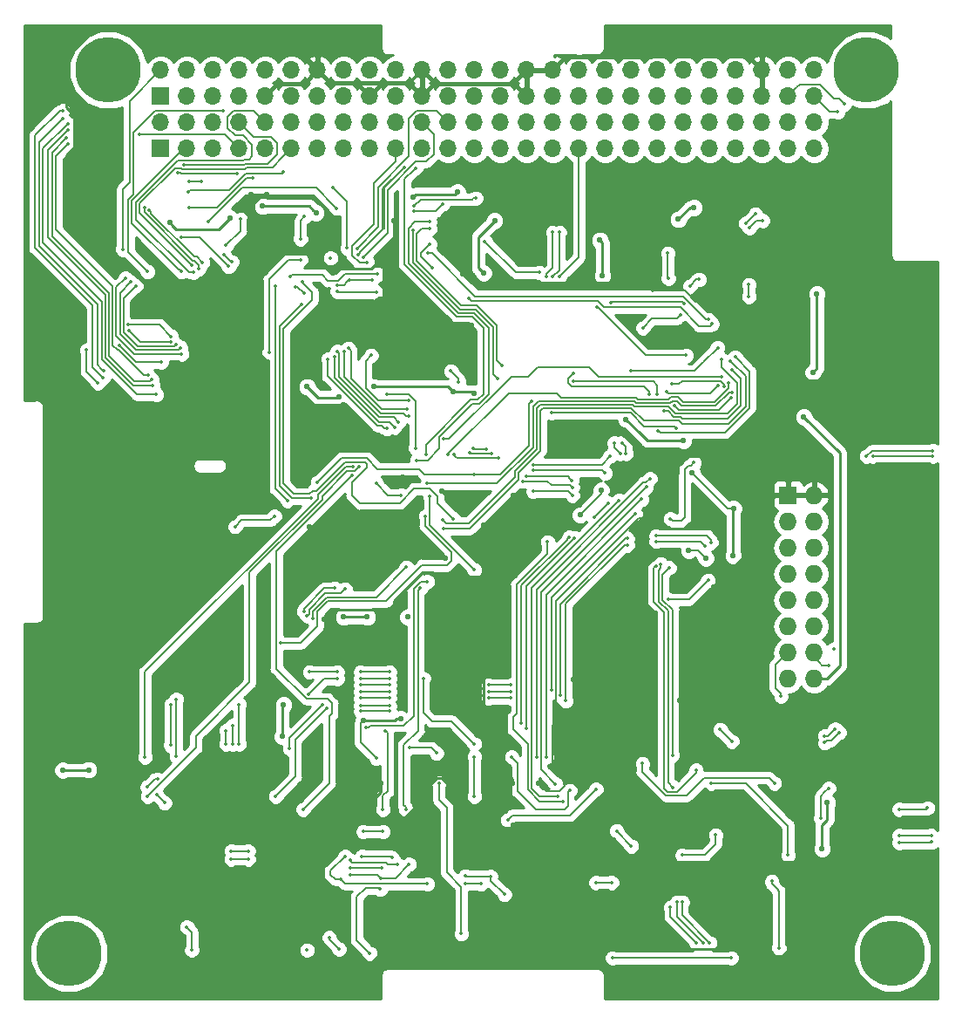
<source format=gbl>
%TF.GenerationSoftware,KiCad,Pcbnew,5.0.0*%
%TF.CreationDate,2018-07-28T16:51:02-05:00*%
%TF.ProjectId,motherboard,6D6F74686572626F6172642E6B696361,rev?*%
%TF.SameCoordinates,Original*%
%TF.FileFunction,Copper,L2,Bot,Signal*%
%TF.FilePolarity,Positive*%
%FSLAX46Y46*%
G04 Gerber Fmt 4.6, Leading zero omitted, Abs format (unit mm)*
G04 Created by KiCad (PCBNEW 5.0.0) date Sat Jul 28 16:51:02 2018*
%MOMM*%
%LPD*%
G01*
G04 APERTURE LIST*
%ADD10R,1.727200X1.727200*%
%ADD11O,1.727200X1.727200*%
%ADD12R,1.700000X1.700000*%
%ADD13O,1.700000X1.700000*%
%ADD14C,6.350000*%
%ADD15C,0.355600*%
%ADD16C,0.558800*%
%ADD17C,0.177800*%
%ADD18C,0.279400*%
%ADD19C,0.508000*%
%ADD20C,0.381000*%
%ADD21C,0.254000*%
G04 APERTURE END LIST*
D10*
X187960000Y-92710000D03*
D11*
X190500000Y-92710000D03*
X187960000Y-95250000D03*
X190500000Y-95250000D03*
X187960000Y-97790000D03*
X190500000Y-97790000D03*
X187960000Y-100330000D03*
X190500000Y-100330000D03*
X187960000Y-102870000D03*
X190500000Y-102870000D03*
X187960000Y-105410000D03*
X190500000Y-105410000D03*
X187960000Y-107950000D03*
X190500000Y-107950000D03*
X187960000Y-110490000D03*
X190500000Y-110490000D03*
D12*
X127000000Y-59055000D03*
D13*
X127000000Y-56515000D03*
X129540000Y-59055000D03*
X129540000Y-56515000D03*
X132080000Y-59055000D03*
X132080000Y-56515000D03*
X134620000Y-59055000D03*
X134620000Y-56515000D03*
X137160000Y-59055000D03*
X137160000Y-56515000D03*
X139700000Y-59055000D03*
X139700000Y-56515000D03*
X142240000Y-59055000D03*
X142240000Y-56515000D03*
X144780000Y-59055000D03*
X144780000Y-56515000D03*
X147320000Y-59055000D03*
X147320000Y-56515000D03*
X149860000Y-59055000D03*
X149860000Y-56515000D03*
X152400000Y-59055000D03*
X152400000Y-56515000D03*
X154940000Y-59055000D03*
X154940000Y-56515000D03*
X157480000Y-59055000D03*
X157480000Y-56515000D03*
X160020000Y-59055000D03*
X160020000Y-56515000D03*
X162560000Y-59055000D03*
X162560000Y-56515000D03*
X165100000Y-59055000D03*
X165100000Y-56515000D03*
X167640000Y-59055000D03*
X167640000Y-56515000D03*
X170180000Y-59055000D03*
X170180000Y-56515000D03*
X172720000Y-59055000D03*
X172720000Y-56515000D03*
X175260000Y-59055000D03*
X175260000Y-56515000D03*
X177800000Y-59055000D03*
X177800000Y-56515000D03*
X180340000Y-59055000D03*
X180340000Y-56515000D03*
X182880000Y-59055000D03*
X182880000Y-56515000D03*
X185420000Y-59055000D03*
X185420000Y-56515000D03*
X187960000Y-59055000D03*
X187960000Y-56515000D03*
X190500000Y-59055000D03*
X190500000Y-56515000D03*
D12*
X127000000Y-53975000D03*
D13*
X127000000Y-51435000D03*
X129540000Y-53975000D03*
X129540000Y-51435000D03*
X132080000Y-53975000D03*
X132080000Y-51435000D03*
X134620000Y-53975000D03*
X134620000Y-51435000D03*
X137160000Y-53975000D03*
X137160000Y-51435000D03*
X139700000Y-53975000D03*
X139700000Y-51435000D03*
X142240000Y-53975000D03*
X142240000Y-51435000D03*
X144780000Y-53975000D03*
X144780000Y-51435000D03*
X147320000Y-53975000D03*
X147320000Y-51435000D03*
X149860000Y-53975000D03*
X149860000Y-51435000D03*
X152400000Y-53975000D03*
X152400000Y-51435000D03*
X154940000Y-53975000D03*
X154940000Y-51435000D03*
X157480000Y-53975000D03*
X157480000Y-51435000D03*
X160020000Y-53975000D03*
X160020000Y-51435000D03*
X162560000Y-53975000D03*
X162560000Y-51435000D03*
X165100000Y-53975000D03*
X165100000Y-51435000D03*
X167640000Y-53975000D03*
X167640000Y-51435000D03*
X170180000Y-53975000D03*
X170180000Y-51435000D03*
X172720000Y-53975000D03*
X172720000Y-51435000D03*
X175260000Y-53975000D03*
X175260000Y-51435000D03*
X177800000Y-53975000D03*
X177800000Y-51435000D03*
X180340000Y-53975000D03*
X180340000Y-51435000D03*
X182880000Y-53975000D03*
X182880000Y-51435000D03*
X185420000Y-53975000D03*
X185420000Y-51435000D03*
X187960000Y-53975000D03*
X187960000Y-51435000D03*
X190500000Y-53975000D03*
X190500000Y-51435000D03*
D14*
X121920000Y-51435000D03*
X195580000Y-51435000D03*
X198120000Y-137160000D03*
X118110000Y-137160000D03*
D15*
X151257000Y-132080000D03*
D16*
X154691152Y-98800848D03*
X150513681Y-90950681D03*
X141478000Y-95758000D03*
X142875000Y-98171000D03*
X149352000Y-98171000D03*
X153624936Y-119301231D03*
X137922000Y-124460000D03*
X160401000Y-101600000D03*
X185547000Y-135255000D03*
X151257000Y-135255000D03*
X174117000Y-135255000D03*
X162687000Y-135255000D03*
X199470000Y-116840000D03*
X199470000Y-119380000D03*
X199440800Y-119380000D03*
X199390000Y-124460000D03*
X199470000Y-121920000D03*
X149669500Y-103822500D03*
X154282158Y-92279157D03*
X127546209Y-96483225D03*
X142887710Y-104750495D03*
X177419000Y-112649000D03*
X140347710Y-83310472D03*
X135763000Y-96520000D03*
X144780000Y-83947000D03*
X161290000Y-92710000D03*
X157480000Y-92837000D03*
X161163000Y-120650000D03*
X184023000Y-96393000D03*
X171450000Y-66040000D03*
X158369000Y-95631000D03*
X173200000Y-101889500D03*
X188087000Y-114300000D03*
X175064802Y-104140000D03*
X180721000Y-101600000D03*
X173202213Y-100033720D03*
X181610000Y-88138000D03*
X137287000Y-63500000D03*
X129540000Y-76200000D03*
X129540000Y-80010000D03*
X130302000Y-86995000D03*
X133350000Y-124460000D03*
X163703000Y-120650000D03*
X175064802Y-112649000D03*
X161256536Y-124735659D03*
X154940000Y-101727000D03*
X161566699Y-97678301D03*
X148358250Y-120650000D03*
X148358250Y-124457012D03*
X173823068Y-124455134D03*
X157173028Y-76231623D03*
X176225200Y-91988065D03*
D15*
X176377921Y-98492437D03*
D16*
X191770000Y-80721320D03*
X195486259Y-81373741D03*
X149694932Y-66040000D03*
X156324290Y-71206066D03*
X173749501Y-71768501D03*
X171450000Y-86360000D03*
X187960000Y-81280000D03*
X135636000Y-73660000D03*
X135636000Y-66040000D03*
X135636000Y-69850000D03*
X143764000Y-71120000D03*
X148336000Y-69850000D03*
X161036000Y-71755000D03*
X153670000Y-75946000D03*
X149860000Y-75946000D03*
X148336000Y-73660000D03*
X161290000Y-128270000D03*
X173990000Y-128270000D03*
X199390000Y-128270000D03*
X186690000Y-128270000D03*
X186436000Y-124460000D03*
X122936000Y-124460000D03*
X167132000Y-110617000D03*
X135763000Y-63500000D03*
D15*
X147955000Y-118237000D03*
D16*
X151003000Y-104521000D03*
D15*
X146685000Y-125349000D03*
X148590000Y-125349000D03*
D16*
X147066000Y-104521000D03*
X138938000Y-113030000D03*
X191262000Y-127000000D03*
X191770000Y-122555000D03*
X147701777Y-82168231D03*
X127868530Y-66254173D03*
X142094510Y-65290710D03*
X150296022Y-114414290D03*
X146685000Y-114554000D03*
X144290000Y-83185000D03*
X141224000Y-82169000D03*
X144780000Y-104521000D03*
X133731000Y-65786000D03*
X136906000Y-64643000D03*
X119989620Y-119345998D03*
X117475000Y-119380000D03*
X155829000Y-63246000D03*
X151511000Y-63754000D03*
X159440600Y-66040000D03*
X158369000Y-71120000D03*
X169672000Y-67945000D03*
X169926000Y-71374000D03*
X177292000Y-65913000D03*
X178816000Y-64770000D03*
X138811000Y-116120899D03*
X155448000Y-82677000D03*
X157480000Y-82790600D03*
X190373000Y-80772000D03*
X190754000Y-73152000D03*
X189484000Y-85090000D03*
X172212000Y-85315899D03*
X178613069Y-90502622D03*
X169799000Y-92202000D03*
X167767000Y-94615000D03*
X177800000Y-87376000D03*
X182626000Y-98552000D03*
X182689500Y-93980000D03*
X178308000Y-98044000D03*
X179959000Y-98806000D03*
D15*
X182532547Y-82695336D03*
X152908000Y-91567000D03*
X154937102Y-88720171D03*
X182178493Y-81829176D03*
X154495479Y-87234442D03*
X181518591Y-81178991D03*
X182359408Y-79664556D03*
X154449549Y-95948510D03*
X181470396Y-79482889D03*
X154434031Y-95118664D03*
X163068000Y-83566000D03*
X172720000Y-80645000D03*
X192394404Y-107643049D03*
X142240000Y-91440000D03*
X187261500Y-112204500D03*
X157480000Y-90678000D03*
X181114785Y-78367887D03*
X182393567Y-83210324D03*
X176927251Y-83989757D03*
X176149000Y-82677000D03*
X181165510Y-82045473D03*
X176657000Y-81915000D03*
X181707083Y-82107404D03*
X182803918Y-79268862D03*
X175347392Y-86436211D03*
X175905178Y-84543881D03*
X182509373Y-80522007D03*
X167005000Y-92710000D03*
X192534025Y-115381986D03*
X191516000Y-116078000D03*
X163195000Y-92329000D03*
X191897000Y-109220000D03*
X180187058Y-100965000D03*
X176331926Y-102814074D03*
X126149409Y-81451505D03*
X117856000Y-58039000D03*
X146431000Y-109855000D03*
X149225000Y-109855000D03*
X144145000Y-109855000D03*
X141478000Y-109855000D03*
X129032000Y-70993000D03*
X157480000Y-99949000D03*
X153162000Y-92837000D03*
X129019266Y-67692276D03*
X148082000Y-71247000D03*
X139573000Y-71501000D03*
X133604000Y-70485000D03*
X126225398Y-82042000D03*
X124968000Y-57658000D03*
X117983000Y-57277000D03*
X134457540Y-61509827D03*
X128665292Y-61404510D03*
X125412510Y-64756434D03*
X141229158Y-104395208D03*
X130683000Y-70739000D03*
X144907000Y-101787798D03*
X152717490Y-94728203D03*
X130048000Y-70358000D03*
X138684000Y-107061000D03*
X135899981Y-61912510D03*
X128927233Y-78374176D03*
X129794000Y-64770000D03*
X124079000Y-72009000D03*
X143891000Y-79248000D03*
X149733000Y-86106000D03*
X137554797Y-78803510D03*
X140970000Y-65659000D03*
X140589000Y-67818000D03*
X140589000Y-69850000D03*
X147066000Y-70142079D03*
X146217700Y-69328434D03*
X150672800Y-60858400D03*
X153162000Y-66167000D03*
X151897365Y-89292189D03*
X163203542Y-90289047D03*
X170180000Y-90551000D03*
X170688000Y-88900000D03*
X163242610Y-89715967D03*
X158623000Y-88201490D03*
X157373998Y-88170253D03*
X147955000Y-91567000D03*
X191516000Y-116713000D03*
X192940336Y-115737811D03*
X181356000Y-115443000D03*
X182499000Y-116586000D03*
X148971000Y-82931000D03*
X151765000Y-88138000D03*
X150368000Y-92710000D03*
X141224000Y-136842510D03*
X130018772Y-136842510D03*
X129540000Y-134620000D03*
X145415000Y-129540000D03*
X151130000Y-128524000D03*
X148415393Y-129867011D03*
X133858000Y-127254000D03*
X135509000Y-127254000D03*
X147320000Y-137160000D03*
X148336000Y-130937000D03*
X160715106Y-124236209D03*
X169291000Y-121221500D03*
X145415000Y-128143000D03*
X149987000Y-128524000D03*
X180340000Y-136144000D03*
X160401000Y-131445000D03*
X156591000Y-129667000D03*
X159054800Y-129692400D03*
X171297600Y-125272800D03*
X172720000Y-126746000D03*
X177698403Y-132207000D03*
X152908000Y-130429000D03*
X179705000Y-136144000D03*
X170815000Y-130302000D03*
X158115000Y-130429000D03*
X156591000Y-130429000D03*
X169291000Y-130302000D03*
X177673000Y-127635000D03*
X180911500Y-125666500D03*
X177165000Y-132207000D03*
X144924015Y-127739073D03*
X144490912Y-130006545D03*
X187071000Y-136652000D03*
X143366589Y-135643231D03*
X144347368Y-136755587D03*
X170878500Y-137604500D03*
X182435500Y-137604500D03*
X186372500Y-130175000D03*
X180500000Y-120650000D03*
X187960000Y-127635000D03*
X153797000Y-117729000D03*
X128016000Y-113030000D03*
X134620000Y-113030000D03*
X157480000Y-118110000D03*
X157480000Y-121920000D03*
X166751000Y-121348500D03*
X173863000Y-76454000D03*
X134620000Y-116840000D03*
X177510602Y-75192563D03*
X151163968Y-117199945D03*
X154432000Y-64427122D03*
X134747000Y-65913000D03*
X133350000Y-68453000D03*
X201930000Y-126365000D03*
X198755000Y-126428500D03*
X153162000Y-66802000D03*
X160147000Y-80137000D03*
X151638000Y-65151000D03*
X184785000Y-65405000D03*
X183825970Y-66300530D03*
X178435000Y-72390000D03*
X179324000Y-71755000D03*
X186626500Y-120650000D03*
X173799500Y-118745000D03*
X161099500Y-118110000D03*
X127952500Y-116967000D03*
X125666500Y-121031000D03*
X126682500Y-120269000D03*
X146431000Y-110511922D03*
X149225000Y-110490000D03*
X128524000Y-112522000D03*
X157480000Y-116840000D03*
X152527000Y-110490000D03*
X141385015Y-112024826D03*
X144183484Y-110514022D03*
X170736053Y-74002879D03*
X177822957Y-74124017D03*
X147955000Y-73025000D03*
X153352500Y-70612000D03*
X144145000Y-72898000D03*
X140906500Y-73088500D03*
X153156200Y-68326000D03*
X184210317Y-66735317D03*
X184150000Y-73406000D03*
X184150000Y-72263000D03*
X185483500Y-66040000D03*
X158496000Y-68072000D03*
X163766500Y-71056500D03*
X128524000Y-118046500D03*
X133159500Y-69342000D03*
X133921500Y-70040500D03*
X140081000Y-72453500D03*
X176332204Y-71642249D03*
X176276000Y-69215000D03*
X145415000Y-128905000D03*
X148463000Y-128905000D03*
X176530000Y-132715000D03*
X179054141Y-136159859D03*
X133858000Y-128016000D03*
X135509000Y-128016000D03*
X126619000Y-121793000D03*
X127381000Y-122555000D03*
X156210000Y-135255000D03*
X154051000Y-120650000D03*
X138176000Y-72390000D03*
X139319000Y-93218000D03*
X140705261Y-74144076D03*
X141618566Y-93004700D03*
X126581009Y-82931000D03*
X117983000Y-56642000D03*
X134239000Y-95758000D03*
X138049000Y-94742000D03*
X125800902Y-81047684D03*
X118015455Y-58610490D03*
X146078544Y-68733243D03*
X146662210Y-69635470D03*
X129283359Y-60616311D03*
X125869372Y-65031761D03*
X140899945Y-103954404D03*
X131064000Y-70104000D03*
X143891000Y-101727000D03*
X142748000Y-113030000D03*
X139526389Y-117284510D03*
X143129000Y-113411000D03*
X138176000Y-121920000D03*
X151765000Y-60960000D03*
X152781000Y-88773000D03*
X152908000Y-101092000D03*
X146981779Y-115228180D03*
X148590000Y-123190000D03*
X148844000Y-115570000D03*
X130191582Y-71048209D03*
X141795490Y-104662292D03*
X150876000Y-99695000D03*
X150805602Y-123190000D03*
X152227865Y-101733798D03*
X128486939Y-78073062D03*
X124587000Y-72390000D03*
X125730000Y-70993000D03*
X133096000Y-55372000D03*
X144145000Y-78740000D03*
X150114000Y-85598000D03*
X138938000Y-61341000D03*
X129667000Y-63246000D03*
X123571000Y-71628000D03*
X129032000Y-78994000D03*
X143256000Y-79502000D03*
X148971000Y-86233000D03*
X146304000Y-89916010D03*
X125730000Y-121920000D03*
X145669000Y-89916010D03*
X125476000Y-118110000D03*
X145593651Y-90805021D03*
X140843000Y-123190000D03*
X167005000Y-91948000D03*
X151058863Y-83488497D03*
X147447000Y-79121000D03*
X155486090Y-88773000D03*
X162186333Y-91324798D03*
X159852300Y-89090510D03*
X166961211Y-91257739D03*
X155942015Y-81699587D03*
X155194000Y-80645000D03*
X157035500Y-88582500D03*
X159131000Y-88646000D03*
X162496500Y-90868500D03*
X172339000Y-97536000D03*
X149225000Y-112395000D03*
X121426292Y-80581719D03*
X166370000Y-112649000D03*
X117475000Y-56134000D03*
X146431000Y-112395000D03*
X158877000Y-112395000D03*
X161036000Y-112395000D03*
X172339000Y-96901000D03*
X149225000Y-111760000D03*
X119810799Y-78613000D03*
X120904000Y-81788000D03*
X165862000Y-112141000D03*
X123317000Y-68834000D03*
X146431000Y-111760000D03*
X158877000Y-111760000D03*
X161036000Y-111760000D03*
X180565542Y-76073000D03*
X156931695Y-73592677D03*
X152964064Y-69215011D03*
X180209931Y-75628565D03*
X193421000Y-54737000D03*
X192786000Y-55499000D03*
X165735000Y-71501000D03*
X176530000Y-94996000D03*
X178816000Y-89535000D03*
X169418000Y-74422000D03*
X178054000Y-79121000D03*
X176736731Y-117910787D03*
X176402951Y-99751249D03*
X175586780Y-99373021D03*
X176782645Y-121042129D03*
X159702500Y-81407000D03*
X151511000Y-66992500D03*
X164973000Y-84709000D03*
X177101500Y-86169500D03*
X175106409Y-99604909D03*
X179006500Y-119380000D03*
X174542689Y-91084179D03*
X163512490Y-118110000D03*
X165354000Y-120713500D03*
X174200000Y-91906553D03*
X164465000Y-118110000D03*
X173736000Y-93091000D03*
X175260000Y-82931000D03*
X164465000Y-71501000D03*
X165100000Y-67183000D03*
X167132000Y-81661000D03*
X171831000Y-87630000D03*
X172212000Y-88646000D03*
X174498000Y-82931000D03*
X171678597Y-88646000D03*
X171069000Y-87630000D03*
X167132000Y-80899000D03*
X165100000Y-71501000D03*
X165735000Y-67183000D03*
X173101000Y-94488000D03*
X164973000Y-111633000D03*
X161036000Y-111125000D03*
X158877000Y-111125000D03*
X146431000Y-111125000D03*
X117475000Y-55372000D03*
X121412000Y-81280000D03*
X149225000Y-111125000D03*
X165608000Y-121920000D03*
X171536251Y-93183617D03*
X149225000Y-113665000D03*
X133350000Y-116840000D03*
X133350000Y-115570000D03*
X146431000Y-113665000D03*
X167214056Y-96859251D03*
X162560000Y-115316000D03*
X149225000Y-113131597D03*
X162052000Y-114808000D03*
X133985000Y-116840000D03*
X133985000Y-115062000D03*
X146431000Y-113131597D03*
X166687500Y-96774000D03*
X166116000Y-122428000D03*
X164592000Y-97218500D03*
X129794000Y-62230000D03*
X130937000Y-62230000D03*
X140727349Y-72009134D03*
X155384500Y-94964033D03*
X143764000Y-62865000D03*
X147525987Y-71818510D03*
X145302292Y-71818510D03*
X144125446Y-72326510D03*
X145097500Y-68707000D03*
X143510000Y-69667800D03*
X146558000Y-127762000D03*
X149479000Y-127889000D03*
X122995205Y-78157839D03*
X127075173Y-79773413D03*
X144100798Y-64852798D03*
X157624150Y-63855864D03*
X151638000Y-64617587D03*
X131635500Y-66167000D03*
X191135000Y-124079000D03*
X191897000Y-121158000D03*
X180467000Y-97282000D03*
X202018937Y-88366597D03*
X201866490Y-125714273D03*
X175133000Y-96647000D03*
X195580000Y-88900000D03*
X198755000Y-125730000D03*
X202018965Y-88900000D03*
X201510879Y-123047126D03*
X175148841Y-97180177D03*
X169100500Y-94869000D03*
X170497500Y-93472000D03*
X179895500Y-97599500D03*
X196215000Y-88900000D03*
X198755000Y-123190000D03*
X128021286Y-77812879D03*
X123931776Y-76739439D03*
X144808567Y-78774933D03*
X151130000Y-85026500D03*
X123837732Y-76150931D03*
X128021286Y-77275606D03*
X145221118Y-78436806D03*
X150955498Y-84377509D03*
D17*
X163703000Y-120650000D02*
X164465000Y-121412000D01*
X165417499Y-111927639D02*
X165417501Y-111927637D01*
X165417501Y-111927637D02*
X165417501Y-102933499D01*
X164465000Y-121412000D02*
X165735000Y-121412000D01*
X165735000Y-121412000D02*
X166243000Y-120904000D01*
X173799499Y-94932501D02*
X175945801Y-92786199D01*
X166243000Y-120904000D02*
X166243000Y-120142000D01*
X166243000Y-120142000D02*
X165100000Y-118999000D01*
X165417501Y-102933499D02*
X173418499Y-94932501D01*
X165100000Y-118999000D02*
X165100000Y-115061998D01*
X165100000Y-115061998D02*
X165417499Y-114744499D01*
X165417499Y-114744499D02*
X165417499Y-111927639D01*
X175945801Y-92267464D02*
X176225200Y-91988065D01*
X173418499Y-94932501D02*
X173799499Y-94932501D01*
X175945801Y-92786199D02*
X175945801Y-92267464D01*
X152146000Y-121821954D02*
X152146000Y-120780167D01*
X152146000Y-120780167D02*
X153624936Y-119301231D01*
D18*
X148358250Y-124457012D02*
X148358250Y-124079000D01*
X148358250Y-124079000D02*
X148336000Y-124079000D01*
X148336000Y-124079000D02*
X147701000Y-123444000D01*
X147701000Y-123444000D02*
X147701000Y-122196250D01*
X147701000Y-122196250D02*
X148358250Y-121539000D01*
X148358250Y-121539000D02*
X148358250Y-120650000D01*
D17*
X151257000Y-135255000D02*
X151257000Y-132080000D01*
D18*
X151257000Y-135255000D02*
X150368000Y-135255000D01*
X150368000Y-135255000D02*
X146304000Y-139319000D01*
X126492000Y-139319000D02*
X122936000Y-135763000D01*
X146304000Y-139319000D02*
X126492000Y-139319000D01*
X122936000Y-135763000D02*
X122936000Y-124460000D01*
X162687000Y-135255000D02*
X160655000Y-135255000D01*
X160655000Y-135255000D02*
X159131000Y-136779000D01*
X159131000Y-136779000D02*
X152781000Y-136779000D01*
X152781000Y-136779000D02*
X151257000Y-135255000D01*
D17*
X154691152Y-98800848D02*
X149981848Y-98800848D01*
X149981848Y-98800848D02*
X149352000Y-98171000D01*
X141478000Y-95758000D02*
X142875000Y-97155000D01*
X142875000Y-97155000D02*
X142875000Y-98171000D01*
X149352000Y-98171000D02*
X142875000Y-98171000D01*
X153670000Y-119380000D02*
X153670000Y-119346295D01*
X153670000Y-119346295D02*
X153624936Y-119301231D01*
D19*
X142240000Y-51435000D02*
X141390001Y-50585001D01*
X141390001Y-50585001D02*
X138430000Y-47625000D01*
D20*
X142240000Y-51435000D02*
X140918301Y-52756699D01*
X140918301Y-52756699D02*
X138378301Y-52756699D01*
X138009999Y-53125001D02*
X137160000Y-53975000D01*
X138378301Y-52756699D02*
X138009999Y-53125001D01*
X143458301Y-52653301D02*
X142240000Y-51435000D01*
X149225000Y-52705899D02*
X148589101Y-52705899D01*
X151130000Y-52705899D02*
X149225000Y-52705899D01*
X149225000Y-52705899D02*
X145467598Y-52705899D01*
X145998301Y-52653301D02*
X145415000Y-52653301D01*
X145415000Y-52653301D02*
X143458301Y-52653301D01*
X145467598Y-52705899D02*
X145415000Y-52653301D01*
X147320000Y-53975000D02*
X145998301Y-52653301D01*
X185420000Y-51435000D02*
X184570001Y-50585001D01*
D18*
X184150899Y-50165899D02*
X174625000Y-50165899D01*
D20*
X165100000Y-51435000D02*
X166369101Y-50165899D01*
X166369101Y-50165899D02*
X174625000Y-50165899D01*
X152400000Y-51435000D02*
X153721699Y-52756699D01*
X153721699Y-52756699D02*
X161238301Y-52756699D01*
X161238301Y-52756699D02*
X161710001Y-52284999D01*
X161710001Y-52284999D02*
X162560000Y-51435000D01*
X162560000Y-53975000D02*
X161341699Y-52756699D01*
X153618301Y-52756699D02*
X153249999Y-53125001D01*
X161341699Y-52756699D02*
X153618301Y-52756699D01*
X153249999Y-53125001D02*
X152400000Y-53975000D01*
X151130899Y-52705899D02*
X151130000Y-52705899D01*
X152400000Y-53975000D02*
X151550001Y-53125001D01*
X151550001Y-53125001D02*
X151549102Y-53125001D01*
X151549102Y-53125001D02*
X151130000Y-52705899D01*
X148589101Y-52705899D02*
X147320000Y-53975000D01*
D18*
X199116000Y-117094000D02*
X199216000Y-117094000D01*
X199216000Y-117094000D02*
X199470000Y-116840000D01*
X196977000Y-119126000D02*
X197084000Y-119126000D01*
X197084000Y-119126000D02*
X199116000Y-117094000D01*
X196977000Y-120523000D02*
X196977000Y-119126000D01*
X196977000Y-120523000D02*
X198120000Y-119380000D01*
X198120000Y-119380000D02*
X199045669Y-119380000D01*
X199045669Y-119380000D02*
X199440800Y-119380000D01*
X196977000Y-122809000D02*
X196977000Y-120523000D01*
X196977000Y-122809000D02*
X197866000Y-121920000D01*
X197866000Y-121920000D02*
X199470000Y-121920000D01*
X196977000Y-124841000D02*
X197358000Y-124460000D01*
X195707000Y-126111000D02*
X196977000Y-124841000D01*
X196977000Y-124841000D02*
X196977000Y-122809000D01*
X197358000Y-124460000D02*
X199390000Y-124460000D01*
X197866000Y-128270000D02*
X195707000Y-126111000D01*
X199390000Y-128270000D02*
X197866000Y-128270000D01*
X129260601Y-75920601D02*
X129540000Y-76200000D01*
X118618010Y-55781964D02*
X118618010Y-58922406D01*
X117856000Y-59684416D02*
X117856000Y-64516000D01*
X117856000Y-55019954D02*
X118618010Y-55781964D01*
X120410730Y-47625000D02*
X117856000Y-50179730D01*
X118618010Y-58922406D02*
X117856000Y-59684416D01*
X138430000Y-47625000D02*
X120410730Y-47625000D01*
X117856000Y-64516000D02*
X129260601Y-75920601D01*
X117856000Y-50179730D02*
X117856000Y-55019954D01*
X152146000Y-121821954D02*
X152146000Y-122582648D01*
X152146000Y-122582648D02*
X150271636Y-124457012D01*
X150271636Y-124457012D02*
X148753381Y-124457012D01*
X148753381Y-124457012D02*
X148358250Y-124457012D01*
X155067000Y-122047000D02*
X155067000Y-120932954D01*
X155067000Y-120932954D02*
X154288745Y-120154699D01*
X154288745Y-120154699D02*
X153813255Y-120154699D01*
X153813255Y-120154699D02*
X152146000Y-121821954D01*
X157988000Y-124968000D02*
X155067000Y-122047000D01*
X158496000Y-124968000D02*
X157988000Y-124968000D01*
X148358250Y-124457012D02*
X137924988Y-124457012D01*
X137924988Y-124457012D02*
X137922000Y-124460000D01*
X135128000Y-124460000D02*
X135475564Y-124460000D01*
X133350000Y-124460000D02*
X135128000Y-124460000D01*
X135128000Y-124460000D02*
X137922000Y-124460000D01*
D17*
X137922000Y-124460000D02*
X135475564Y-124460000D01*
X160401000Y-101600000D02*
X160401000Y-100965000D01*
X161417000Y-100584000D02*
X160401000Y-100584000D01*
X160401000Y-100584000D02*
X157480000Y-100584000D01*
X160401000Y-100965000D02*
X160401000Y-100584000D01*
D18*
X187807601Y-114020601D02*
X188087000Y-114300000D01*
X181102000Y-113030000D02*
X186817000Y-113030000D01*
X186817000Y-113030000D02*
X187807601Y-114020601D01*
X161566699Y-97678301D02*
X161566699Y-100434301D01*
X161566699Y-100434301D02*
X161417000Y-100584000D01*
X161417000Y-100584000D02*
X156083000Y-100584000D01*
X156083000Y-100584000D02*
X154940000Y-101727000D01*
X149669500Y-103822500D02*
X149669500Y-102945093D01*
X149669500Y-102945093D02*
X152476211Y-100138382D01*
X153351382Y-100138382D02*
X154940000Y-101727000D01*
X152476211Y-100138382D02*
X153351382Y-100138382D01*
X174117000Y-135255000D02*
X175641000Y-136779000D01*
X175641000Y-136779000D02*
X184023000Y-136779000D01*
X184023000Y-136779000D02*
X185547000Y-135255000D01*
X185547000Y-135255000D02*
X185547000Y-136398000D01*
X185547000Y-136398000D02*
X186563000Y-137414000D01*
X193548000Y-134112000D02*
X199390000Y-128270000D01*
X186563000Y-137414000D02*
X192786000Y-137414000D01*
X192786000Y-137414000D02*
X193548000Y-136652000D01*
X193548000Y-136652000D02*
X193548000Y-134112000D01*
X162687000Y-135255000D02*
X174117000Y-135255000D01*
D17*
X199470000Y-116840000D02*
X199440800Y-116840000D01*
X199470000Y-119380000D02*
X199440800Y-119380000D01*
X199470000Y-121920000D02*
X199440800Y-121920000D01*
X185420000Y-128320800D02*
X186639200Y-128320800D01*
X186639200Y-128320800D02*
X186690000Y-128270000D01*
X186690000Y-128270000D02*
X185369200Y-128270000D01*
D18*
X149669500Y-103822500D02*
X143815705Y-103822500D01*
X143815705Y-103822500D02*
X142887710Y-104750495D01*
X129819399Y-76479399D02*
X129540000Y-76200000D01*
X129819399Y-79730601D02*
X129819399Y-76479399D01*
X129540000Y-80010000D02*
X129819399Y-79730601D01*
X154561557Y-92558556D02*
X154282158Y-92279157D01*
X154840001Y-92837000D02*
X154561557Y-92558556D01*
X157480000Y-92837000D02*
X154840001Y-92837000D01*
X130302000Y-86995000D02*
X127546209Y-89750791D01*
X127582984Y-96520000D02*
X127546209Y-96483225D01*
X135763000Y-96520000D02*
X127582984Y-96520000D01*
X122936000Y-101093434D02*
X127266810Y-96762624D01*
X127546209Y-96088094D02*
X127546209Y-96483225D01*
X127266810Y-96762624D02*
X127546209Y-96483225D01*
X122936000Y-124460000D02*
X122936000Y-101093434D01*
X127546209Y-89750791D02*
X127546209Y-96088094D01*
X143484601Y-70840601D02*
X143764000Y-71120000D01*
X141897098Y-69253098D02*
X143484601Y-70840601D01*
X136232902Y-69253098D02*
X141897098Y-69253098D01*
X135636000Y-69850000D02*
X136232902Y-69253098D01*
X173470102Y-72047900D02*
X173749501Y-71768501D01*
X173445501Y-72072501D02*
X173470102Y-72047900D01*
X165919913Y-72072501D02*
X173445501Y-72072501D01*
X161378901Y-72097901D02*
X165894513Y-72097901D01*
X165894513Y-72097901D02*
X165919913Y-72072501D01*
X161036000Y-71755000D02*
X161378901Y-72097901D01*
X176225200Y-91592934D02*
X176225200Y-91988065D01*
X176225200Y-90772364D02*
X176225200Y-91592934D01*
X178062735Y-88934829D02*
X176225200Y-90772364D01*
X179959000Y-88934829D02*
X178062735Y-88934829D01*
X177419000Y-112649000D02*
X177698399Y-112928399D01*
X177698399Y-112928399D02*
X181000399Y-112928399D01*
X181000399Y-112928399D02*
X181102000Y-113030000D01*
X144653000Y-76327000D02*
X140347710Y-80632290D01*
X140347710Y-80632290D02*
X140347710Y-83310472D01*
X145273869Y-76327000D02*
X144653000Y-76327000D01*
X148336000Y-73660000D02*
X147940869Y-73660000D01*
X147940869Y-73660000D02*
X145273869Y-76327000D01*
X140627109Y-83589871D02*
X140347710Y-83310472D01*
X140984238Y-83947000D02*
X140627109Y-83589871D01*
X144780000Y-83947000D02*
X140984238Y-83947000D01*
D17*
X157480000Y-100584000D02*
X156083000Y-100584000D01*
D18*
X158369000Y-117460869D02*
X158369000Y-101473000D01*
X158369000Y-101473000D02*
X157480000Y-100584000D01*
X161163000Y-120650000D02*
X161163000Y-120254869D01*
X161163000Y-120254869D02*
X158369000Y-117460869D01*
X161290000Y-92710000D02*
X161010601Y-92989399D01*
X161010601Y-92989399D02*
X158369000Y-95631000D01*
X158496000Y-125015058D02*
X160977137Y-125015058D01*
X160883601Y-122580399D02*
X158496000Y-124968000D01*
X158496000Y-124968000D02*
X158496000Y-125015058D01*
X161163000Y-120650000D02*
X160883601Y-120929399D01*
X160883601Y-120929399D02*
X160883601Y-122580399D01*
X179959000Y-88934829D02*
X182726769Y-88934829D01*
X179162171Y-88934829D02*
X179959000Y-88934829D01*
X184023000Y-94996000D02*
X184023000Y-96393000D01*
X184023000Y-96393000D02*
X184023000Y-98298000D01*
X186309000Y-92710000D02*
X184023000Y-94996000D01*
X184023000Y-98298000D02*
X182626000Y-99695000D01*
X135636000Y-64755869D02*
X136891869Y-63500000D01*
X135636000Y-66040000D02*
X135636000Y-64755869D01*
X136891869Y-63500000D02*
X137287000Y-63500000D01*
X191490601Y-81000719D02*
X191770000Y-80721320D01*
X190931921Y-81559399D02*
X191490601Y-81000719D01*
X188239399Y-81559399D02*
X190931921Y-81559399D01*
X187960000Y-81280000D02*
X188239399Y-81559399D01*
X161036000Y-71755000D02*
X160756601Y-72034399D01*
X160756601Y-72034399D02*
X157152623Y-72034399D01*
X157152623Y-72034399D02*
X156603689Y-71485465D01*
X156603689Y-71485465D02*
X156324290Y-71206066D01*
X173749501Y-71768501D02*
X173749501Y-68339501D01*
X173749501Y-68339501D02*
X171450000Y-66040000D01*
X161566699Y-97678301D02*
X160416301Y-97678301D01*
X158369000Y-95631000D02*
X160416301Y-97678301D01*
X173200000Y-101889500D02*
X173200000Y-102284631D01*
X173200000Y-102284631D02*
X175055369Y-104140000D01*
X175055369Y-104140000D02*
X175064802Y-104140000D01*
X181102000Y-102376131D02*
X181102000Y-113030000D01*
X180721000Y-101600000D02*
X180721000Y-101995131D01*
X180721000Y-101995131D02*
X181102000Y-102376131D01*
X175064802Y-104140000D02*
X174785403Y-104419399D01*
X174785403Y-104419399D02*
X174785403Y-112369601D01*
X174785403Y-112369601D02*
X175064802Y-112649000D01*
X180721000Y-101600000D02*
X182626000Y-99695000D01*
D17*
X175446563Y-98492437D02*
X173905280Y-100033720D01*
X173905280Y-100033720D02*
X173202213Y-100033720D01*
X176377921Y-98492437D02*
X175446563Y-98492437D01*
D18*
X187960000Y-92710000D02*
X186309000Y-92710000D01*
X187960000Y-92710000D02*
X190500000Y-92710000D01*
X186501940Y-92710000D02*
X187960000Y-92710000D01*
X182726769Y-88934829D02*
X186501940Y-92710000D01*
X182726769Y-88934829D02*
X182406829Y-88934829D01*
X182406829Y-88934829D02*
X181610000Y-88138000D01*
X129540000Y-76200000D02*
X132080000Y-73660000D01*
X132080000Y-73660000D02*
X135636000Y-73660000D01*
X127508000Y-84201000D02*
X127508000Y-82042000D01*
X127508000Y-82042000D02*
X129540000Y-80010000D01*
X130022601Y-86715601D02*
X127508000Y-84201000D01*
X130302000Y-86995000D02*
X130022601Y-86715601D01*
X122936000Y-124460000D02*
X133350000Y-124460000D01*
X167132000Y-110617000D02*
X173032802Y-110617000D01*
X173032802Y-110617000D02*
X175064802Y-112649000D01*
X185420000Y-51435000D02*
X184150899Y-50165899D01*
X185420000Y-51435000D02*
X185420000Y-53975000D01*
X162560000Y-51435000D02*
X165100000Y-51435000D01*
X161290899Y-52705899D02*
X161290899Y-52704101D01*
X161290899Y-52704101D02*
X162560000Y-51435000D01*
X153669101Y-52705899D02*
X153797000Y-52705899D01*
X153797000Y-52705899D02*
X161290899Y-52705899D01*
X152400000Y-51435000D02*
X153670899Y-52705899D01*
X153670899Y-52705899D02*
X153797000Y-52705899D01*
X152400000Y-53975000D02*
X153669101Y-52705899D01*
X161290899Y-52705899D02*
X161710001Y-53125001D01*
X161710001Y-53125001D02*
X162560000Y-53975000D01*
X152400000Y-51435000D02*
X151550001Y-52284999D01*
X151550001Y-52284999D02*
X151550001Y-52286797D01*
X151550001Y-52286797D02*
X151130899Y-52705899D01*
X152400000Y-53975000D02*
X151130899Y-52705899D01*
X148615399Y-73380601D02*
X148336000Y-73660000D01*
X148678902Y-73317098D02*
X148615399Y-73380601D01*
X148678902Y-70192902D02*
X148678902Y-73317098D01*
X148336000Y-69850000D02*
X148678902Y-70192902D01*
X147447011Y-70738989D02*
X148056601Y-70129399D01*
X148056601Y-70129399D02*
X148336000Y-69850000D01*
X144145011Y-70738989D02*
X147447011Y-70738989D01*
X143764000Y-71120000D02*
X144145011Y-70738989D01*
X160977137Y-125015058D02*
X161256536Y-124735659D01*
X173823068Y-124455134D02*
X161537061Y-124455134D01*
X161290000Y-124769123D02*
X161256536Y-124735659D01*
X161290000Y-128270000D02*
X161290000Y-124769123D01*
X161535935Y-124456260D02*
X161256536Y-124735659D01*
X161537061Y-124455134D02*
X161535935Y-124456260D01*
X171450000Y-86360000D02*
X176225200Y-91135200D01*
X176225200Y-91135200D02*
X176225200Y-91988065D01*
X186436000Y-124460000D02*
X173827934Y-124460000D01*
X173827934Y-124460000D02*
X173823068Y-124455134D01*
X173990000Y-128270000D02*
X173710601Y-128549399D01*
X173710601Y-128549399D02*
X161569399Y-128549399D01*
X161569399Y-128549399D02*
X161290000Y-128270000D01*
X156887405Y-75946000D02*
X156893629Y-75952224D01*
X153670000Y-75946000D02*
X156887405Y-75946000D01*
X156893629Y-75952224D02*
X157173028Y-76231623D01*
X192422421Y-81373741D02*
X192049399Y-81000719D01*
X195486259Y-81373741D02*
X192422421Y-81373741D01*
X192049399Y-81000719D02*
X191770000Y-80721320D01*
D17*
X178934871Y-73888601D02*
X177906172Y-72859902D01*
X187960000Y-81280000D02*
X180568601Y-73888601D01*
X180568601Y-73888601D02*
X178934871Y-73888601D01*
X177906172Y-72859902D02*
X174840902Y-72859902D01*
D18*
X149694932Y-66435131D02*
X149694932Y-66040000D01*
X149694932Y-68491068D02*
X149694932Y-66435131D01*
X148336000Y-69850000D02*
X149694932Y-68491068D01*
D17*
X179275040Y-88934829D02*
X179162171Y-88934829D01*
D18*
X187960000Y-83701598D02*
X183006168Y-88655430D01*
X187960000Y-81280000D02*
X187960000Y-83701598D01*
X183006168Y-88655430D02*
X182726769Y-88934829D01*
X174028900Y-72047900D02*
X173749501Y-71768501D01*
X174840902Y-72859902D02*
X174028900Y-72047900D01*
X135636000Y-73660000D02*
X135636000Y-69850000D01*
X135636000Y-66040000D02*
X135636000Y-69850000D01*
X153670000Y-75946000D02*
X149860000Y-75946000D01*
X148336000Y-73660000D02*
X148336000Y-74422000D01*
X148336000Y-74422000D02*
X149860000Y-75946000D01*
X173736000Y-128524000D02*
X173990000Y-128270000D01*
X186690000Y-128270000D02*
X173990000Y-128270000D01*
X186690000Y-128270000D02*
X199390000Y-128270000D01*
X135763000Y-63500000D02*
X137287000Y-63500000D01*
D17*
X147955000Y-118237000D02*
X146405601Y-116687601D01*
X146405601Y-116687601D02*
X146405601Y-114833399D01*
X146405601Y-114833399D02*
X146685000Y-114554000D01*
X148590000Y-125349000D02*
X146685000Y-125349000D01*
D18*
X144780000Y-104521000D02*
X147066000Y-104521000D01*
X138811000Y-114808000D02*
X138811000Y-114427000D01*
X138811000Y-114427000D02*
X138811000Y-113157000D01*
X138811000Y-113157000D02*
X138938000Y-113030000D01*
X138811000Y-114808000D02*
X138811000Y-116120899D01*
X191262000Y-124714000D02*
X191262000Y-127000000D01*
X191770000Y-122555000D02*
X191770000Y-124206000D01*
X191770000Y-124206000D02*
X191262000Y-124714000D01*
X128502025Y-66887668D02*
X128147929Y-66533572D01*
X128147929Y-66533572D02*
X127868530Y-66254173D01*
X132629332Y-66887668D02*
X128502025Y-66887668D01*
X133731000Y-65786000D02*
X132629332Y-66887668D01*
X141815111Y-65011311D02*
X142094510Y-65290710D01*
X136906000Y-64643000D02*
X141446800Y-64643000D01*
X141446800Y-64643000D02*
X141815111Y-65011311D01*
X146685000Y-114554000D02*
X146697710Y-114541290D01*
X149900891Y-114414290D02*
X150296022Y-114414290D01*
X149773891Y-114541290D02*
X149900891Y-114414290D01*
X146697710Y-114541290D02*
X149773891Y-114541290D01*
X142260000Y-83205000D02*
X144270000Y-83205000D01*
X144270000Y-83205000D02*
X144290000Y-83185000D01*
X141224000Y-82169000D02*
X142260000Y-83205000D01*
X117475000Y-119380000D02*
X119955618Y-119380000D01*
X119955618Y-119380000D02*
X119989620Y-119345998D01*
X151511000Y-63754000D02*
X151790399Y-63474601D01*
X151790399Y-63474601D02*
X155600399Y-63474601D01*
X155600399Y-63474601D02*
X155829000Y-63246000D01*
X157861000Y-70612000D02*
X157861000Y-67619600D01*
X157861000Y-67619600D02*
X159440600Y-66040000D01*
X158369000Y-71120000D02*
X157861000Y-70612000D01*
X169926000Y-71374000D02*
X169926000Y-68199000D01*
X169926000Y-68199000D02*
X169672000Y-67945000D01*
X178816000Y-64770000D02*
X178435000Y-64770000D01*
X178435000Y-64770000D02*
X177292000Y-65913000D01*
X148096908Y-82168231D02*
X147701777Y-82168231D01*
X154939231Y-82168231D02*
X148096908Y-82168231D01*
X155448000Y-82677000D02*
X154939231Y-82168231D01*
X155448000Y-82677000D02*
X157366400Y-82677000D01*
X157366400Y-82677000D02*
X157480000Y-82790600D01*
X190754000Y-73152000D02*
X190754000Y-80391000D01*
X190754000Y-80391000D02*
X190373000Y-80772000D01*
X192991314Y-88597314D02*
X189484000Y-85090000D01*
X192991314Y-109220000D02*
X192991314Y-88597314D01*
X190500000Y-110490000D02*
X191721314Y-110490000D01*
X191721314Y-110490000D02*
X192991314Y-109220000D01*
D17*
X167767000Y-94615000D02*
X169799000Y-92583000D01*
X169799000Y-92583000D02*
X169799000Y-92202000D01*
D18*
X177800000Y-87376000D02*
X174272101Y-87376000D01*
X174272101Y-87376000D02*
X173510101Y-86614000D01*
X173510101Y-86614000D02*
X172212000Y-85315899D01*
D17*
X178892468Y-90782021D02*
X178613069Y-90502622D01*
X182090447Y-93980000D02*
X178892468Y-90782021D01*
X182689500Y-93980000D02*
X182090447Y-93980000D01*
D18*
X182626000Y-98552000D02*
X182626000Y-94043500D01*
X182626000Y-94043500D02*
X182689500Y-93980000D01*
D17*
X179959000Y-98806000D02*
X179197000Y-98044000D01*
X179197000Y-98044000D02*
X178308000Y-98044000D01*
X154940000Y-91567000D02*
X159633908Y-91567000D01*
X176713889Y-83545255D02*
X177140613Y-83545255D01*
X182281100Y-82695336D02*
X182532547Y-82695336D01*
X159633908Y-91567000D02*
X163169610Y-88031298D01*
X163169610Y-88031298D02*
X163169610Y-84099390D01*
X173009503Y-83553276D02*
X173199995Y-83743768D01*
X163169610Y-84099390D02*
X163715724Y-83553276D01*
X163715724Y-83553276D02*
X173009503Y-83553276D01*
X173199995Y-83743768D02*
X176515376Y-83743768D01*
X176515376Y-83743768D02*
X176713889Y-83545255D01*
X177140613Y-83545255D02*
X177604413Y-84009055D01*
X177604413Y-84009055D02*
X180936974Y-84009055D01*
X180936974Y-84009055D02*
X182250693Y-82695336D01*
X182250693Y-82695336D02*
X182281100Y-82695336D01*
X152908000Y-91567000D02*
X154940000Y-91567000D01*
X154940000Y-91567000D02*
X153514314Y-91567000D01*
X154937102Y-88720171D02*
X154937102Y-88664124D01*
X177287911Y-83189644D02*
X177751711Y-83653444D01*
X154937102Y-88664124D02*
X160797226Y-82804000D01*
X180789676Y-83653444D02*
X182178493Y-82264627D01*
X160797226Y-82804000D02*
X165481000Y-82804000D01*
X165481000Y-82804000D02*
X165874665Y-83197665D01*
X176368078Y-83388157D02*
X176566591Y-83189644D01*
X165874665Y-83197665D02*
X173156801Y-83197665D01*
X173156801Y-83197665D02*
X173347293Y-83388157D01*
X173347293Y-83388157D02*
X176368078Y-83388157D01*
X177751711Y-83653444D02*
X180789676Y-83653444D01*
X176566591Y-83189644D02*
X177287911Y-83189644D01*
X182178493Y-82264627D02*
X182178493Y-81829176D01*
X181518591Y-81178991D02*
X169570991Y-81178991D01*
X169570991Y-81178991D02*
X168656000Y-80264000D01*
X168656000Y-80264000D02*
X163601991Y-80264000D01*
X154746926Y-87234442D02*
X154495479Y-87234442D01*
X163601991Y-80264000D02*
X162687000Y-81178991D01*
X162687000Y-81178991D02*
X161056027Y-81178991D01*
X161056027Y-81178991D02*
X155000576Y-87234442D01*
X155000576Y-87234442D02*
X154746926Y-87234442D01*
X154449549Y-95948510D02*
X157030398Y-95948510D01*
X163880830Y-84531170D02*
X164147502Y-84264498D01*
X172714906Y-84264498D02*
X173921407Y-85470999D01*
X157030398Y-95948510D02*
X161752951Y-91225957D01*
X182537207Y-79842355D02*
X182359408Y-79664556D01*
X161752951Y-91225957D02*
X161752951Y-90509685D01*
X182158596Y-85801222D02*
X183845222Y-84114596D01*
X183845222Y-84114596D02*
X183845222Y-81150370D01*
X161752951Y-90509685D02*
X163880830Y-88381805D01*
X163880830Y-88381805D02*
X163880830Y-84531170D01*
X164147502Y-84264498D02*
X172714906Y-84264498D01*
X173921407Y-85470999D02*
X177378361Y-85470999D01*
X177378361Y-85470999D02*
X177708584Y-85801222D01*
X177708584Y-85801222D02*
X182158596Y-85801222D01*
X183845222Y-81150370D02*
X182537207Y-79842355D01*
X181470396Y-79482889D02*
X181470396Y-80286955D01*
X183007000Y-83820000D02*
X182067223Y-84759777D01*
X172862205Y-83908887D02*
X163868113Y-83908887D01*
X161397340Y-90933889D02*
X156922693Y-95408536D01*
X181470396Y-80286955D02*
X183007000Y-81823559D01*
X163525220Y-88234507D02*
X161397340Y-90362387D01*
X183007000Y-81823559D02*
X183007000Y-83820000D01*
X182067223Y-84759777D02*
X177010003Y-84759777D01*
X161397340Y-90362387D02*
X161397340Y-90933889D01*
X177010003Y-84759777D02*
X176349605Y-84099379D01*
X176349605Y-84099379D02*
X173052697Y-84099379D01*
X173052697Y-84099379D02*
X172862205Y-83908887D01*
X163525220Y-84251780D02*
X163525220Y-88234507D01*
X163868113Y-83908887D02*
X163525220Y-84251780D01*
X156922693Y-95408536D02*
X154723903Y-95408536D01*
X154723903Y-95408536D02*
X154434031Y-95118664D01*
X160020000Y-90678000D02*
X162814000Y-87884000D01*
X162814000Y-87884000D02*
X162814000Y-83820000D01*
X162814000Y-83820000D02*
X163068000Y-83566000D01*
X181114785Y-78367887D02*
X179705000Y-79777672D01*
X172720000Y-80645000D02*
X178837672Y-80645000D01*
X178837672Y-80645000D02*
X179705000Y-79777672D01*
X144564110Y-89115890D02*
X142240000Y-91440000D01*
X147027890Y-89115890D02*
X144564110Y-89115890D01*
X187261500Y-112204500D02*
X187261500Y-111953053D01*
X187261500Y-111953053D02*
X186728099Y-111419652D01*
X186728099Y-111419652D02*
X186728099Y-109181901D01*
X186728099Y-109181901D02*
X187096401Y-108813599D01*
X187096401Y-108813599D02*
X187960000Y-107950000D01*
X148082000Y-90170000D02*
X147027890Y-89115890D01*
X157480000Y-90678000D02*
X158922672Y-90678000D01*
X152117314Y-90170000D02*
X148082000Y-90170000D01*
X157480000Y-90678000D02*
X152625314Y-90678000D01*
X152625314Y-90678000D02*
X152117314Y-90170000D01*
X158922672Y-90678000D02*
X160020000Y-90678000D01*
X176927251Y-83989757D02*
X177341660Y-84404166D01*
X181199725Y-84404166D02*
X182215768Y-83388123D01*
X182215768Y-83388123D02*
X182393567Y-83210324D01*
X177341660Y-84404166D02*
X181199725Y-84404166D01*
X180376950Y-82834033D02*
X177038000Y-82834033D01*
X177038000Y-82834033D02*
X176306033Y-82834033D01*
X176306033Y-82834033D02*
X176149000Y-82677000D01*
X181165510Y-82045473D02*
X180376950Y-82834033D01*
X177673000Y-81600972D02*
X181378871Y-81600972D01*
X176657000Y-81915000D02*
X177358972Y-81915000D01*
X177358972Y-81915000D02*
X177673000Y-81600972D01*
X181707083Y-81929184D02*
X181707083Y-82107404D01*
X181378871Y-81600972D02*
X181707083Y-81929184D01*
X182981717Y-79446661D02*
X182803918Y-79268862D01*
X181848717Y-86614010D02*
X184200833Y-84261894D01*
X175525191Y-86614010D02*
X181848717Y-86614010D01*
X175347392Y-86436211D02*
X175525191Y-86614010D01*
X184200833Y-84261894D02*
X184200833Y-80665777D01*
X184200833Y-80665777D02*
X182981717Y-79446661D01*
X176862705Y-85115388D02*
X176291198Y-84543881D01*
X183362611Y-83967298D02*
X182062490Y-85267419D01*
X182062490Y-85267419D02*
X177677690Y-85267419D01*
X182509373Y-80522007D02*
X183362611Y-81375245D01*
X183362611Y-81375245D02*
X183362611Y-83967298D01*
X176156625Y-84543881D02*
X175905178Y-84543881D01*
X176291198Y-84543881D02*
X176156625Y-84543881D01*
X177525659Y-85115388D02*
X176862705Y-85115388D01*
X177677690Y-85267419D02*
X177525659Y-85115388D01*
X163195000Y-92329000D02*
X166624000Y-92329000D01*
X166624000Y-92329000D02*
X167005000Y-92710000D01*
X191516000Y-116078000D02*
X191838011Y-116078000D01*
X191838011Y-116078000D02*
X192534025Y-115381986D01*
X163215977Y-92308023D02*
X163195000Y-92329000D01*
X191135000Y-109093000D02*
X190500000Y-108458000D01*
X191897000Y-109220000D02*
X191262000Y-109220000D01*
X191262000Y-109220000D02*
X191135000Y-109093000D01*
X176331926Y-102814074D02*
X178337984Y-102814074D01*
X178337984Y-102814074D02*
X179324000Y-101828058D01*
X179324000Y-101828058D02*
X180187058Y-100965000D01*
X190500000Y-108458000D02*
X190500000Y-107950000D01*
X124428304Y-81629304D02*
X125971610Y-81629304D01*
X117856000Y-58039000D02*
X116459000Y-59436000D01*
X116459000Y-59436000D02*
X116459000Y-67569092D01*
X121970780Y-73080872D02*
X121970780Y-79171780D01*
X125971610Y-81629304D02*
X126149409Y-81451505D01*
X121970780Y-79171780D02*
X124428304Y-81629304D01*
X116459000Y-67569092D02*
X121970780Y-73080872D01*
X147320000Y-109855000D02*
X149225000Y-109855000D01*
X147320000Y-109855000D02*
X146431000Y-109855000D01*
X141478000Y-109855000D02*
X144145000Y-109855000D01*
X124206000Y-64135000D02*
X129286000Y-59055000D01*
X129286000Y-59055000D02*
X129540000Y-59055000D01*
X124206000Y-66294000D02*
X124206000Y-64135000D01*
X128727201Y-70815201D02*
X124206000Y-66294000D01*
X129032000Y-70993000D02*
X128854201Y-70815201D01*
X128854201Y-70815201D02*
X128727201Y-70815201D01*
X153162000Y-95631000D02*
X157480000Y-99949000D01*
X153162000Y-92837000D02*
X153162000Y-95631000D01*
X129270713Y-67692276D02*
X129019266Y-67692276D01*
X130811276Y-67692276D02*
X129270713Y-67692276D01*
X133604000Y-70485000D02*
X130811276Y-67692276D01*
X144907000Y-71247000D02*
X148082000Y-71247000D01*
X144272000Y-71882000D02*
X144907000Y-71247000D01*
X143256000Y-71882000D02*
X144272000Y-71882000D01*
X142697201Y-71323201D02*
X143256000Y-71882000D01*
X139573000Y-71501000D02*
X139750799Y-71323201D01*
X139750799Y-71323201D02*
X142697201Y-71323201D01*
X124333000Y-82042000D02*
X125973951Y-82042000D01*
X116078000Y-67691000D02*
X121615169Y-73228169D01*
X116078000Y-59182000D02*
X116078000Y-67691000D01*
X125973951Y-82042000D02*
X126225398Y-82042000D01*
X117983000Y-57277000D02*
X116078000Y-59182000D01*
X121615169Y-79324169D02*
X124333000Y-82042000D01*
X121615169Y-73228169D02*
X121615169Y-79324169D01*
X124968000Y-57658000D02*
X133223000Y-57658000D01*
X133223000Y-57658000D02*
X134620000Y-59055000D01*
X134206093Y-61509827D02*
X134457540Y-61509827D01*
X128665292Y-61404510D02*
X128916739Y-61404510D01*
X128916739Y-61404510D02*
X129022056Y-61509827D01*
X129022056Y-61509827D02*
X134206093Y-61509827D01*
X130683000Y-70739000D02*
X130683000Y-70335138D01*
X125412510Y-65007881D02*
X125412510Y-64756434D01*
X130683000Y-70335138D02*
X130261361Y-69913499D01*
X130261361Y-69913499D02*
X130108946Y-69913499D01*
X125412510Y-65217063D02*
X125412510Y-65007881D01*
X130108946Y-69913499D02*
X125412510Y-65217063D01*
X142979136Y-102235000D02*
X141406957Y-103807179D01*
X144907000Y-101787798D02*
X144459798Y-102235000D01*
X141406957Y-103807179D02*
X141406957Y-104217409D01*
X144459798Y-102235000D02*
X142979136Y-102235000D01*
X141406957Y-104217409D02*
X141229158Y-104395208D01*
X152400000Y-99496157D02*
X154804073Y-99496157D01*
X154804073Y-99496157D02*
X155237253Y-99062977D01*
X155237253Y-99062977D02*
X155237253Y-98209161D01*
X155237253Y-98209161D02*
X152717490Y-95689398D01*
X152717490Y-95689398D02*
X152717490Y-94728203D01*
X152400000Y-99496157D02*
X148899157Y-102997000D01*
X142240000Y-105410000D02*
X140589000Y-107061000D01*
X148899157Y-102997000D02*
X143256000Y-102997000D01*
X142240000Y-104013000D02*
X142240000Y-105410000D01*
X143256000Y-102997000D02*
X142240000Y-104013000D01*
X140589000Y-107061000D02*
X138684000Y-107061000D01*
X128969284Y-60960000D02*
X129074609Y-61065325D01*
X135361702Y-60858389D02*
X137896611Y-60858389D01*
X138850001Y-59904999D02*
X139700000Y-59055000D01*
X124968000Y-65278000D02*
X124968000Y-64378816D01*
X130048000Y-70358000D02*
X124968000Y-65278000D01*
X135154766Y-61065325D02*
X135361702Y-60858389D01*
X128386816Y-60960000D02*
X128969284Y-60960000D01*
X129074609Y-61065325D02*
X135154766Y-61065325D01*
X137896611Y-60858389D02*
X138850001Y-59904999D01*
X124968000Y-64378816D02*
X128386816Y-60960000D01*
X135313399Y-61912510D02*
X135648534Y-61912510D01*
X132455909Y-64770000D02*
X135313399Y-61912510D01*
X129794000Y-64770000D02*
X132455909Y-64770000D01*
X135648534Y-61912510D02*
X135899981Y-61912510D01*
X128749434Y-78551975D02*
X128927233Y-78374176D01*
X128739910Y-78551975D02*
X128749434Y-78551975D01*
X123037611Y-77068703D02*
X124581907Y-78612999D01*
X128678886Y-78612999D02*
X128739910Y-78551975D01*
X124581907Y-78612999D02*
X128678886Y-78612999D01*
X123037611Y-73050389D02*
X123037611Y-77068703D01*
X124079000Y-72009000D02*
X123037611Y-73050389D01*
X143891000Y-79499447D02*
X143891000Y-79248000D01*
X149250389Y-85623389D02*
X148229297Y-85623389D01*
X148229297Y-85623389D02*
X143891000Y-81285092D01*
X149733000Y-86106000D02*
X149250389Y-85623389D01*
X143891000Y-81285092D02*
X143891000Y-79499447D01*
X137554797Y-71741203D02*
X137554797Y-78552063D01*
X140589000Y-69850000D02*
X139446000Y-69850000D01*
X139446000Y-69850000D02*
X137554797Y-71741203D01*
X137554797Y-78552063D02*
X137554797Y-78803510D01*
X140589000Y-66040000D02*
X140970000Y-65659000D01*
X140589000Y-67818000D02*
X140589000Y-66040000D01*
X145605499Y-68707000D02*
X145605499Y-69428361D01*
X147701000Y-66421000D02*
X145605499Y-68516501D01*
X145605499Y-68516501D02*
X145605499Y-68707000D01*
X147701000Y-62416081D02*
X147701000Y-66421000D01*
X149860000Y-59055000D02*
X149860000Y-60257081D01*
X149860000Y-60257081D02*
X147701000Y-62416081D01*
X146814553Y-70142079D02*
X147066000Y-70142079D01*
X145605499Y-69428361D02*
X146319217Y-70142079D01*
X146319217Y-70142079D02*
X146814553Y-70142079D01*
X146395499Y-69150635D02*
X146395499Y-69123501D01*
X146217700Y-69328434D02*
X146395499Y-69150635D01*
X146395499Y-69123501D02*
X148590000Y-66929000D01*
X148590000Y-62941200D02*
X150672800Y-60858400D01*
X148590000Y-63373000D02*
X148590000Y-62941200D01*
X148590000Y-63373000D02*
X148590000Y-63258700D01*
X148590000Y-66929000D02*
X148590000Y-63373000D01*
X150672800Y-60858400D02*
X148691612Y-62839588D01*
X148691612Y-62839588D02*
X148691612Y-66778037D01*
X150672800Y-60858400D02*
X150672800Y-60858400D01*
X150672800Y-60858400D02*
X150672800Y-60858400D01*
X150672800Y-60858400D02*
X150672800Y-60858400D01*
X152910553Y-66167000D02*
X153162000Y-66167000D01*
X151678635Y-66167000D02*
X152910553Y-66167000D01*
X151066499Y-66779136D02*
X151678635Y-66167000D01*
X154050977Y-87024897D02*
X157281961Y-83793913D01*
X151066499Y-70157317D02*
X151066499Y-66779136D01*
X158877000Y-76443816D02*
X157439406Y-75006222D01*
X155915404Y-75006222D02*
X151066499Y-70157317D01*
X158877000Y-82855109D02*
X158877000Y-76443816D01*
X157281961Y-83793913D02*
X157938196Y-83793913D01*
X152919673Y-89292189D02*
X154050977Y-88160885D01*
X151897365Y-89292189D02*
X152919673Y-89292189D01*
X157938196Y-83793913D02*
X158877000Y-82855109D01*
X154050977Y-88160885D02*
X154050977Y-87024897D01*
X157439406Y-75006222D02*
X155915404Y-75006222D01*
X163454989Y-90289047D02*
X163203542Y-90289047D01*
X169918047Y-90289047D02*
X163454989Y-90289047D01*
X170180000Y-90551000D02*
X169918047Y-90289047D01*
X169364033Y-89715967D02*
X169872033Y-89715967D01*
X169872033Y-89715967D02*
X170688000Y-88900000D01*
X163494057Y-89715967D02*
X163242610Y-89715967D01*
X169364033Y-89715967D02*
X163494057Y-89715967D01*
X157405235Y-88201490D02*
X157373998Y-88170253D01*
X158623000Y-88201490D02*
X157405235Y-88201490D01*
X150368000Y-92710000D02*
X149098000Y-92710000D01*
X149098000Y-92710000D02*
X147955000Y-91567000D01*
X191516000Y-116713000D02*
X191693799Y-116535201D01*
X191693799Y-116535201D02*
X192142946Y-116535201D01*
X192142946Y-116535201D02*
X192762537Y-115915610D01*
X192762537Y-115915610D02*
X192940336Y-115737811D01*
X182499000Y-116586000D02*
X181356000Y-115443000D01*
X151130000Y-82931000D02*
X148971000Y-82931000D01*
X151765000Y-88138000D02*
X151765000Y-83566000D01*
X151765000Y-83566000D02*
X151130000Y-82931000D01*
X130018772Y-135098772D02*
X130018772Y-136591063D01*
X130018772Y-136591063D02*
X130018772Y-136842510D01*
X129540000Y-134620000D02*
X130018772Y-135098772D01*
X145415000Y-129540000D02*
X148088382Y-129540000D01*
X148088382Y-129540000D02*
X148415393Y-129867011D01*
X151130000Y-128524000D02*
X149786989Y-129867011D01*
X149786989Y-129867011D02*
X148415393Y-129867011D01*
X135001000Y-127254000D02*
X133858000Y-127254000D01*
X135001000Y-127254000D02*
X135509000Y-127254000D01*
X147320000Y-137160000D02*
X146050000Y-135890000D01*
X146050000Y-135890000D02*
X146050000Y-131699000D01*
X148239200Y-130840200D02*
X148336000Y-130937000D01*
X146050000Y-131699000D02*
X146908800Y-130840200D01*
X146908800Y-130840200D02*
X148239200Y-130840200D01*
X169291000Y-121221500D02*
X166750990Y-123761510D01*
X166750990Y-123761510D02*
X161189805Y-123761510D01*
X160892905Y-124058410D02*
X160715106Y-124236209D01*
X161189805Y-123761510D02*
X160892905Y-124058410D01*
X149225000Y-128524000D02*
X149098000Y-128524000D01*
X149987000Y-128524000D02*
X149225000Y-128524000D01*
X149098000Y-128524000D02*
X148907500Y-128333500D01*
X148907500Y-128333500D02*
X145605500Y-128333500D01*
X145605500Y-128333500D02*
X145415000Y-128143000D01*
X177673000Y-132232403D02*
X177673000Y-132969000D01*
X177673000Y-132969000D02*
X177673000Y-133477000D01*
X177673000Y-133477000D02*
X180340000Y-136144000D01*
X177698403Y-132207000D02*
X177673000Y-132232403D01*
X159054800Y-129692400D02*
X159054800Y-130098800D01*
X159054800Y-130098800D02*
X160401000Y-131445000D01*
X159054800Y-129692400D02*
X156616400Y-129692400D01*
X156616400Y-129692400D02*
X156591000Y-129667000D01*
X172720000Y-126746000D02*
X171297600Y-125323600D01*
X171297600Y-125323600D02*
X171297600Y-125272800D01*
X143510000Y-129540000D02*
X143510000Y-129153088D01*
X143510000Y-129153088D02*
X144924015Y-127739073D01*
X143976545Y-130006545D02*
X143510000Y-129540000D01*
X144490912Y-130006545D02*
X143976545Y-130006545D01*
X144913368Y-130429001D02*
X151892000Y-130429001D01*
X151892000Y-130429001D02*
X152907999Y-130429001D01*
X152907999Y-130429001D02*
X152908000Y-130429000D01*
X179705000Y-136144000D02*
X179696144Y-136144000D01*
X179696144Y-136144000D02*
X177165000Y-133612856D01*
X177165000Y-133612856D02*
X177165000Y-132969000D01*
X177165000Y-132969000D02*
X177165000Y-132207000D01*
X169291000Y-130302000D02*
X170815000Y-130302000D01*
X156591000Y-130429000D02*
X158115000Y-130429000D01*
X144490912Y-130006545D02*
X144913368Y-130429001D01*
X177673000Y-127635000D02*
X179840559Y-127635000D01*
X179840559Y-127635000D02*
X180911500Y-126564059D01*
X180911500Y-125666500D02*
X180911500Y-126564059D01*
X186372500Y-130426447D02*
X186883053Y-130937000D01*
X187071000Y-136652000D02*
X187071000Y-131124947D01*
X187071000Y-131124947D02*
X186883053Y-130937000D01*
X144347368Y-136755587D02*
X143366589Y-135774808D01*
X143366589Y-135774808D02*
X143366589Y-135643231D01*
X182435500Y-137604500D02*
X170878500Y-137604500D01*
X186372500Y-130175000D02*
X186372500Y-130426447D01*
X187960000Y-127635000D02*
X187960000Y-124777500D01*
X187960000Y-124777500D02*
X183832500Y-120650000D01*
X183832500Y-120650000D02*
X180500000Y-120650000D01*
X153797000Y-117729000D02*
X153267945Y-117199945D01*
X153267945Y-117199945D02*
X151163968Y-117199945D01*
X127952500Y-115379500D02*
X127952500Y-113093500D01*
X127952500Y-113093500D02*
X128016000Y-113030000D01*
X134620000Y-115697000D02*
X134620000Y-114173000D01*
X134620000Y-114173000D02*
X134620000Y-113030000D01*
X157480000Y-121920000D02*
X157480000Y-118110000D01*
X163449000Y-123190000D02*
X161709101Y-121450101D01*
X161709101Y-121450101D02*
X161709101Y-118719601D01*
X161709101Y-118719601D02*
X161277299Y-118287799D01*
X161277299Y-118287799D02*
X161099500Y-118110000D01*
X166243000Y-123190000D02*
X163449000Y-123190000D01*
X166573201Y-122859799D02*
X166243000Y-123190000D01*
X166751000Y-121348500D02*
X166573201Y-121526299D01*
X166573201Y-121526299D02*
X166573201Y-122859799D01*
X173863000Y-76454000D02*
X174752000Y-75565000D01*
X174752000Y-75565000D02*
X177138165Y-75565000D01*
X177138165Y-75565000D02*
X177332803Y-75370362D01*
X177332803Y-75370362D02*
X177510602Y-75192563D01*
X134620000Y-116840000D02*
X134620000Y-115697000D01*
X153708122Y-65151000D02*
X154254201Y-64604921D01*
X154254201Y-64604921D02*
X154432000Y-64427122D01*
X151638000Y-65151000D02*
X153708122Y-65151000D01*
X133350000Y-68453000D02*
X134747000Y-67056000D01*
X134747000Y-67056000D02*
X134747000Y-65913000D01*
X198755000Y-126428500D02*
X201866500Y-126428500D01*
X201866500Y-126428500D02*
X201930000Y-126365000D01*
X151892000Y-67310000D02*
X152400000Y-66802000D01*
X152400000Y-66802000D02*
X153162000Y-66802000D01*
X151892000Y-69977000D02*
X151892000Y-67310000D01*
X156210000Y-74295000D02*
X151892000Y-69977000D01*
X156718000Y-74295000D02*
X156210000Y-74295000D01*
X157734000Y-74295000D02*
X156718000Y-74295000D01*
X159639000Y-76200000D02*
X157734000Y-74295000D01*
X159639000Y-79629000D02*
X159639000Y-76200000D01*
X160147000Y-80137000D02*
X159639000Y-79629000D01*
X183825970Y-66300530D02*
X183889470Y-66300530D01*
X183889470Y-66300530D02*
X184785000Y-65405000D01*
X179324000Y-71755000D02*
X179070000Y-71755000D01*
X179070000Y-71755000D02*
X178435000Y-72390000D01*
X186118500Y-120142000D02*
X186448701Y-120472201D01*
X178117500Y-121856500D02*
X179832000Y-120142000D01*
X176100773Y-121856500D02*
X178117500Y-121856500D01*
X173799500Y-118745000D02*
X173799500Y-119555227D01*
X186448701Y-120472201D02*
X186626500Y-120650000D01*
X179832000Y-120142000D02*
X186118500Y-120142000D01*
X173799500Y-119555227D02*
X176100773Y-121856500D01*
X127952500Y-116967000D02*
X127952500Y-115379500D01*
X126682500Y-120269000D02*
X126428500Y-120269000D01*
X126428500Y-120269000D02*
X125666500Y-121031000D01*
X148336000Y-110511922D02*
X147193000Y-110511922D01*
X147193000Y-110511922D02*
X146431000Y-110511922D01*
X148336000Y-110511922D02*
X149203078Y-110511922D01*
X149203078Y-110511922D02*
X149225000Y-110490000D01*
X128524000Y-112522000D02*
X128524000Y-118046500D01*
X155067000Y-114617500D02*
X153352500Y-114617500D01*
X157480000Y-116840000D02*
X155257500Y-114617500D01*
X155257500Y-114617500D02*
X155067000Y-114617500D01*
X152527000Y-113792000D02*
X152527000Y-110490000D01*
X153352500Y-114617500D02*
X152527000Y-113792000D01*
X141385015Y-112024826D02*
X142895819Y-110514022D01*
X143932037Y-110514022D02*
X144183484Y-110514022D01*
X142895819Y-110514022D02*
X143932037Y-110514022D01*
X177645158Y-73946218D02*
X170792714Y-73946218D01*
X177822957Y-74124017D02*
X177645158Y-73946218D01*
X170792714Y-73946218D02*
X170736053Y-74002879D01*
X147955000Y-73025000D02*
X144272000Y-73025000D01*
X144272000Y-73025000D02*
X144145000Y-72898000D01*
X153352500Y-70612000D02*
X152273000Y-69532500D01*
X152273000Y-69532500D02*
X152273000Y-69209200D01*
X152273000Y-69209200D02*
X153156200Y-68326000D01*
X140271500Y-72453500D02*
X140906500Y-73088500D01*
X140081000Y-72453500D02*
X140271500Y-72453500D01*
X185483500Y-66040000D02*
X184905634Y-66040000D01*
X184905634Y-66040000D02*
X184388116Y-66557518D01*
X184388116Y-66557518D02*
X184210317Y-66735317D01*
X184150000Y-72263000D02*
X184150000Y-73406000D01*
X161480500Y-71056500D02*
X158496000Y-68072000D01*
X163515053Y-71056500D02*
X161480500Y-71056500D01*
X163766500Y-71056500D02*
X163515053Y-71056500D01*
X133921500Y-70040500D02*
X133858000Y-70040500D01*
X133858000Y-70040500D02*
X133159500Y-69342000D01*
X176276000Y-69215000D02*
X176276000Y-71586045D01*
X176276000Y-71586045D02*
X176332204Y-71642249D01*
X148463000Y-128905000D02*
X145415000Y-128905000D01*
X179054141Y-136159859D02*
X176530000Y-133635718D01*
X176530000Y-133635718D02*
X176530000Y-132715000D01*
X134112000Y-128016000D02*
X133858000Y-128016000D01*
X134112000Y-128016000D02*
X135509000Y-128016000D01*
X127381000Y-122555000D02*
X126619000Y-121793000D01*
X156210000Y-135255000D02*
X156210000Y-130705862D01*
X156210000Y-130705862D02*
X154790138Y-129286000D01*
X154790138Y-129286000D02*
X154790138Y-123040138D01*
X154790138Y-123040138D02*
X154051000Y-122301000D01*
X154051000Y-122301000D02*
X154051000Y-120650000D01*
X138176000Y-72641447D02*
X138176000Y-72390000D01*
X138176000Y-92075000D02*
X138176000Y-72641447D01*
X139319000Y-93218000D02*
X138176000Y-92075000D01*
X139740700Y-93004700D02*
X138557000Y-91821000D01*
X140527462Y-74321875D02*
X140705261Y-74144076D01*
X138557000Y-76292337D02*
X140527462Y-74321875D01*
X138557000Y-91821000D02*
X138557000Y-76292337D01*
X141618566Y-93004700D02*
X139740700Y-93004700D01*
X126329562Y-82931000D02*
X126581009Y-82931000D01*
X115570000Y-68199000D02*
X121259558Y-73888558D01*
X115570000Y-59055000D02*
X115570000Y-68199000D01*
X121259558Y-73888558D02*
X121259558Y-79476558D01*
X124714000Y-82931000D02*
X126329562Y-82931000D01*
X117983000Y-56642000D02*
X115570000Y-59055000D01*
X121259558Y-79476558D02*
X124714000Y-82931000D01*
X137668000Y-95123000D02*
X134874000Y-95123000D01*
X134874000Y-95123000D02*
X134239000Y-95758000D01*
X138049000Y-94742000D02*
X137668000Y-95123000D01*
X125549455Y-81047684D02*
X125800902Y-81047684D01*
X116840000Y-66929000D02*
X122326391Y-72415391D01*
X122908842Y-78602340D02*
X125354186Y-81047684D01*
X125354186Y-81047684D02*
X125549455Y-81047684D01*
X116840000Y-59785945D02*
X116840000Y-66929000D01*
X122326391Y-72415391D02*
X122326391Y-78146887D01*
X122781844Y-78602340D02*
X122908842Y-78602340D01*
X118015455Y-58610490D02*
X116840000Y-59785945D01*
X122326391Y-78146887D02*
X122781844Y-78602340D01*
X151130000Y-59817000D02*
X151130000Y-56132282D01*
X151130000Y-56132282D02*
X151863983Y-55398299D01*
X151863983Y-55398299D02*
X153823299Y-55398299D01*
X153823299Y-55398299D02*
X154090001Y-55665001D01*
X154090001Y-55665001D02*
X154940000Y-56515000D01*
X148145490Y-62801510D02*
X151130000Y-59817000D01*
X148145490Y-66666297D02*
X148145490Y-62801510D01*
X146078544Y-68733243D02*
X148145490Y-66666297D01*
X149047222Y-67250458D02*
X146840009Y-69457671D01*
X153516701Y-59591017D02*
X152782718Y-60325000D01*
X151765000Y-60325000D02*
X149047222Y-63042778D01*
X146840009Y-69457671D02*
X146662210Y-69635470D01*
X152782718Y-60325000D02*
X151765000Y-60325000D01*
X153516701Y-57631701D02*
X153516701Y-59591017D01*
X152400000Y-56515000D02*
X153516701Y-57631701D01*
X149047222Y-63042778D02*
X149047222Y-67250458D01*
X135100871Y-60616311D02*
X129534806Y-60616311D01*
X137696017Y-57938299D02*
X138276701Y-58518983D01*
X129534806Y-60616311D02*
X129283359Y-60616311D01*
X137364940Y-60502778D02*
X135214404Y-60502778D01*
X138276701Y-58518983D02*
X138276701Y-59591017D01*
X138276701Y-59591017D02*
X137364940Y-60502778D01*
X136043299Y-57938299D02*
X137696017Y-57938299D01*
X135214404Y-60502778D02*
X135100871Y-60616311D01*
X134620000Y-56515000D02*
X136043299Y-57938299D01*
X126047171Y-65348815D02*
X126047171Y-65209560D01*
X126047171Y-65209560D02*
X125869372Y-65031761D01*
X131064000Y-70104000D02*
X130517888Y-69557888D01*
X130517888Y-69557888D02*
X130256244Y-69557888D01*
X130256244Y-69557888D02*
X126047171Y-65348815D01*
X142883909Y-101727000D02*
X140899945Y-103710964D01*
X140899945Y-103710964D02*
X140899945Y-103954404D01*
X143891000Y-101727000D02*
X142883909Y-101727000D01*
X142367000Y-113411000D02*
X142748000Y-113030000D01*
X139526389Y-117284510D02*
X139526389Y-116251611D01*
X139526389Y-116251611D02*
X139566855Y-116211145D01*
X139566855Y-116211145D02*
X142367000Y-113411000D01*
X142748000Y-113792000D02*
X143129000Y-113411000D01*
X142748000Y-113792000D02*
X142240000Y-114300000D01*
X138176000Y-121920000D02*
X140081000Y-120015000D01*
X140081000Y-120015000D02*
X140081000Y-116459000D01*
X140081000Y-116459000D02*
X142240000Y-114300000D01*
X157287015Y-75361833D02*
X155768106Y-75361833D01*
X150710888Y-62014112D02*
X151587201Y-61137799D01*
X151587201Y-61137799D02*
X151765000Y-60960000D01*
X150710888Y-70304615D02*
X150710888Y-62014112D01*
X155768106Y-75361833D02*
X150710888Y-70304615D01*
X158369000Y-76443818D02*
X157287015Y-75361833D01*
X157790898Y-83438302D02*
X158369000Y-82860200D01*
X157130846Y-83438302D02*
X157790898Y-83438302D01*
X152781000Y-88773000D02*
X152781000Y-87788148D01*
X158369000Y-82860200D02*
X158369000Y-76443818D01*
X152781000Y-87788148D02*
X157130846Y-83438302D01*
X151587201Y-101745828D02*
X152241029Y-101092000D01*
X152241029Y-101092000D02*
X152656553Y-101092000D01*
X151587201Y-114096799D02*
X151587201Y-101745828D01*
X150622000Y-115062000D02*
X151587201Y-114096799D01*
X147399406Y-115062000D02*
X150622000Y-115062000D01*
X146981779Y-115228180D02*
X147233226Y-115228180D01*
X152656553Y-101092000D02*
X152908000Y-101092000D01*
X147233226Y-115228180D02*
X147399406Y-115062000D01*
X148590000Y-123190000D02*
X148590000Y-121882000D01*
X148590000Y-121882000D02*
X149021799Y-121450201D01*
X149021799Y-121450201D02*
X149021799Y-115747799D01*
X149021799Y-115747799D02*
X148844000Y-115570000D01*
X129727301Y-71048209D02*
X129940135Y-71048209D01*
X124612389Y-65933298D02*
X129727301Y-71048209D01*
X128672207Y-60171701D02*
X124612389Y-64231519D01*
X133503299Y-55978983D02*
X133503299Y-57049299D01*
X135890000Y-58672282D02*
X135890000Y-59817000D01*
X135002718Y-57785000D02*
X135890000Y-58672282D01*
X133503299Y-57049299D02*
X134239000Y-57785000D01*
X134239000Y-57785000D02*
X135002718Y-57785000D01*
X137160000Y-56515000D02*
X136043299Y-55398299D01*
X135042572Y-60171701D02*
X128672207Y-60171701D01*
X134083983Y-55398299D02*
X133503299Y-55978983D01*
X129940135Y-71048209D02*
X130191582Y-71048209D01*
X124612389Y-64231519D02*
X124612389Y-65933298D01*
X136043299Y-55398299D02*
X134083983Y-55398299D01*
X135890000Y-59817000D02*
X135559833Y-60147167D01*
X135559833Y-60147167D02*
X135067106Y-60147167D01*
X135067106Y-60147167D02*
X135042572Y-60171701D01*
X141795490Y-103949510D02*
X141795490Y-104410845D01*
X143129000Y-102616000D02*
X141795490Y-103949510D01*
X147955000Y-102616000D02*
X143129000Y-102616000D01*
X150876000Y-99695000D02*
X147955000Y-102616000D01*
X141795490Y-104410845D02*
X141795490Y-104662292D01*
X150805602Y-123190000D02*
X150805602Y-122938553D01*
X150805602Y-122938553D02*
X150621998Y-122754949D01*
X150621998Y-122754949D02*
X150621998Y-116944138D01*
X150621998Y-116944138D02*
X152010776Y-115555360D01*
X152010776Y-115555360D02*
X152010776Y-101950887D01*
X152010776Y-101950887D02*
X152050066Y-101911597D01*
X152050066Y-101911597D02*
X152227865Y-101733798D01*
X123393222Y-73583778D02*
X123393222Y-76916314D01*
X128302613Y-78257388D02*
X128309140Y-78250861D01*
X124587000Y-72390000D02*
X123393222Y-73583778D01*
X123393222Y-76916314D02*
X124734296Y-78257388D01*
X128309140Y-78250861D02*
X128486939Y-78073062D01*
X124734296Y-78257388D02*
X128302613Y-78257388D01*
X144335502Y-81226686D02*
X144335502Y-78930502D01*
X148224207Y-85115391D02*
X144335502Y-81226686D01*
X150114000Y-85598000D02*
X149631391Y-85115391D01*
X144322799Y-78917799D02*
X144145000Y-78740000D01*
X144335502Y-78930502D02*
X144322799Y-78917799D01*
X149631391Y-85115391D02*
X148224207Y-85115391D01*
X125476000Y-70739000D02*
X125730000Y-70993000D01*
X124333000Y-57531000D02*
X124333000Y-63505092D01*
X124333000Y-63505092D02*
X123850390Y-63987702D01*
X123850390Y-63987702D02*
X123850393Y-69113393D01*
X123850393Y-69113393D02*
X125476000Y-70739000D01*
X126492000Y-55372000D02*
X124333000Y-57531000D01*
X133096000Y-55372000D02*
X126492000Y-55372000D01*
X135255000Y-61468000D02*
X138811000Y-61468000D01*
X138811000Y-61468000D02*
X138938000Y-61341000D01*
X133654799Y-63068201D02*
X135255000Y-61468000D01*
X129667000Y-63246000D02*
X129844799Y-63068201D01*
X129844799Y-63068201D02*
X133654799Y-63068201D01*
X122682000Y-72517000D02*
X123571000Y-71628000D01*
X122682000Y-77216000D02*
X122682000Y-72517000D01*
X124460000Y-78994000D02*
X122682000Y-77216000D01*
X128800793Y-78994000D02*
X124460000Y-78994000D01*
X128916397Y-78878396D02*
X128800793Y-78994000D01*
X129032000Y-78994000D02*
X128916397Y-78878396D01*
X148081998Y-85978998D02*
X143256000Y-81153000D01*
X143256000Y-81153000D02*
X143256000Y-79502000D01*
X148465553Y-85979000D02*
X148081998Y-85978998D01*
X148971000Y-86233000D02*
X148719553Y-86233000D01*
X148719553Y-86233000D02*
X148465553Y-85979000D01*
X146304000Y-89916010D02*
X145859499Y-90360511D01*
X145859499Y-90360511D02*
X145107672Y-90360511D01*
X145107672Y-90360511D02*
X142671780Y-92796403D01*
X130429000Y-116078000D02*
X130429000Y-117221000D01*
X142671780Y-92796403D02*
X142671780Y-93167220D01*
X142671780Y-93167220D02*
X135636000Y-100203000D01*
X135636000Y-100203000D02*
X135636000Y-110871000D01*
X135636000Y-110871000D02*
X130429000Y-116078000D01*
X130429000Y-117221000D02*
X125730000Y-121920000D01*
X125476000Y-109855000D02*
X142316169Y-93014832D01*
X145036543Y-89916010D02*
X145417553Y-89916010D01*
X142316169Y-93014832D02*
X142316169Y-92636384D01*
X125476000Y-118110000D02*
X125476000Y-109855000D01*
X145417553Y-89916010D02*
X145669000Y-89916010D01*
X142316169Y-92636384D02*
X145036543Y-89916010D01*
X140843000Y-123190000D02*
X143383000Y-120650000D01*
X143637000Y-113919000D02*
X143637000Y-112903000D01*
X143383000Y-120650000D02*
X143383000Y-114173000D01*
X143383000Y-114173000D02*
X143637000Y-113919000D01*
X143203327Y-112469327D02*
X141171654Y-112469327D01*
X143637000Y-112903000D02*
X143203327Y-112469327D01*
X141171654Y-112469327D02*
X138239498Y-109537171D01*
X138239498Y-109537171D02*
X138239498Y-98159174D01*
X138239498Y-98159174D02*
X145593651Y-90805021D01*
X166751000Y-91694000D02*
X167005000Y-91948000D01*
X162186333Y-91324798D02*
X164592000Y-91324798D01*
X166751000Y-91694000D02*
X164961202Y-91694000D01*
X164961202Y-91694000D02*
X164592000Y-91324798D01*
X146926298Y-82308754D02*
X148106040Y-83488497D01*
X146926298Y-82296000D02*
X146926298Y-82308754D01*
X150807416Y-83488497D02*
X151058863Y-83488497D01*
X148106040Y-83488497D02*
X150807416Y-83488497D01*
X146926298Y-81985102D02*
X146926298Y-82296000D01*
X147447000Y-79121000D02*
X146926298Y-79641702D01*
X146926298Y-79641702D02*
X146926298Y-82296000D01*
X159852300Y-89090510D02*
X155803600Y-89090510D01*
X155663889Y-88950799D02*
X155486090Y-88773000D01*
X155803600Y-89090510D02*
X155663889Y-88950799D01*
X166783412Y-91079940D02*
X166961211Y-91257739D01*
X166571972Y-90868500D02*
X166783412Y-91079940D01*
X162496500Y-90868500D02*
X166571972Y-90868500D01*
X155942015Y-81393015D02*
X155942015Y-81448140D01*
X155942015Y-81448140D02*
X155942015Y-81699587D01*
X155194000Y-80645000D02*
X155942015Y-81393015D01*
X157099000Y-88646000D02*
X157035500Y-88582500D01*
X159131000Y-88646000D02*
X157099000Y-88646000D01*
X172339000Y-97536000D02*
X172087553Y-97536000D01*
X172087553Y-97536000D02*
X166370000Y-103253553D01*
X166370000Y-103253553D02*
X166370000Y-112397553D01*
X166370000Y-112397553D02*
X166370000Y-112649000D01*
X148463000Y-112395000D02*
X146431000Y-112395000D01*
X148463000Y-112395000D02*
X149225000Y-112395000D01*
X120903948Y-80059375D02*
X121248493Y-80403920D01*
X121248493Y-80403920D02*
X121426292Y-80581719D01*
X120903948Y-74167948D02*
X120903948Y-80059375D01*
X115214390Y-58394610D02*
X115214390Y-68478390D01*
X117475000Y-56134000D02*
X115214390Y-58394610D01*
X115214390Y-68478390D02*
X120903948Y-74167948D01*
X161036000Y-112395000D02*
X158877000Y-112395000D01*
X172339000Y-96901000D02*
X172219645Y-96901000D01*
X165862000Y-103258645D02*
X165862000Y-111889553D01*
X172219645Y-96901000D02*
X165862000Y-103258645D01*
X165862000Y-111889553D02*
X165862000Y-112141000D01*
X148590000Y-111760000D02*
X146431000Y-111760000D01*
X148590000Y-111760000D02*
X149225000Y-111760000D01*
X120904000Y-81788000D02*
X119810799Y-80694799D01*
X119810799Y-80694799D02*
X119810799Y-79629000D01*
X119810799Y-79629000D02*
X119810799Y-78613000D01*
X123977390Y-62331610D02*
X123317000Y-62992000D01*
X123317000Y-62992000D02*
X123317000Y-68834000D01*
X127000000Y-51435000D02*
X123977390Y-54457610D01*
X123977390Y-54457610D02*
X123977390Y-62331610D01*
X161036000Y-111760000D02*
X158877000Y-111760000D01*
X157151407Y-73812389D02*
X169466253Y-73812389D01*
X169466253Y-73812389D02*
X170101253Y-74447389D01*
X180387743Y-76250799D02*
X180565542Y-76073000D01*
X179321375Y-76250799D02*
X180387743Y-76250799D01*
X177517965Y-74447389D02*
X179321375Y-76250799D01*
X156931695Y-73592677D02*
X157151407Y-73812389D01*
X170101253Y-74447389D02*
X177517965Y-74447389D01*
X180209931Y-75628565D02*
X179958484Y-75628565D01*
X179958484Y-75628565D02*
X177735907Y-73405988D01*
X177735907Y-73405988D02*
X157537099Y-73405988D01*
X157537099Y-73405988D02*
X153346122Y-69215011D01*
X153215511Y-69215011D02*
X152964064Y-69215011D01*
X153346122Y-69215011D02*
X153215511Y-69215011D01*
X193421000Y-54737000D02*
X192905424Y-54221424D01*
X192905424Y-54221424D02*
X192399142Y-54221424D01*
X189076701Y-52858299D02*
X188809999Y-53125001D01*
X192399142Y-54221424D02*
X191036017Y-52858299D01*
X191036017Y-52858299D02*
X189076701Y-52858299D01*
X188809999Y-53125001D02*
X187960000Y-53975000D01*
X190500000Y-53975000D02*
X192024000Y-55499000D01*
X192024000Y-55499000D02*
X192786000Y-55499000D01*
X165735000Y-71501000D02*
X167640000Y-69596000D01*
X167640000Y-69596000D02*
X167640000Y-69469000D01*
X169595799Y-74599799D02*
X169418000Y-74422000D01*
X174117000Y-79121000D02*
X169595799Y-74599799D01*
X178054000Y-79121000D02*
X174117000Y-79121000D01*
X176530000Y-94996000D02*
X176707799Y-95173799D01*
X176707799Y-95173799D02*
X177622201Y-95173799D01*
X177622201Y-95173799D02*
X177927000Y-94869000D01*
X177927000Y-90805000D02*
X177965368Y-90766632D01*
X177927000Y-91258575D02*
X177927000Y-90805000D01*
X177927000Y-94869000D02*
X177927000Y-91258575D01*
X177965368Y-90766632D02*
X177965368Y-90191725D01*
X177965368Y-90191725D02*
X178302172Y-89854921D01*
X178496079Y-89854921D02*
X178816000Y-89535000D01*
X178302172Y-89854921D02*
X178496079Y-89854921D01*
X167640000Y-69469000D02*
X167640000Y-59055000D01*
X176736731Y-103847513D02*
X175768000Y-102878782D01*
X175768000Y-100386200D02*
X176225152Y-99929048D01*
X175768000Y-102878782D02*
X175768000Y-100386200D01*
X176225152Y-99929048D02*
X176402951Y-99751249D01*
X176736731Y-117910787D02*
X176736731Y-103847513D01*
X175399701Y-99969481D02*
X175586780Y-99782402D01*
X175586780Y-99624468D02*
X175586780Y-99373021D01*
X175399701Y-103013392D02*
X175399701Y-99969481D01*
X176292221Y-103905912D02*
X175399701Y-103013392D01*
X176782645Y-121042129D02*
X176292221Y-120551705D01*
X175586780Y-99782402D02*
X175586780Y-99624468D01*
X176292221Y-120551705D02*
X176292221Y-103905912D01*
X159702500Y-81407000D02*
X159283389Y-80987889D01*
X159283389Y-80987889D02*
X159283389Y-76347297D01*
X159283389Y-76347297D02*
X157586703Y-74650611D01*
X157586703Y-74650611D02*
X156062702Y-74650611D01*
X156062702Y-74650611D02*
X151511000Y-70098909D01*
X151511000Y-67243947D02*
X151511000Y-66992500D01*
X151511000Y-70098909D02*
X151511000Y-67243947D01*
X172656500Y-84709000D02*
X164973000Y-84709000D01*
X173939201Y-85991701D02*
X172656500Y-84709000D01*
X177101500Y-86169500D02*
X176923701Y-85991701D01*
X176923701Y-85991701D02*
X173939201Y-85991701D01*
X174928610Y-99782708D02*
X175106409Y-99604909D01*
X174928610Y-103045210D02*
X174928610Y-99782708D01*
X175905182Y-104021782D02*
X174928610Y-103045210D01*
X175905182Y-121158000D02*
X175905182Y-104021782D01*
X179006500Y-119380000D02*
X179006500Y-119631447D01*
X179006500Y-119631447D02*
X177137058Y-121500889D01*
X177137058Y-121500889D02*
X176248071Y-121500889D01*
X176248071Y-121500889D02*
X175905182Y-121158000D01*
X174542689Y-91084179D02*
X174164816Y-91462052D01*
X174164816Y-91462052D02*
X173913369Y-91462052D01*
X173913369Y-91462052D02*
X163512490Y-101862931D01*
X163512490Y-101862931D02*
X163512490Y-118110000D01*
X174200000Y-91906553D02*
X163957000Y-102149553D01*
X163957000Y-102149553D02*
X163957000Y-119316500D01*
X163957000Y-119316500D02*
X165354000Y-120713500D01*
X164465000Y-102362000D02*
X164465000Y-118110000D01*
X173736000Y-93091000D02*
X164465000Y-102362000D01*
X174879000Y-81661000D02*
X175260000Y-82042000D01*
X175260000Y-82042000D02*
X175260000Y-82931000D01*
X174612343Y-81661000D02*
X174879000Y-81661000D01*
X164465000Y-71501000D02*
X164465000Y-71249553D01*
X164465000Y-71249553D02*
X165100000Y-70614553D01*
X165100000Y-70614553D02*
X165100000Y-69723000D01*
X165100000Y-69723000D02*
X165100000Y-67183000D01*
X174612343Y-81661000D02*
X167132000Y-81661000D01*
X172212000Y-88646000D02*
X172212000Y-88011000D01*
X172212000Y-88011000D02*
X171831000Y-87630000D01*
X166918639Y-82105501D02*
X173736000Y-82105501D01*
X174498000Y-82931000D02*
X174498000Y-82679553D01*
X174498000Y-82679553D02*
X173923948Y-82105501D01*
X173923948Y-82105501D02*
X173736000Y-82105501D01*
X171069000Y-87630000D02*
X171069000Y-88036403D01*
X171069000Y-88036403D02*
X171678597Y-88646000D01*
X166624000Y-81407000D02*
X166624000Y-81810862D01*
X166624000Y-81810862D02*
X166918639Y-82105501D01*
X167132000Y-80899000D02*
X166624000Y-81407000D01*
X165735000Y-67183000D02*
X165735000Y-70866000D01*
X165735000Y-70866000D02*
X165100000Y-71501000D01*
X173101000Y-94488000D02*
X165227000Y-102362000D01*
X165227000Y-102362000D02*
X164973000Y-102616000D01*
X164973000Y-102616000D02*
X164973000Y-111633000D01*
X161036000Y-111125000D02*
X158877000Y-111125000D01*
X117223553Y-55372000D02*
X117475000Y-55372000D01*
X114808000Y-57787553D02*
X117223553Y-55372000D01*
X114808000Y-68707000D02*
X114808000Y-57787553D01*
X120396000Y-74295000D02*
X114808000Y-68707000D01*
X120396000Y-80264000D02*
X120396000Y-74295000D01*
X121412000Y-81280000D02*
X120396000Y-80264000D01*
X148463000Y-111125000D02*
X149225000Y-111125000D01*
X148463000Y-111125000D02*
X146431000Y-111125000D01*
X165608000Y-121920000D02*
X163824908Y-121920000D01*
X163824908Y-121920000D02*
X163042611Y-121137703D01*
X163042611Y-121137703D02*
X163042611Y-101677257D01*
X163042611Y-101677257D02*
X171536251Y-93183617D01*
X148463000Y-113665000D02*
X146431000Y-113665000D01*
X148463000Y-113665000D02*
X149225000Y-113665000D01*
X133350000Y-115570000D02*
X133350000Y-116840000D01*
X167214056Y-96905306D02*
X167214056Y-96859251D01*
X162560000Y-115316000D02*
X162560000Y-101559362D01*
X162560000Y-101559362D02*
X167214056Y-96905306D01*
X146431000Y-113131597D02*
X148463000Y-113131597D01*
X148463000Y-113131597D02*
X149225000Y-113131597D01*
X162052000Y-101467908D02*
X162052000Y-114300000D01*
X162052000Y-114808000D02*
X162052000Y-114300000D01*
X133985000Y-115062000D02*
X133985000Y-116840000D01*
X166509701Y-96951799D02*
X166509701Y-97010207D01*
X166687500Y-96774000D02*
X166509701Y-96951799D01*
X166509701Y-97010207D02*
X162052000Y-101467908D01*
X166116000Y-122428000D02*
X163830000Y-122428000D01*
X164592000Y-98367598D02*
X164592000Y-97218500D01*
X163830000Y-122428000D02*
X162687000Y-121285000D01*
X162687000Y-121285000D02*
X162687000Y-116840000D01*
X162687000Y-116840000D02*
X161290000Y-115443000D01*
X161290000Y-115443000D02*
X161290000Y-114236500D01*
X161290000Y-114236500D02*
X161607500Y-113919000D01*
X161607500Y-113919000D02*
X161607500Y-101352098D01*
X161607500Y-101352098D02*
X164592000Y-98367598D01*
X150241000Y-93472000D02*
X146367500Y-93472000D01*
X153162000Y-92075000D02*
X151638000Y-92075000D01*
X151638000Y-92075000D02*
X150241000Y-93472000D01*
X153892467Y-92805467D02*
X153162000Y-92075000D01*
X153892467Y-93472000D02*
X153892467Y-92805467D01*
X144907000Y-89471500D02*
X142113000Y-92265500D01*
X155384500Y-94964033D02*
X153892467Y-93472000D01*
X138938000Y-76581000D02*
X141732000Y-73787000D01*
X138938000Y-91567000D02*
X138938000Y-76581000D01*
X147066000Y-89990536D02*
X147066000Y-89662000D01*
X141732000Y-73013785D02*
X140905148Y-72186933D01*
X147066000Y-89662000D02*
X146875500Y-89471500D01*
X145605500Y-91451036D02*
X147066000Y-89990536D01*
X146367500Y-93472000D02*
X145605500Y-92710000D01*
X145605500Y-92710000D02*
X145605500Y-91451036D01*
X146875500Y-89471500D02*
X144907000Y-89471500D01*
X142113000Y-92265500D02*
X141795500Y-92265500D01*
X141795500Y-92265500D02*
X141478000Y-92583000D01*
X141478000Y-92583000D02*
X139954000Y-92583000D01*
X139954000Y-92583000D02*
X138938000Y-91567000D01*
X141732000Y-73787000D02*
X141732000Y-73013785D01*
X140905148Y-72186933D02*
X140727349Y-72009134D01*
X130937000Y-62230000D02*
X129794000Y-62230000D01*
X145097500Y-68707000D02*
X145097500Y-64516000D01*
X145097500Y-64198500D02*
X143764000Y-62865000D01*
X145097500Y-64516000D02*
X145097500Y-64198500D01*
X144125446Y-72326510D02*
X144794292Y-72326510D01*
X145124493Y-71996309D02*
X145302292Y-71818510D01*
X144794292Y-72326510D02*
X145124493Y-71996309D01*
X145302292Y-71818510D02*
X147525987Y-71818510D01*
X146558000Y-127762000D02*
X149352000Y-127762000D01*
X149352000Y-127762000D02*
X149479000Y-127889000D01*
X124610779Y-79773413D02*
X123173004Y-78335638D01*
X127075173Y-79773413D02*
X124610779Y-79773413D01*
X123173004Y-78335638D02*
X122995205Y-78157839D01*
X143922999Y-64674999D02*
X144100798Y-64852798D01*
X134950202Y-62852298D02*
X142100298Y-62852298D01*
X131635500Y-66167000D02*
X134950202Y-62852298D01*
X142100298Y-62852298D02*
X143922999Y-64674999D01*
X157372703Y-63855864D02*
X157624150Y-63855864D01*
X157245955Y-63982612D02*
X157372703Y-63855864D01*
X152272975Y-63982612D02*
X157245955Y-63982612D01*
X151638000Y-64617587D02*
X152272975Y-63982612D01*
X191516000Y-121539000D02*
X191897000Y-121158000D01*
X191135000Y-124079000D02*
X191135000Y-121920000D01*
X191135000Y-121920000D02*
X191516000Y-121539000D01*
X180467000Y-97282000D02*
X180467000Y-97030553D01*
X180467000Y-97030553D02*
X180083447Y-96647000D01*
X180083447Y-96647000D02*
X179832000Y-96647000D01*
X196113403Y-88366597D02*
X201767490Y-88366597D01*
X201767490Y-88366597D02*
X202018937Y-88366597D01*
X195580000Y-88900000D02*
X196113403Y-88366597D01*
X201850763Y-125730000D02*
X201866490Y-125714273D01*
X198755000Y-125730000D02*
X201850763Y-125730000D01*
X179832000Y-96647000D02*
X175133000Y-96647000D01*
X196215000Y-88900000D02*
X202018965Y-88900000D01*
X198755000Y-123190000D02*
X201368005Y-123190000D01*
X201368005Y-123190000D02*
X201510879Y-123047126D01*
X175400288Y-97180177D02*
X175148841Y-97180177D01*
X179895500Y-97599500D02*
X179476177Y-97180177D01*
X179476177Y-97180177D02*
X175400288Y-97180177D01*
X170497500Y-93472000D02*
X169100500Y-94869000D01*
X123931776Y-76739439D02*
X125005216Y-77812879D01*
X127769839Y-77812879D02*
X128021286Y-77812879D01*
X125005216Y-77812879D02*
X127769839Y-77812879D01*
X150611833Y-84759780D02*
X148371505Y-84759780D01*
X148371505Y-84759780D02*
X144808567Y-81196842D01*
X144808567Y-81196842D02*
X144808567Y-79026380D01*
X151130000Y-85026500D02*
X150878553Y-85026500D01*
X144808567Y-79026380D02*
X144808567Y-78774933D01*
X150878553Y-85026500D02*
X150611833Y-84759780D01*
X124089179Y-76150931D02*
X123837732Y-76150931D01*
X128021286Y-77275606D02*
X126896611Y-76150931D01*
X145491222Y-81376588D02*
X145491222Y-78706910D01*
X145398917Y-78614605D02*
X145221118Y-78436806D01*
X145491222Y-78706910D02*
X145398917Y-78614605D01*
X148492143Y-84377509D02*
X145491222Y-81376588D01*
X150955498Y-84377509D02*
X148492143Y-84377509D01*
X126896611Y-76150931D02*
X124089179Y-76150931D01*
D21*
G36*
X148388001Y-49206070D02*
X148374091Y-49276000D01*
X148429195Y-49553028D01*
X148586119Y-49787881D01*
X148820972Y-49944805D01*
X149028074Y-49986000D01*
X149028075Y-49986000D01*
X149098000Y-49999909D01*
X149167926Y-49986000D01*
X149532759Y-49986000D01*
X149280582Y-50036161D01*
X148789375Y-50364375D01*
X148590000Y-50662761D01*
X148390625Y-50364375D01*
X147899418Y-50036161D01*
X147466256Y-49950000D01*
X147173744Y-49950000D01*
X146740582Y-50036161D01*
X146249375Y-50364375D01*
X146050000Y-50662761D01*
X145850625Y-50364375D01*
X145359418Y-50036161D01*
X144926256Y-49950000D01*
X144633744Y-49950000D01*
X144200582Y-50036161D01*
X143709375Y-50364375D01*
X143496157Y-50683478D01*
X143435183Y-50553642D01*
X143006924Y-50163355D01*
X142596890Y-49993524D01*
X142367000Y-50114845D01*
X142367000Y-51308000D01*
X142387000Y-51308000D01*
X142387000Y-51562000D01*
X142367000Y-51562000D01*
X142367000Y-51582000D01*
X142113000Y-51582000D01*
X142113000Y-51562000D01*
X142093000Y-51562000D01*
X142093000Y-51308000D01*
X142113000Y-51308000D01*
X142113000Y-50114845D01*
X141883110Y-49993524D01*
X141473076Y-50163355D01*
X141044817Y-50553642D01*
X140983843Y-50683478D01*
X140770625Y-50364375D01*
X140279418Y-50036161D01*
X139846256Y-49950000D01*
X139553744Y-49950000D01*
X139120582Y-50036161D01*
X138629375Y-50364375D01*
X138430000Y-50662761D01*
X138230625Y-50364375D01*
X137739418Y-50036161D01*
X137306256Y-49950000D01*
X137013744Y-49950000D01*
X136580582Y-50036161D01*
X136089375Y-50364375D01*
X135890000Y-50662761D01*
X135690625Y-50364375D01*
X135199418Y-50036161D01*
X134766256Y-49950000D01*
X134473744Y-49950000D01*
X134040582Y-50036161D01*
X133549375Y-50364375D01*
X133350000Y-50662761D01*
X133150625Y-50364375D01*
X132659418Y-50036161D01*
X132226256Y-49950000D01*
X131933744Y-49950000D01*
X131500582Y-50036161D01*
X131009375Y-50364375D01*
X130810000Y-50662761D01*
X130610625Y-50364375D01*
X130119418Y-50036161D01*
X129686256Y-49950000D01*
X129393744Y-49950000D01*
X128960582Y-50036161D01*
X128469375Y-50364375D01*
X128270000Y-50662761D01*
X128070625Y-50364375D01*
X127579418Y-50036161D01*
X127146256Y-49950000D01*
X126853744Y-49950000D01*
X126420582Y-50036161D01*
X125929375Y-50364375D01*
X125726322Y-50668265D01*
X125149962Y-49276809D01*
X124078191Y-48205038D01*
X122677856Y-47625000D01*
X121162144Y-47625000D01*
X119761809Y-48205038D01*
X118690038Y-49276809D01*
X118110000Y-50677144D01*
X118110000Y-52192856D01*
X118690038Y-53593191D01*
X119761809Y-54664962D01*
X121162144Y-55245000D01*
X122677856Y-55245000D01*
X123253490Y-55006564D01*
X123253491Y-62031760D01*
X122855543Y-62429709D01*
X122795097Y-62470098D01*
X122651688Y-62684725D01*
X122635101Y-62709549D01*
X122578918Y-62992000D01*
X122593100Y-63063298D01*
X122593101Y-68457698D01*
X122504200Y-68672324D01*
X122504200Y-68995676D01*
X122627941Y-69294414D01*
X122856586Y-69523059D01*
X123155324Y-69646800D01*
X123345708Y-69646800D01*
X123388936Y-69675684D01*
X124952041Y-71238790D01*
X125040941Y-71453414D01*
X125269586Y-71682059D01*
X125568324Y-71805800D01*
X125891676Y-71805800D01*
X126190414Y-71682059D01*
X126419059Y-71453414D01*
X126542800Y-71154676D01*
X126542800Y-70831324D01*
X126419059Y-70532586D01*
X126190414Y-70303941D01*
X125975790Y-70215041D01*
X124574293Y-68813545D01*
X124574292Y-67686040D01*
X128164912Y-71276662D01*
X128205298Y-71337104D01*
X128265740Y-71377490D01*
X128265741Y-71377491D01*
X128329001Y-71419760D01*
X128342941Y-71453414D01*
X128571586Y-71682059D01*
X128870324Y-71805800D01*
X129193676Y-71805800D01*
X129418660Y-71712609D01*
X129420529Y-71713858D01*
X129444849Y-71730108D01*
X129727300Y-71786291D01*
X129798597Y-71772109D01*
X129815282Y-71772109D01*
X130029906Y-71861009D01*
X130353258Y-71861009D01*
X130651996Y-71737268D01*
X130837464Y-71551800D01*
X130844676Y-71551800D01*
X131143414Y-71428059D01*
X131372059Y-71199414D01*
X131495800Y-70900676D01*
X131495800Y-70804911D01*
X131524414Y-70793059D01*
X131753059Y-70564414D01*
X131876800Y-70265676D01*
X131876800Y-69942324D01*
X131763115Y-69667864D01*
X132826041Y-70730790D01*
X132914941Y-70945414D01*
X133143586Y-71174059D01*
X133442324Y-71297800D01*
X133765676Y-71297800D01*
X134064414Y-71174059D01*
X134293059Y-70945414D01*
X134382861Y-70728612D01*
X134610559Y-70500914D01*
X134734300Y-70202176D01*
X134734300Y-69878824D01*
X134610559Y-69580086D01*
X134381914Y-69351441D01*
X134083176Y-69227700D01*
X134068949Y-69227700D01*
X133937459Y-69096211D01*
X133913677Y-69038796D01*
X134039059Y-68913414D01*
X134127959Y-68698789D01*
X135208460Y-67618289D01*
X135268902Y-67577903D01*
X135428899Y-67338452D01*
X135470900Y-67127298D01*
X135470900Y-67127297D01*
X135485082Y-67056001D01*
X135470900Y-66984704D01*
X135470900Y-66289300D01*
X135559800Y-66074676D01*
X135559800Y-65751324D01*
X135436059Y-65452586D01*
X135207414Y-65223941D01*
X134908676Y-65100200D01*
X134585324Y-65100200D01*
X134410692Y-65172535D01*
X134248966Y-65010809D01*
X133942416Y-64883832D01*
X134365133Y-64461115D01*
X135991600Y-64461115D01*
X135991600Y-64824885D01*
X136130809Y-65160966D01*
X136388034Y-65418191D01*
X136724115Y-65557400D01*
X137087885Y-65557400D01*
X137423966Y-65418191D01*
X137424457Y-65417700D01*
X140187552Y-65417700D01*
X140127543Y-65477709D01*
X140067098Y-65518097D01*
X139991961Y-65630548D01*
X139907101Y-65757549D01*
X139850918Y-66040000D01*
X139865101Y-66111302D01*
X139865100Y-67441699D01*
X139776200Y-67656324D01*
X139776200Y-67979676D01*
X139899941Y-68278414D01*
X140128586Y-68507059D01*
X140427324Y-68630800D01*
X140750676Y-68630800D01*
X141049414Y-68507059D01*
X141278059Y-68278414D01*
X141401800Y-67979676D01*
X141401800Y-67656324D01*
X141312900Y-67441700D01*
X141312900Y-66396735D01*
X141430414Y-66348059D01*
X141659059Y-66119414D01*
X141665895Y-66102911D01*
X141912625Y-66205110D01*
X142276395Y-66205110D01*
X142612476Y-66065901D01*
X142869701Y-65808676D01*
X143008910Y-65472595D01*
X143008910Y-65108825D01*
X142869701Y-64772744D01*
X142612476Y-64515519D01*
X142276395Y-64376310D01*
X142275700Y-64376310D01*
X142048549Y-64149159D01*
X142005327Y-64084473D01*
X141749073Y-63913249D01*
X141523100Y-63868300D01*
X141523096Y-63868300D01*
X141446800Y-63853124D01*
X141370504Y-63868300D01*
X137424457Y-63868300D01*
X137423966Y-63867809D01*
X137087885Y-63728600D01*
X136724115Y-63728600D01*
X136388034Y-63867809D01*
X136130809Y-64125034D01*
X135991600Y-64461115D01*
X134365133Y-64461115D01*
X135250051Y-63576198D01*
X141800450Y-63576198D01*
X143322839Y-65098588D01*
X143411739Y-65313212D01*
X143640384Y-65541857D01*
X143939122Y-65665598D01*
X144262474Y-65665598D01*
X144373601Y-65619568D01*
X144373600Y-68330700D01*
X144284700Y-68545324D01*
X144284700Y-68868676D01*
X144408441Y-69167414D01*
X144637086Y-69396059D01*
X144881096Y-69497131D01*
X144923600Y-69710812D01*
X144944657Y-69742326D01*
X145083597Y-69950264D01*
X145144041Y-69990652D01*
X145676488Y-70523100D01*
X144978298Y-70523100D01*
X144907000Y-70508918D01*
X144835702Y-70523100D01*
X144787193Y-70532749D01*
X144624548Y-70565101D01*
X144453757Y-70679220D01*
X144385097Y-70725097D01*
X144344710Y-70785540D01*
X143972151Y-71158100D01*
X143555849Y-71158100D01*
X143259494Y-70861746D01*
X143219104Y-70801298D01*
X142979653Y-70641302D01*
X142768499Y-70599301D01*
X142697201Y-70585119D01*
X142625903Y-70599301D01*
X140903977Y-70599301D01*
X141049414Y-70539059D01*
X141278059Y-70310414D01*
X141401800Y-70011676D01*
X141401800Y-69688324D01*
X141326331Y-69506124D01*
X142697200Y-69506124D01*
X142697200Y-69829476D01*
X142820941Y-70128214D01*
X143049586Y-70356859D01*
X143348324Y-70480600D01*
X143671676Y-70480600D01*
X143970414Y-70356859D01*
X144199059Y-70128214D01*
X144322800Y-69829476D01*
X144322800Y-69506124D01*
X144199059Y-69207386D01*
X143970414Y-68978741D01*
X143671676Y-68855000D01*
X143348324Y-68855000D01*
X143049586Y-68978741D01*
X142820941Y-69207386D01*
X142697200Y-69506124D01*
X141326331Y-69506124D01*
X141278059Y-69389586D01*
X141049414Y-69160941D01*
X140750676Y-69037200D01*
X140427324Y-69037200D01*
X140212700Y-69126100D01*
X139517298Y-69126100D01*
X139446000Y-69111918D01*
X139374702Y-69126100D01*
X139163548Y-69168101D01*
X138924097Y-69328097D01*
X138883709Y-69388542D01*
X137093340Y-71178912D01*
X137032894Y-71219301D01*
X136889424Y-71434019D01*
X136872898Y-71458752D01*
X136816715Y-71741203D01*
X136830897Y-71812501D01*
X136830898Y-78427207D01*
X136741997Y-78641834D01*
X136741997Y-78965186D01*
X136865738Y-79263924D01*
X137094383Y-79492569D01*
X137393121Y-79616310D01*
X137452101Y-79616310D01*
X137452100Y-92003702D01*
X137437918Y-92075000D01*
X137487209Y-92322801D01*
X137494101Y-92357451D01*
X137654097Y-92596902D01*
X137714543Y-92637291D01*
X138541041Y-93463790D01*
X138629941Y-93678414D01*
X138858586Y-93907059D01*
X139157324Y-94030800D01*
X139480676Y-94030800D01*
X139779414Y-93907059D01*
X139957873Y-93728600D01*
X140578651Y-93728600D01*
X125014543Y-109292709D01*
X124954098Y-109333097D01*
X124866396Y-109464352D01*
X124794101Y-109572549D01*
X124737918Y-109855000D01*
X124752101Y-109926303D01*
X124752100Y-117733700D01*
X124663200Y-117948324D01*
X124663200Y-118271676D01*
X124786941Y-118570414D01*
X125015586Y-118799059D01*
X125314324Y-118922800D01*
X125637676Y-118922800D01*
X125936414Y-118799059D01*
X126165059Y-118570414D01*
X126288800Y-118271676D01*
X126288800Y-117948324D01*
X126199900Y-117733700D01*
X126199900Y-110154848D01*
X134912100Y-101442649D01*
X134912101Y-110571150D01*
X129967543Y-115515709D01*
X129907097Y-115556098D01*
X129776828Y-115751059D01*
X129747101Y-115795549D01*
X129690918Y-116078000D01*
X129705100Y-116149298D01*
X129705101Y-116921150D01*
X129247900Y-117378351D01*
X129247900Y-112898300D01*
X129336800Y-112683676D01*
X129336800Y-112360324D01*
X129213059Y-112061586D01*
X128984414Y-111832941D01*
X128685676Y-111709200D01*
X128362324Y-111709200D01*
X128063586Y-111832941D01*
X127834941Y-112061586D01*
X127753120Y-112259120D01*
X127555586Y-112340941D01*
X127326941Y-112569586D01*
X127203200Y-112868324D01*
X127203200Y-113191676D01*
X127228601Y-113252999D01*
X127228600Y-115450797D01*
X127228601Y-115450802D01*
X127228600Y-116590699D01*
X127139700Y-116805324D01*
X127139700Y-117128676D01*
X127263441Y-117427414D01*
X127492086Y-117656059D01*
X127759992Y-117767029D01*
X127711200Y-117884824D01*
X127711200Y-118208176D01*
X127834941Y-118506914D01*
X127977139Y-118649112D01*
X127074605Y-119551647D01*
X126844176Y-119456200D01*
X126520824Y-119456200D01*
X126259080Y-119564618D01*
X126146048Y-119587101D01*
X125906597Y-119747097D01*
X125866210Y-119807540D01*
X125420710Y-120253041D01*
X125206086Y-120341941D01*
X124977441Y-120570586D01*
X124853700Y-120869324D01*
X124853700Y-121192676D01*
X124977441Y-121491414D01*
X125013020Y-121526993D01*
X124917200Y-121758324D01*
X124917200Y-122081676D01*
X125040941Y-122380414D01*
X125269586Y-122609059D01*
X125568324Y-122732800D01*
X125891676Y-122732800D01*
X126190414Y-122609059D01*
X126270894Y-122528579D01*
X126373210Y-122570959D01*
X126603041Y-122800791D01*
X126691941Y-123015414D01*
X126920586Y-123244059D01*
X127219324Y-123367800D01*
X127542676Y-123367800D01*
X127841414Y-123244059D01*
X128070059Y-123015414D01*
X128193800Y-122716676D01*
X128193800Y-122393324D01*
X128070059Y-122094586D01*
X127841414Y-121865941D01*
X127626791Y-121777041D01*
X127396959Y-121547210D01*
X127317755Y-121355994D01*
X130890458Y-117783291D01*
X130950903Y-117742903D01*
X131110899Y-117503452D01*
X131152900Y-117292298D01*
X131167082Y-117221000D01*
X131152900Y-117149702D01*
X131152900Y-116377848D01*
X133896100Y-113634648D01*
X133896100Y-114244297D01*
X133896101Y-114244302D01*
X133896101Y-114249200D01*
X133823324Y-114249200D01*
X133524586Y-114372941D01*
X133295941Y-114601586D01*
X133231484Y-114757200D01*
X133188324Y-114757200D01*
X132889586Y-114880941D01*
X132660941Y-115109586D01*
X132537200Y-115408324D01*
X132537200Y-115731676D01*
X132626100Y-115946301D01*
X132626101Y-116463698D01*
X132537200Y-116678324D01*
X132537200Y-117001676D01*
X132660941Y-117300414D01*
X132889586Y-117529059D01*
X133188324Y-117652800D01*
X133511676Y-117652800D01*
X133667500Y-117588256D01*
X133823324Y-117652800D01*
X134146676Y-117652800D01*
X134302500Y-117588256D01*
X134458324Y-117652800D01*
X134781676Y-117652800D01*
X135080414Y-117529059D01*
X135309059Y-117300414D01*
X135432800Y-117001676D01*
X135432800Y-116678324D01*
X135343900Y-116463700D01*
X135343900Y-113406300D01*
X135432800Y-113191676D01*
X135432800Y-112868324D01*
X135309059Y-112569586D01*
X135135111Y-112395638D01*
X136097458Y-111433291D01*
X136157903Y-111392903D01*
X136317899Y-111153452D01*
X136341242Y-111036100D01*
X136374082Y-110871001D01*
X136359900Y-110799703D01*
X136359900Y-100502848D01*
X137515599Y-99347149D01*
X137515598Y-109465873D01*
X137501416Y-109537171D01*
X137536848Y-109715300D01*
X137557599Y-109819622D01*
X137717595Y-110059073D01*
X137778041Y-110099462D01*
X140609365Y-112930788D01*
X140649751Y-112991230D01*
X140710193Y-113031616D01*
X140710194Y-113031617D01*
X140889202Y-113151226D01*
X141171654Y-113207409D01*
X141242952Y-113193227D01*
X141561024Y-113193227D01*
X139585700Y-115168552D01*
X139585700Y-113675457D01*
X139713191Y-113547966D01*
X139852400Y-113211885D01*
X139852400Y-112848115D01*
X139713191Y-112512034D01*
X139455966Y-112254809D01*
X139119885Y-112115600D01*
X138756115Y-112115600D01*
X138420034Y-112254809D01*
X138162809Y-112512034D01*
X138023600Y-112848115D01*
X138023600Y-113144552D01*
X138021124Y-113157000D01*
X138023600Y-113169448D01*
X138023600Y-113211885D01*
X138036301Y-113242548D01*
X138036300Y-114350699D01*
X138036300Y-114731701D01*
X138036301Y-115602441D01*
X138035809Y-115602933D01*
X137896600Y-115939014D01*
X137896600Y-116302784D01*
X138035809Y-116638865D01*
X138293034Y-116896090D01*
X138629115Y-117035299D01*
X138749847Y-117035299D01*
X138713589Y-117122834D01*
X138713589Y-117446186D01*
X138837330Y-117744924D01*
X139065975Y-117973569D01*
X139357101Y-118094157D01*
X139357100Y-119715150D01*
X137930211Y-121142041D01*
X137715586Y-121230941D01*
X137486941Y-121459586D01*
X137363200Y-121758324D01*
X137363200Y-122081676D01*
X137486941Y-122380414D01*
X137715586Y-122609059D01*
X138014324Y-122732800D01*
X138337676Y-122732800D01*
X138636414Y-122609059D01*
X138865059Y-122380414D01*
X138953959Y-122165789D01*
X140542463Y-120577287D01*
X140602902Y-120536903D01*
X140643287Y-120476463D01*
X140643290Y-120476460D01*
X140762899Y-120297452D01*
X140819082Y-120015000D01*
X140804900Y-119943702D01*
X140804900Y-116758848D01*
X142659101Y-114904648D01*
X142659100Y-120350151D01*
X140597211Y-122412040D01*
X140382586Y-122500941D01*
X140153941Y-122729586D01*
X140030200Y-123028324D01*
X140030200Y-123351676D01*
X140153941Y-123650414D01*
X140382586Y-123879059D01*
X140681324Y-124002800D01*
X141004676Y-124002800D01*
X141303414Y-123879059D01*
X141532059Y-123650414D01*
X141620960Y-123435789D01*
X143844460Y-121212289D01*
X143904902Y-121171903D01*
X144064899Y-120932452D01*
X144106900Y-120721298D01*
X144106900Y-120721294D01*
X144121081Y-120650001D01*
X144106900Y-120578708D01*
X144106900Y-114475650D01*
X144158902Y-114440903D01*
X144318899Y-114201452D01*
X144360900Y-113990298D01*
X144360900Y-113990297D01*
X144375082Y-113919001D01*
X144360900Y-113847704D01*
X144360900Y-112974296D01*
X144375082Y-112902999D01*
X144356792Y-112811049D01*
X144318899Y-112620548D01*
X144158903Y-112381097D01*
X144098455Y-112340707D01*
X143765620Y-112007872D01*
X143725230Y-111947424D01*
X143485779Y-111787428D01*
X143274625Y-111745427D01*
X143203327Y-111731245D01*
X143132029Y-111745427D01*
X142688163Y-111745427D01*
X143195668Y-111237922D01*
X143807184Y-111237922D01*
X144021808Y-111326822D01*
X144345160Y-111326822D01*
X144643898Y-111203081D01*
X144872543Y-110974436D01*
X144996284Y-110675698D01*
X144996284Y-110352346D01*
X144907523Y-110138057D01*
X144957800Y-110016676D01*
X144957800Y-109693324D01*
X144834059Y-109394586D01*
X144605414Y-109165941D01*
X144306676Y-109042200D01*
X143983324Y-109042200D01*
X143768700Y-109131100D01*
X141854300Y-109131100D01*
X141639676Y-109042200D01*
X141316324Y-109042200D01*
X141017586Y-109165941D01*
X140788941Y-109394586D01*
X140665200Y-109693324D01*
X140665200Y-110016676D01*
X140788941Y-110315414D01*
X141017586Y-110544059D01*
X141316324Y-110667800D01*
X141639676Y-110667800D01*
X141773882Y-110612210D01*
X141139226Y-111246867D01*
X141021646Y-111295570D01*
X138963398Y-109237323D01*
X138963398Y-107825038D01*
X139060300Y-107784900D01*
X140517702Y-107784900D01*
X140589000Y-107799082D01*
X140660298Y-107784900D01*
X140871452Y-107742899D01*
X141110903Y-107582903D01*
X141151293Y-107522455D01*
X142701461Y-105972289D01*
X142761903Y-105931903D01*
X142921899Y-105692452D01*
X142963900Y-105481298D01*
X142978082Y-105410000D01*
X142963900Y-105338702D01*
X142963900Y-104312848D01*
X143555849Y-103720900D01*
X144322170Y-103720900D01*
X144262034Y-103745809D01*
X144004809Y-104003034D01*
X143865600Y-104339115D01*
X143865600Y-104702885D01*
X144004809Y-105038966D01*
X144262034Y-105296191D01*
X144598115Y-105435400D01*
X144961885Y-105435400D01*
X145297966Y-105296191D01*
X145298457Y-105295700D01*
X146547543Y-105295700D01*
X146548034Y-105296191D01*
X146884115Y-105435400D01*
X147247885Y-105435400D01*
X147583966Y-105296191D01*
X147841191Y-105038966D01*
X147980400Y-104702885D01*
X147980400Y-104339115D01*
X147841191Y-104003034D01*
X147583966Y-103745809D01*
X147523830Y-103720900D01*
X148827859Y-103720900D01*
X148899157Y-103735082D01*
X148970455Y-103720900D01*
X149181609Y-103678899D01*
X149421060Y-103518903D01*
X149461450Y-103458455D01*
X150863302Y-102056604D01*
X150863302Y-103606600D01*
X150821115Y-103606600D01*
X150485034Y-103745809D01*
X150227809Y-104003034D01*
X150088600Y-104339115D01*
X150088600Y-104702885D01*
X150227809Y-105038966D01*
X150485034Y-105296191D01*
X150821115Y-105435400D01*
X150863302Y-105435400D01*
X150863301Y-113688412D01*
X150813988Y-113639099D01*
X150477907Y-113499890D01*
X150114137Y-113499890D01*
X150037800Y-113531510D01*
X150037800Y-113503324D01*
X149994297Y-113398299D01*
X150037800Y-113293273D01*
X150037800Y-112969921D01*
X149952214Y-112763299D01*
X150037800Y-112556676D01*
X150037800Y-112233324D01*
X149973256Y-112077500D01*
X150037800Y-111921676D01*
X150037800Y-111598324D01*
X149973256Y-111442500D01*
X150037800Y-111286676D01*
X150037800Y-110963324D01*
X149973256Y-110807500D01*
X150037800Y-110651676D01*
X150037800Y-110328324D01*
X149973256Y-110172500D01*
X150037800Y-110016676D01*
X150037800Y-109693324D01*
X149914059Y-109394586D01*
X149685414Y-109165941D01*
X149386676Y-109042200D01*
X149063324Y-109042200D01*
X148848700Y-109131100D01*
X146807300Y-109131100D01*
X146592676Y-109042200D01*
X146269324Y-109042200D01*
X145970586Y-109165941D01*
X145741941Y-109394586D01*
X145618200Y-109693324D01*
X145618200Y-110016676D01*
X145687284Y-110183461D01*
X145618200Y-110350246D01*
X145618200Y-110673598D01*
X145678204Y-110818461D01*
X145618200Y-110963324D01*
X145618200Y-111286676D01*
X145682744Y-111442500D01*
X145618200Y-111598324D01*
X145618200Y-111921676D01*
X145682744Y-112077500D01*
X145618200Y-112233324D01*
X145618200Y-112556676D01*
X145703786Y-112763298D01*
X145618200Y-112969921D01*
X145618200Y-113293273D01*
X145661703Y-113398299D01*
X145618200Y-113503324D01*
X145618200Y-113826676D01*
X145741941Y-114125414D01*
X145834463Y-114217936D01*
X145770600Y-114372115D01*
X145770600Y-114480761D01*
X145723702Y-114550948D01*
X145667519Y-114833399D01*
X145681702Y-114904701D01*
X145681701Y-116616303D01*
X145667519Y-116687601D01*
X145703492Y-116868451D01*
X145723702Y-116970052D01*
X145883698Y-117209503D01*
X145944144Y-117249892D01*
X147177041Y-118482790D01*
X147265941Y-118697414D01*
X147494586Y-118926059D01*
X147793324Y-119049800D01*
X148116676Y-119049800D01*
X148297899Y-118974735D01*
X148297899Y-121150353D01*
X148128543Y-121319709D01*
X148068098Y-121360097D01*
X147974024Y-121500889D01*
X147908101Y-121599549D01*
X147851918Y-121882000D01*
X147866101Y-121953302D01*
X147866100Y-122813699D01*
X147777200Y-123028324D01*
X147777200Y-123351676D01*
X147900941Y-123650414D01*
X148129586Y-123879059D01*
X148428324Y-124002800D01*
X148751676Y-124002800D01*
X149050414Y-123879059D01*
X149279059Y-123650414D01*
X149402800Y-123351676D01*
X149402800Y-123028324D01*
X149313900Y-122813700D01*
X149313900Y-122181848D01*
X149483256Y-122012492D01*
X149543701Y-121972104D01*
X149703698Y-121732653D01*
X149722615Y-121637549D01*
X149759881Y-121450202D01*
X149745699Y-121378904D01*
X149745699Y-115819097D01*
X149752302Y-115785900D01*
X150550702Y-115785900D01*
X150622000Y-115800082D01*
X150693298Y-115785900D01*
X150772177Y-115770210D01*
X150160541Y-116381847D01*
X150100096Y-116422235D01*
X150036077Y-116518046D01*
X149940099Y-116661687D01*
X149883916Y-116944138D01*
X149898099Y-117015441D01*
X149898098Y-122683651D01*
X149883916Y-122754949D01*
X149898098Y-122826246D01*
X149940099Y-123037400D01*
X149992802Y-123116276D01*
X149992802Y-123351676D01*
X150116543Y-123650414D01*
X150345188Y-123879059D01*
X150643926Y-124002800D01*
X150967278Y-124002800D01*
X151266016Y-123879059D01*
X151494661Y-123650414D01*
X151618402Y-123351676D01*
X151618402Y-123028324D01*
X151509007Y-122764221D01*
X151487501Y-122656101D01*
X151345898Y-122444177D01*
X151345898Y-120488324D01*
X153238200Y-120488324D01*
X153238200Y-120811676D01*
X153327101Y-121026302D01*
X153327100Y-122229702D01*
X153312918Y-122301000D01*
X153352689Y-122500941D01*
X153369101Y-122583451D01*
X153529097Y-122822902D01*
X153589543Y-122863291D01*
X154066239Y-123339988D01*
X154066238Y-129214702D01*
X154052056Y-129286000D01*
X154083535Y-129444256D01*
X154108239Y-129568451D01*
X154268235Y-129807902D01*
X154328681Y-129848291D01*
X155486101Y-131005712D01*
X155486100Y-134878700D01*
X155397200Y-135093324D01*
X155397200Y-135416676D01*
X155520941Y-135715414D01*
X155749586Y-135944059D01*
X156048324Y-136067800D01*
X156371676Y-136067800D01*
X156670414Y-135944059D01*
X156899059Y-135715414D01*
X157022800Y-135416676D01*
X157022800Y-135093324D01*
X156933900Y-134878700D01*
X156933900Y-131166735D01*
X156967300Y-131152900D01*
X157738700Y-131152900D01*
X157953324Y-131241800D01*
X158276676Y-131241800D01*
X158575414Y-131118059D01*
X158804059Y-130889414D01*
X158809216Y-130876964D01*
X159623041Y-131690790D01*
X159711941Y-131905414D01*
X159940586Y-132134059D01*
X160239324Y-132257800D01*
X160562676Y-132257800D01*
X160861414Y-132134059D01*
X161090059Y-131905414D01*
X161213800Y-131606676D01*
X161213800Y-131283324D01*
X161090059Y-130984586D01*
X160861414Y-130755941D01*
X160646790Y-130667041D01*
X160120073Y-130140324D01*
X168478200Y-130140324D01*
X168478200Y-130463676D01*
X168601941Y-130762414D01*
X168830586Y-130991059D01*
X169129324Y-131114800D01*
X169452676Y-131114800D01*
X169667300Y-131025900D01*
X170438700Y-131025900D01*
X170653324Y-131114800D01*
X170976676Y-131114800D01*
X171275414Y-130991059D01*
X171504059Y-130762414D01*
X171627800Y-130463676D01*
X171627800Y-130140324D01*
X171575196Y-130013324D01*
X185559700Y-130013324D01*
X185559700Y-130336676D01*
X185669095Y-130600779D01*
X185690601Y-130708899D01*
X185850598Y-130948350D01*
X185911043Y-130988738D01*
X186347101Y-131424797D01*
X186347100Y-136275700D01*
X186258200Y-136490324D01*
X186258200Y-136813676D01*
X186381941Y-137112414D01*
X186610586Y-137341059D01*
X186909324Y-137464800D01*
X187232676Y-137464800D01*
X187531414Y-137341059D01*
X187760059Y-137112414D01*
X187883800Y-136813676D01*
X187883800Y-136490324D01*
X187847275Y-136402144D01*
X194310000Y-136402144D01*
X194310000Y-137917856D01*
X194890038Y-139318191D01*
X195961809Y-140389962D01*
X197362144Y-140970000D01*
X198877856Y-140970000D01*
X200278191Y-140389962D01*
X201349962Y-139318191D01*
X201930000Y-137917856D01*
X201930000Y-136402144D01*
X201349962Y-135001809D01*
X200278191Y-133930038D01*
X198877856Y-133350000D01*
X197362144Y-133350000D01*
X195961809Y-133930038D01*
X194890038Y-135001809D01*
X194310000Y-136402144D01*
X187847275Y-136402144D01*
X187794900Y-136275700D01*
X187794900Y-131196243D01*
X187809082Y-131124946D01*
X187782450Y-130991059D01*
X187752899Y-130842495D01*
X187592903Y-130603044D01*
X187532455Y-130562654D01*
X187445344Y-130475543D01*
X187445342Y-130475540D01*
X187185300Y-130215498D01*
X187185300Y-130013324D01*
X187061559Y-129714586D01*
X186832914Y-129485941D01*
X186534176Y-129362200D01*
X186210824Y-129362200D01*
X185912086Y-129485941D01*
X185683441Y-129714586D01*
X185559700Y-130013324D01*
X171575196Y-130013324D01*
X171504059Y-129841586D01*
X171275414Y-129612941D01*
X170976676Y-129489200D01*
X170653324Y-129489200D01*
X170438700Y-129578100D01*
X169667300Y-129578100D01*
X169452676Y-129489200D01*
X169129324Y-129489200D01*
X168830586Y-129612941D01*
X168601941Y-129841586D01*
X168478200Y-130140324D01*
X160120073Y-130140324D01*
X159857707Y-129877959D01*
X159867600Y-129854076D01*
X159867600Y-129530724D01*
X159743859Y-129231986D01*
X159515214Y-129003341D01*
X159216476Y-128879600D01*
X158893124Y-128879600D01*
X158678500Y-128968500D01*
X157028621Y-128968500D01*
X156752676Y-128854200D01*
X156429324Y-128854200D01*
X156130586Y-128977941D01*
X155901941Y-129206586D01*
X155852891Y-129325004D01*
X155514038Y-128986152D01*
X155514038Y-125111124D01*
X170484800Y-125111124D01*
X170484800Y-125434476D01*
X170608541Y-125733214D01*
X170837186Y-125961859D01*
X170965090Y-126014839D01*
X171942041Y-126991790D01*
X172030941Y-127206414D01*
X172259586Y-127435059D01*
X172558324Y-127558800D01*
X172881676Y-127558800D01*
X173088033Y-127473324D01*
X176860200Y-127473324D01*
X176860200Y-127796676D01*
X176983941Y-128095414D01*
X177212586Y-128324059D01*
X177511324Y-128447800D01*
X177834676Y-128447800D01*
X178049300Y-128358900D01*
X179769261Y-128358900D01*
X179840559Y-128373082D01*
X179911857Y-128358900D01*
X180123011Y-128316899D01*
X180362462Y-128156903D01*
X180402852Y-128096455D01*
X181372958Y-127126350D01*
X181433403Y-127085962D01*
X181593399Y-126846511D01*
X181635400Y-126635357D01*
X181635400Y-126635356D01*
X181649582Y-126564060D01*
X181635400Y-126492763D01*
X181635400Y-126042800D01*
X181724300Y-125828176D01*
X181724300Y-125504824D01*
X181600559Y-125206086D01*
X181371914Y-124977441D01*
X181073176Y-124853700D01*
X180749824Y-124853700D01*
X180451086Y-124977441D01*
X180222441Y-125206086D01*
X180098700Y-125504824D01*
X180098700Y-125828176D01*
X180187600Y-126042801D01*
X180187601Y-126264210D01*
X179540711Y-126911100D01*
X178049300Y-126911100D01*
X177834676Y-126822200D01*
X177511324Y-126822200D01*
X177212586Y-126945941D01*
X176983941Y-127174586D01*
X176860200Y-127473324D01*
X173088033Y-127473324D01*
X173180414Y-127435059D01*
X173409059Y-127206414D01*
X173532800Y-126907676D01*
X173532800Y-126584324D01*
X173409059Y-126285586D01*
X173180414Y-126056941D01*
X172965790Y-125968041D01*
X172110400Y-125112652D01*
X172110400Y-125111124D01*
X171986659Y-124812386D01*
X171758014Y-124583741D01*
X171459276Y-124460000D01*
X171135924Y-124460000D01*
X170837186Y-124583741D01*
X170608541Y-124812386D01*
X170484800Y-125111124D01*
X155514038Y-125111124D01*
X155514038Y-123111436D01*
X155528220Y-123040138D01*
X155472037Y-122757686D01*
X155440476Y-122710452D01*
X155312041Y-122518235D01*
X155251595Y-122477847D01*
X154774900Y-122001152D01*
X154774900Y-121026300D01*
X154863800Y-120811676D01*
X154863800Y-120488324D01*
X154740059Y-120189586D01*
X154511414Y-119960941D01*
X154212676Y-119837200D01*
X153889324Y-119837200D01*
X153590586Y-119960941D01*
X153361941Y-120189586D01*
X153238200Y-120488324D01*
X151345898Y-120488324D01*
X151345898Y-118004356D01*
X151540268Y-117923845D01*
X152968096Y-117923845D01*
X153019041Y-117974790D01*
X153107941Y-118189414D01*
X153336586Y-118418059D01*
X153635324Y-118541800D01*
X153958676Y-118541800D01*
X154257414Y-118418059D01*
X154486059Y-118189414D01*
X154609800Y-117890676D01*
X154609800Y-117567324D01*
X154486059Y-117268586D01*
X154257414Y-117039941D01*
X154042790Y-116951041D01*
X153830238Y-116738489D01*
X153789848Y-116678042D01*
X153550397Y-116518046D01*
X153339243Y-116476045D01*
X153267945Y-116461863D01*
X153196647Y-116476045D01*
X152113840Y-116476045D01*
X152472238Y-116117647D01*
X152532678Y-116077263D01*
X152573063Y-116016823D01*
X152573066Y-116016820D01*
X152692675Y-115837812D01*
X152748858Y-115555360D01*
X152734676Y-115484062D01*
X152734676Y-115023425D01*
X152790209Y-115078958D01*
X152830597Y-115139403D01*
X153070048Y-115299399D01*
X153281202Y-115341400D01*
X153281203Y-115341400D01*
X153352499Y-115355582D01*
X153423796Y-115341400D01*
X154957652Y-115341400D01*
X156702042Y-117085791D01*
X156790941Y-117300414D01*
X156965527Y-117475000D01*
X156790941Y-117649586D01*
X156667200Y-117948324D01*
X156667200Y-118271676D01*
X156756101Y-118486302D01*
X156756100Y-121543700D01*
X156667200Y-121758324D01*
X156667200Y-122081676D01*
X156790941Y-122380414D01*
X157019586Y-122609059D01*
X157318324Y-122732800D01*
X157641676Y-122732800D01*
X157940414Y-122609059D01*
X158169059Y-122380414D01*
X158292800Y-122081676D01*
X158292800Y-121758324D01*
X158203900Y-121543700D01*
X158203900Y-118486300D01*
X158292800Y-118271676D01*
X158292800Y-117948324D01*
X158169059Y-117649586D01*
X157994473Y-117475000D01*
X158169059Y-117300414D01*
X158292800Y-117001676D01*
X158292800Y-116678324D01*
X158169059Y-116379586D01*
X157940414Y-116150941D01*
X157725791Y-116062042D01*
X155819793Y-114156045D01*
X155779403Y-114095597D01*
X155539952Y-113935601D01*
X155328798Y-113893600D01*
X155257500Y-113879418D01*
X155186202Y-113893600D01*
X153652349Y-113893600D01*
X153250900Y-113492152D01*
X153250900Y-110866300D01*
X153339800Y-110651676D01*
X153339800Y-110328324D01*
X153216059Y-110029586D01*
X152987414Y-109800941D01*
X152734676Y-109696254D01*
X152734676Y-102376460D01*
X152916924Y-102194212D01*
X153036802Y-101904800D01*
X153069676Y-101904800D01*
X153368414Y-101781059D01*
X153597059Y-101552414D01*
X153720800Y-101253676D01*
X153720800Y-100930324D01*
X153597059Y-100631586D01*
X153368414Y-100402941D01*
X153069676Y-100279200D01*
X152746324Y-100279200D01*
X152566024Y-100353882D01*
X152699850Y-100220057D01*
X154732775Y-100220057D01*
X154804073Y-100234239D01*
X154875371Y-100220057D01*
X155086525Y-100178056D01*
X155325976Y-100018060D01*
X155366366Y-99957612D01*
X155698710Y-99625268D01*
X155759155Y-99584880D01*
X155892527Y-99385276D01*
X156702041Y-100194790D01*
X156790941Y-100409414D01*
X157019586Y-100638059D01*
X157318324Y-100761800D01*
X157641676Y-100761800D01*
X157940414Y-100638059D01*
X158169059Y-100409414D01*
X158292800Y-100110676D01*
X158292800Y-99787324D01*
X158169059Y-99488586D01*
X157940414Y-99259941D01*
X157725790Y-99171041D01*
X155227158Y-96672410D01*
X156959100Y-96672410D01*
X157030398Y-96686592D01*
X157101696Y-96672410D01*
X157312850Y-96630409D01*
X157552301Y-96470413D01*
X157592691Y-96409965D01*
X161911804Y-92090853D01*
X162024657Y-92137598D01*
X162348009Y-92137598D01*
X162404144Y-92114346D01*
X162382200Y-92167324D01*
X162382200Y-92490676D01*
X162505941Y-92789414D01*
X162734586Y-93018059D01*
X163033324Y-93141800D01*
X163356676Y-93141800D01*
X163571300Y-93052900D01*
X166267265Y-93052900D01*
X166315941Y-93170414D01*
X166544586Y-93399059D01*
X166843324Y-93522800D01*
X167166676Y-93522800D01*
X167465414Y-93399059D01*
X167694059Y-93170414D01*
X167817800Y-92871676D01*
X167817800Y-92548324D01*
X167726953Y-92329000D01*
X167817800Y-92109676D01*
X167817800Y-91786324D01*
X167719916Y-91550011D01*
X167774011Y-91419415D01*
X167774011Y-91096063D01*
X167739583Y-91012947D01*
X169492474Y-91012947D01*
X169719586Y-91240059D01*
X169834360Y-91287600D01*
X169617115Y-91287600D01*
X169281034Y-91426809D01*
X169023809Y-91684034D01*
X168884600Y-92020115D01*
X168884600Y-92383885D01*
X168910892Y-92447359D01*
X167657652Y-93700600D01*
X167585115Y-93700600D01*
X167249034Y-93839809D01*
X166991809Y-94097034D01*
X166852600Y-94433115D01*
X166852600Y-94796885D01*
X166991809Y-95132966D01*
X167249034Y-95390191D01*
X167585115Y-95529400D01*
X167948885Y-95529400D01*
X168284966Y-95390191D01*
X168392199Y-95282958D01*
X168398338Y-95297781D01*
X167569434Y-96126685D01*
X167375732Y-96046451D01*
X167054991Y-96046451D01*
X166849176Y-95961200D01*
X166525824Y-95961200D01*
X166227086Y-96084941D01*
X165998441Y-96313586D01*
X165889046Y-96577690D01*
X165835201Y-96658274D01*
X165829797Y-96666362D01*
X165404800Y-97091359D01*
X165404800Y-97056824D01*
X165281059Y-96758086D01*
X165052414Y-96529441D01*
X164753676Y-96405700D01*
X164430324Y-96405700D01*
X164131586Y-96529441D01*
X163902941Y-96758086D01*
X163779200Y-97056824D01*
X163779200Y-97380176D01*
X163868101Y-97594802D01*
X163868100Y-98067749D01*
X161146043Y-100789807D01*
X161085598Y-100830195D01*
X160995524Y-100965001D01*
X160925601Y-101069647D01*
X160869418Y-101352098D01*
X160883601Y-101423401D01*
X160883600Y-110312200D01*
X160874324Y-110312200D01*
X160659700Y-110401100D01*
X159253300Y-110401100D01*
X159038676Y-110312200D01*
X158715324Y-110312200D01*
X158416586Y-110435941D01*
X158187941Y-110664586D01*
X158064200Y-110963324D01*
X158064200Y-111286676D01*
X158128744Y-111442500D01*
X158064200Y-111598324D01*
X158064200Y-111921676D01*
X158128744Y-112077500D01*
X158064200Y-112233324D01*
X158064200Y-112556676D01*
X158187941Y-112855414D01*
X158416586Y-113084059D01*
X158715324Y-113207800D01*
X159038676Y-113207800D01*
X159253300Y-113118900D01*
X160659700Y-113118900D01*
X160874324Y-113207800D01*
X160883600Y-113207800D01*
X160883600Y-113619152D01*
X160828542Y-113674209D01*
X160768098Y-113714597D01*
X160697232Y-113820656D01*
X160608101Y-113954049D01*
X160551918Y-114236500D01*
X160566101Y-114307802D01*
X160566100Y-115371702D01*
X160551918Y-115443000D01*
X160586645Y-115617586D01*
X160608101Y-115725451D01*
X160768097Y-115964902D01*
X160828543Y-116005291D01*
X161963101Y-117139850D01*
X161963101Y-117949853D01*
X161877460Y-117864212D01*
X161788559Y-117649586D01*
X161559914Y-117420941D01*
X161261176Y-117297200D01*
X160937824Y-117297200D01*
X160639086Y-117420941D01*
X160410441Y-117649586D01*
X160286700Y-117948324D01*
X160286700Y-118271676D01*
X160410441Y-118570414D01*
X160639086Y-118799059D01*
X160853712Y-118887960D01*
X160985202Y-119019450D01*
X160985201Y-121378803D01*
X160971019Y-121450101D01*
X161017338Y-121682960D01*
X161027202Y-121732552D01*
X161187198Y-121972003D01*
X161247644Y-122012392D01*
X162272861Y-123037610D01*
X161261102Y-123037610D01*
X161189804Y-123023428D01*
X160940760Y-123072966D01*
X160907353Y-123079611D01*
X160667902Y-123239607D01*
X160627512Y-123300055D01*
X160469318Y-123458249D01*
X160254692Y-123547150D01*
X160026047Y-123775795D01*
X159902306Y-124074533D01*
X159902306Y-124397885D01*
X160026047Y-124696623D01*
X160254692Y-124925268D01*
X160553430Y-125049009D01*
X160876782Y-125049009D01*
X161175520Y-124925268D01*
X161404165Y-124696623D01*
X161491652Y-124485410D01*
X166679692Y-124485410D01*
X166750990Y-124499592D01*
X166822288Y-124485410D01*
X167033442Y-124443409D01*
X167272893Y-124283413D01*
X167313283Y-124222965D01*
X169536791Y-121999458D01*
X169751414Y-121910559D01*
X169980059Y-121681914D01*
X170103800Y-121383176D01*
X170103800Y-121059824D01*
X169980059Y-120761086D01*
X169751414Y-120532441D01*
X169452676Y-120408700D01*
X169129324Y-120408700D01*
X168830586Y-120532441D01*
X168601941Y-120761086D01*
X168513042Y-120975709D01*
X167297101Y-122191650D01*
X167297101Y-121951872D01*
X167440059Y-121808914D01*
X167563800Y-121510176D01*
X167563800Y-121186824D01*
X167440059Y-120888086D01*
X167211414Y-120659441D01*
X166912676Y-120535700D01*
X166589324Y-120535700D01*
X166290586Y-120659441D01*
X166166800Y-120783227D01*
X166166800Y-120551824D01*
X166043059Y-120253086D01*
X165814414Y-120024441D01*
X165599790Y-119935541D01*
X164680900Y-119016652D01*
X164680900Y-118900340D01*
X164925414Y-118799059D01*
X165141149Y-118583324D01*
X172986700Y-118583324D01*
X172986700Y-118906676D01*
X173075600Y-119121300D01*
X173075600Y-119483929D01*
X173061418Y-119555227D01*
X173117601Y-119837678D01*
X173167207Y-119911918D01*
X173277598Y-120077130D01*
X173338043Y-120117518D01*
X175538482Y-122317958D01*
X175578870Y-122378403D01*
X175818321Y-122538399D01*
X176029475Y-122580400D01*
X176029479Y-122580400D01*
X176100772Y-122594581D01*
X176172065Y-122580400D01*
X178046202Y-122580400D01*
X178117500Y-122594582D01*
X178188798Y-122580400D01*
X178399952Y-122538399D01*
X178639403Y-122378403D01*
X178679793Y-122317955D01*
X179849138Y-121148611D01*
X180039586Y-121339059D01*
X180338324Y-121462800D01*
X180661676Y-121462800D01*
X180876300Y-121373900D01*
X183532652Y-121373900D01*
X187236101Y-125077350D01*
X187236100Y-127258699D01*
X187147200Y-127473324D01*
X187147200Y-127796676D01*
X187270941Y-128095414D01*
X187499586Y-128324059D01*
X187798324Y-128447800D01*
X188121676Y-128447800D01*
X188420414Y-128324059D01*
X188649059Y-128095414D01*
X188772800Y-127796676D01*
X188772800Y-127473324D01*
X188683900Y-127258700D01*
X188683900Y-124848792D01*
X188698081Y-124777499D01*
X188683900Y-124706206D01*
X188683900Y-124706202D01*
X188641899Y-124495048D01*
X188481903Y-124255597D01*
X188421458Y-124215209D01*
X188123573Y-123917324D01*
X190322200Y-123917324D01*
X190322200Y-124240676D01*
X190445941Y-124539414D01*
X190496745Y-124590218D01*
X190487300Y-124637701D01*
X190487300Y-124637704D01*
X190472124Y-124714000D01*
X190487300Y-124790296D01*
X190487301Y-126481542D01*
X190486809Y-126482034D01*
X190347600Y-126818115D01*
X190347600Y-127181885D01*
X190486809Y-127517966D01*
X190744034Y-127775191D01*
X191080115Y-127914400D01*
X191443885Y-127914400D01*
X191779966Y-127775191D01*
X192037191Y-127517966D01*
X192176400Y-127181885D01*
X192176400Y-126818115D01*
X192037191Y-126482034D01*
X192036700Y-126481543D01*
X192036700Y-125034890D01*
X192263844Y-124807747D01*
X192328527Y-124764527D01*
X192499751Y-124508273D01*
X192544700Y-124282300D01*
X192544700Y-124282295D01*
X192559876Y-124206001D01*
X192544700Y-124129706D01*
X192544700Y-123073457D01*
X192545191Y-123072966D01*
X192563682Y-123028324D01*
X197942200Y-123028324D01*
X197942200Y-123351676D01*
X198065941Y-123650414D01*
X198294586Y-123879059D01*
X198593324Y-124002800D01*
X198916676Y-124002800D01*
X199131300Y-123913900D01*
X201296707Y-123913900D01*
X201368005Y-123928082D01*
X201439303Y-123913900D01*
X201650457Y-123871899D01*
X201668376Y-123859926D01*
X201672555Y-123859926D01*
X201971293Y-123736185D01*
X202199938Y-123507540D01*
X202323679Y-123208802D01*
X202323679Y-122885450D01*
X202199938Y-122586712D01*
X201971293Y-122358067D01*
X201672555Y-122234326D01*
X201349203Y-122234326D01*
X201050465Y-122358067D01*
X200942432Y-122466100D01*
X199131300Y-122466100D01*
X198916676Y-122377200D01*
X198593324Y-122377200D01*
X198294586Y-122500941D01*
X198065941Y-122729586D01*
X197942200Y-123028324D01*
X192563682Y-123028324D01*
X192684400Y-122736885D01*
X192684400Y-122373115D01*
X192545191Y-122037034D01*
X192355860Y-121847703D01*
X192357414Y-121847059D01*
X192586059Y-121618414D01*
X192709800Y-121319676D01*
X192709800Y-120996324D01*
X192586059Y-120697586D01*
X192357414Y-120468941D01*
X192058676Y-120345200D01*
X191735324Y-120345200D01*
X191436586Y-120468941D01*
X191207941Y-120697586D01*
X191119040Y-120912212D01*
X190673543Y-121357709D01*
X190613098Y-121398097D01*
X190527436Y-121526299D01*
X190453101Y-121637549D01*
X190396918Y-121920000D01*
X190411101Y-121991302D01*
X190411100Y-123702699D01*
X190322200Y-123917324D01*
X188123573Y-123917324D01*
X185072148Y-120865900D01*
X185818651Y-120865900D01*
X185848541Y-120895790D01*
X185937441Y-121110414D01*
X186166086Y-121339059D01*
X186464824Y-121462800D01*
X186788176Y-121462800D01*
X187086914Y-121339059D01*
X187315559Y-121110414D01*
X187439300Y-120811676D01*
X187439300Y-120488324D01*
X187315559Y-120189586D01*
X187086914Y-119960941D01*
X186872290Y-119872041D01*
X186680793Y-119680544D01*
X186640403Y-119620097D01*
X186400952Y-119460101D01*
X186189798Y-119418100D01*
X186118500Y-119403918D01*
X186047202Y-119418100D01*
X179903297Y-119418100D01*
X179831999Y-119403918D01*
X179819300Y-119406444D01*
X179819300Y-119218324D01*
X179695559Y-118919586D01*
X179466914Y-118690941D01*
X179168176Y-118567200D01*
X178844824Y-118567200D01*
X178546086Y-118690941D01*
X178317441Y-118919586D01*
X178193700Y-119218324D01*
X178193700Y-119420498D01*
X177252094Y-120362105D01*
X177243059Y-120353070D01*
X177028434Y-120264170D01*
X177016121Y-120251857D01*
X177016121Y-118674828D01*
X177197145Y-118599846D01*
X177425790Y-118371201D01*
X177549531Y-118072463D01*
X177549531Y-117749111D01*
X177460631Y-117534487D01*
X177460631Y-115281324D01*
X180543200Y-115281324D01*
X180543200Y-115604676D01*
X180666941Y-115903414D01*
X180895586Y-116132059D01*
X181110211Y-116220959D01*
X181721041Y-116831790D01*
X181809941Y-117046414D01*
X182038586Y-117275059D01*
X182337324Y-117398800D01*
X182660676Y-117398800D01*
X182959414Y-117275059D01*
X183188059Y-117046414D01*
X183311800Y-116747676D01*
X183311800Y-116424324D01*
X183188059Y-116125586D01*
X182978797Y-115916324D01*
X190703200Y-115916324D01*
X190703200Y-116239676D01*
X190767744Y-116395500D01*
X190703200Y-116551324D01*
X190703200Y-116874676D01*
X190826941Y-117173414D01*
X191055586Y-117402059D01*
X191354324Y-117525800D01*
X191677676Y-117525800D01*
X191976414Y-117402059D01*
X192111454Y-117267019D01*
X192142946Y-117273283D01*
X192214244Y-117259101D01*
X192425398Y-117217100D01*
X192664849Y-117057104D01*
X192705239Y-116996656D01*
X193186126Y-116515770D01*
X193400750Y-116426870D01*
X193629395Y-116198225D01*
X193753136Y-115899487D01*
X193753136Y-115576135D01*
X193629395Y-115277397D01*
X193400750Y-115048752D01*
X193249878Y-114986259D01*
X193223084Y-114921572D01*
X192994439Y-114692927D01*
X192695701Y-114569186D01*
X192372349Y-114569186D01*
X192073611Y-114692927D01*
X191844966Y-114921572D01*
X191756066Y-115136197D01*
X191627063Y-115265200D01*
X191354324Y-115265200D01*
X191055586Y-115388941D01*
X190826941Y-115617586D01*
X190703200Y-115916324D01*
X182978797Y-115916324D01*
X182959414Y-115896941D01*
X182744790Y-115808041D01*
X182133959Y-115197211D01*
X182045059Y-114982586D01*
X181816414Y-114753941D01*
X181517676Y-114630200D01*
X181194324Y-114630200D01*
X180895586Y-114753941D01*
X180666941Y-114982586D01*
X180543200Y-115281324D01*
X177460631Y-115281324D01*
X177460631Y-109181901D01*
X185990017Y-109181901D01*
X186004200Y-109253203D01*
X186004199Y-111348354D01*
X185990017Y-111419652D01*
X186018604Y-111563367D01*
X186046200Y-111702103D01*
X186206196Y-111941554D01*
X186266641Y-111981943D01*
X186448700Y-112164001D01*
X186448700Y-112366176D01*
X186572441Y-112664914D01*
X186801086Y-112893559D01*
X187099824Y-113017300D01*
X187423176Y-113017300D01*
X187721914Y-112893559D01*
X187950559Y-112664914D01*
X188074300Y-112366176D01*
X188074300Y-112042824D01*
X188051840Y-111988600D01*
X188107598Y-111988600D01*
X188544725Y-111901650D01*
X189040430Y-111570430D01*
X189230000Y-111286719D01*
X189419570Y-111570430D01*
X189915275Y-111901650D01*
X190352402Y-111988600D01*
X190647598Y-111988600D01*
X191084725Y-111901650D01*
X191580430Y-111570430D01*
X191782736Y-111267659D01*
X191797610Y-111264700D01*
X191797614Y-111264700D01*
X192023587Y-111219751D01*
X192279841Y-111048527D01*
X192323063Y-110983841D01*
X193485158Y-109821746D01*
X193549841Y-109778527D01*
X193663471Y-109608469D01*
X193721065Y-109522273D01*
X193732586Y-109464352D01*
X193766014Y-109296300D01*
X193766014Y-109296297D01*
X193781190Y-109220001D01*
X193766014Y-109143705D01*
X193766014Y-88673609D01*
X193781190Y-88597313D01*
X193766014Y-88521017D01*
X193766014Y-88521014D01*
X193721065Y-88295041D01*
X193680617Y-88234507D01*
X193593061Y-88103470D01*
X193549841Y-88038787D01*
X193485158Y-87995567D01*
X190398400Y-84908810D01*
X190398400Y-84908115D01*
X190259191Y-84572034D01*
X190001966Y-84314809D01*
X189665885Y-84175600D01*
X189302115Y-84175600D01*
X188966034Y-84314809D01*
X188708809Y-84572034D01*
X188569600Y-84908115D01*
X188569600Y-85271885D01*
X188708809Y-85607966D01*
X188966034Y-85865191D01*
X189302115Y-86004400D01*
X189302810Y-86004400D01*
X192216615Y-88918206D01*
X192216614Y-106836924D01*
X191933990Y-106953990D01*
X191755860Y-107132120D01*
X191580430Y-106869570D01*
X191296719Y-106680000D01*
X191580430Y-106490430D01*
X191911650Y-105994725D01*
X192027959Y-105410000D01*
X191911650Y-104825275D01*
X191580430Y-104329570D01*
X191296719Y-104140000D01*
X191580430Y-103950430D01*
X191911650Y-103454725D01*
X192027959Y-102870000D01*
X191911650Y-102285275D01*
X191580430Y-101789570D01*
X191296719Y-101600000D01*
X191580430Y-101410430D01*
X191911650Y-100914725D01*
X192027959Y-100330000D01*
X191911650Y-99745275D01*
X191580430Y-99249570D01*
X191296719Y-99060000D01*
X191580430Y-98870430D01*
X191911650Y-98374725D01*
X192027959Y-97790000D01*
X191911650Y-97205275D01*
X191580430Y-96709570D01*
X191296719Y-96520000D01*
X191580430Y-96330430D01*
X191911650Y-95834725D01*
X192027959Y-95250000D01*
X191911650Y-94665275D01*
X191580430Y-94169570D01*
X191278979Y-93968146D01*
X191388490Y-93916821D01*
X191782688Y-93484947D01*
X191954958Y-93069026D01*
X191833817Y-92837000D01*
X190627000Y-92837000D01*
X190627000Y-92857000D01*
X190373000Y-92857000D01*
X190373000Y-92837000D01*
X188087000Y-92837000D01*
X188087000Y-92857000D01*
X187833000Y-92857000D01*
X187833000Y-92837000D01*
X186620150Y-92837000D01*
X186461400Y-92995750D01*
X186461400Y-93699910D01*
X186558073Y-93933299D01*
X186736702Y-94111927D01*
X186878767Y-94170772D01*
X186548350Y-94665275D01*
X186432041Y-95250000D01*
X186548350Y-95834725D01*
X186879570Y-96330430D01*
X187163281Y-96520000D01*
X186879570Y-96709570D01*
X186548350Y-97205275D01*
X186432041Y-97790000D01*
X186548350Y-98374725D01*
X186879570Y-98870430D01*
X187163281Y-99060000D01*
X186879570Y-99249570D01*
X186548350Y-99745275D01*
X186432041Y-100330000D01*
X186548350Y-100914725D01*
X186879570Y-101410430D01*
X187163281Y-101600000D01*
X186879570Y-101789570D01*
X186548350Y-102285275D01*
X186432041Y-102870000D01*
X186548350Y-103454725D01*
X186879570Y-103950430D01*
X187163281Y-104140000D01*
X186879570Y-104329570D01*
X186548350Y-104825275D01*
X186432041Y-105410000D01*
X186548350Y-105994725D01*
X186879570Y-106490430D01*
X187163281Y-106680000D01*
X186879570Y-106869570D01*
X186548350Y-107365275D01*
X186432041Y-107950000D01*
X186515695Y-108370556D01*
X186266641Y-108619610D01*
X186206197Y-108659998D01*
X186113259Y-108799089D01*
X186046200Y-108899450D01*
X185990017Y-109181901D01*
X177460631Y-109181901D01*
X177460631Y-103918811D01*
X177474813Y-103847513D01*
X177418630Y-103565061D01*
X177415703Y-103560681D01*
X177400531Y-103537974D01*
X178266686Y-103537974D01*
X178337984Y-103552156D01*
X178409282Y-103537974D01*
X178620436Y-103495973D01*
X178859887Y-103335977D01*
X178900277Y-103275529D01*
X179886289Y-102289518D01*
X179886291Y-102289515D01*
X180432848Y-101742959D01*
X180647472Y-101654059D01*
X180876117Y-101425414D01*
X180999858Y-101126676D01*
X180999858Y-100803324D01*
X180876117Y-100504586D01*
X180647472Y-100275941D01*
X180348734Y-100152200D01*
X180025382Y-100152200D01*
X179726644Y-100275941D01*
X179497999Y-100504586D01*
X179409099Y-100719210D01*
X178862543Y-101265767D01*
X178862540Y-101265769D01*
X178038136Y-102090174D01*
X176708226Y-102090174D01*
X176493602Y-102001274D01*
X176491900Y-102001274D01*
X176491900Y-100686048D01*
X176648739Y-100529209D01*
X176863365Y-100440308D01*
X177092010Y-100211663D01*
X177215751Y-99912925D01*
X177215751Y-99589573D01*
X177092010Y-99290835D01*
X176863365Y-99062190D01*
X176564627Y-98938449D01*
X176286543Y-98938449D01*
X176275839Y-98912607D01*
X176047194Y-98683962D01*
X175748456Y-98560221D01*
X175425104Y-98560221D01*
X175126366Y-98683962D01*
X175018219Y-98792109D01*
X174944733Y-98792109D01*
X174645995Y-98915850D01*
X174417350Y-99144495D01*
X174307954Y-99408601D01*
X174246711Y-99500257D01*
X174190528Y-99782708D01*
X174204711Y-99854011D01*
X174204710Y-102973912D01*
X174190528Y-103045210D01*
X174213607Y-103161234D01*
X174246711Y-103327661D01*
X174406707Y-103567112D01*
X174467153Y-103607501D01*
X175181283Y-104321632D01*
X175181282Y-119913261D01*
X174523400Y-119255379D01*
X174523400Y-119121300D01*
X174612300Y-118906676D01*
X174612300Y-118583324D01*
X174488559Y-118284586D01*
X174259914Y-118055941D01*
X173961176Y-117932200D01*
X173637824Y-117932200D01*
X173339086Y-118055941D01*
X173110441Y-118284586D01*
X172986700Y-118583324D01*
X165141149Y-118583324D01*
X165154059Y-118570414D01*
X165277800Y-118271676D01*
X165277800Y-117948324D01*
X165188900Y-117733700D01*
X165188900Y-112617373D01*
X165401586Y-112830059D01*
X165599120Y-112911880D01*
X165680941Y-113109414D01*
X165909586Y-113338059D01*
X166208324Y-113461800D01*
X166531676Y-113461800D01*
X166830414Y-113338059D01*
X167059059Y-113109414D01*
X167182800Y-112810676D01*
X167182800Y-112487324D01*
X167093900Y-112272700D01*
X167093900Y-103553401D01*
X172298502Y-98348800D01*
X172500676Y-98348800D01*
X172799414Y-98225059D01*
X173028059Y-97996414D01*
X173151800Y-97697676D01*
X173151800Y-97374324D01*
X173087256Y-97218500D01*
X173151800Y-97062676D01*
X173151800Y-96739324D01*
X173046591Y-96485324D01*
X174320200Y-96485324D01*
X174320200Y-96808676D01*
X174371577Y-96932710D01*
X174336041Y-97018501D01*
X174336041Y-97341853D01*
X174459782Y-97640591D01*
X174688427Y-97869236D01*
X174987165Y-97992977D01*
X175310517Y-97992977D01*
X175525141Y-97904077D01*
X177393600Y-97904077D01*
X177393600Y-98225885D01*
X177532809Y-98561966D01*
X177790034Y-98819191D01*
X178126115Y-98958400D01*
X178489885Y-98958400D01*
X178825966Y-98819191D01*
X178877257Y-98767900D01*
X178897151Y-98767900D01*
X179044600Y-98915349D01*
X179044600Y-98987885D01*
X179183809Y-99323966D01*
X179441034Y-99581191D01*
X179777115Y-99720400D01*
X180140885Y-99720400D01*
X180476966Y-99581191D01*
X180734191Y-99323966D01*
X180873400Y-98987885D01*
X180873400Y-98624115D01*
X180734191Y-98288034D01*
X180545315Y-98099158D01*
X180549673Y-98094800D01*
X180628676Y-98094800D01*
X180927414Y-97971059D01*
X181156059Y-97742414D01*
X181279800Y-97443676D01*
X181279800Y-97120324D01*
X181170405Y-96856221D01*
X181148899Y-96748101D01*
X181088879Y-96658275D01*
X180988903Y-96508650D01*
X180928457Y-96468261D01*
X180645740Y-96185545D01*
X180605350Y-96125097D01*
X180365899Y-95965101D01*
X180154745Y-95923100D01*
X180083447Y-95908918D01*
X180012149Y-95923100D01*
X175509300Y-95923100D01*
X175294676Y-95834200D01*
X174971324Y-95834200D01*
X174672586Y-95957941D01*
X174443941Y-96186586D01*
X174320200Y-96485324D01*
X173046591Y-96485324D01*
X173028059Y-96440586D01*
X172799414Y-96211941D01*
X172517557Y-96095192D01*
X173346792Y-95265958D01*
X173561414Y-95177059D01*
X173790059Y-94948414D01*
X173837316Y-94834324D01*
X175717200Y-94834324D01*
X175717200Y-95157676D01*
X175840941Y-95456414D01*
X176069586Y-95685059D01*
X176333688Y-95794453D01*
X176425347Y-95855698D01*
X176636501Y-95897699D01*
X176707799Y-95911881D01*
X176779097Y-95897699D01*
X177550903Y-95897699D01*
X177622201Y-95911881D01*
X177693499Y-95897699D01*
X177904653Y-95855698D01*
X178144104Y-95695702D01*
X178184494Y-95635254D01*
X178388457Y-95431291D01*
X178448902Y-95390903D01*
X178608899Y-95151452D01*
X178650900Y-94940298D01*
X178650900Y-94940297D01*
X178665082Y-94869000D01*
X178650900Y-94797702D01*
X178650900Y-91564201D01*
X181528156Y-94441458D01*
X181568544Y-94501903D01*
X181807995Y-94661899D01*
X181851301Y-94670513D01*
X181851300Y-98033543D01*
X181850809Y-98034034D01*
X181711600Y-98370115D01*
X181711600Y-98733885D01*
X181850809Y-99069966D01*
X182108034Y-99327191D01*
X182444115Y-99466400D01*
X182807885Y-99466400D01*
X183143966Y-99327191D01*
X183401191Y-99069966D01*
X183540400Y-98733885D01*
X183540400Y-98370115D01*
X183401191Y-98034034D01*
X183400700Y-98033543D01*
X183400700Y-94561957D01*
X183464691Y-94497966D01*
X183603900Y-94161885D01*
X183603900Y-93798115D01*
X183464691Y-93462034D01*
X183207466Y-93204809D01*
X182871385Y-93065600D01*
X182507615Y-93065600D01*
X182289954Y-93155758D01*
X180854286Y-91720090D01*
X186461400Y-91720090D01*
X186461400Y-92424250D01*
X186620150Y-92583000D01*
X187833000Y-92583000D01*
X187833000Y-91370150D01*
X188087000Y-91370150D01*
X188087000Y-92583000D01*
X190373000Y-92583000D01*
X190373000Y-91375531D01*
X190627000Y-91375531D01*
X190627000Y-92583000D01*
X191833817Y-92583000D01*
X191954958Y-92350974D01*
X191782688Y-91935053D01*
X191388490Y-91503179D01*
X190859027Y-91255032D01*
X190627000Y-91375531D01*
X190373000Y-91375531D01*
X190140973Y-91255032D01*
X189611510Y-91503179D01*
X189444529Y-91686119D01*
X189361927Y-91486701D01*
X189183298Y-91308073D01*
X188949909Y-91211400D01*
X188245750Y-91211400D01*
X188087000Y-91370150D01*
X187833000Y-91370150D01*
X187674250Y-91211400D01*
X186970091Y-91211400D01*
X186736702Y-91308073D01*
X186558073Y-91486701D01*
X186461400Y-91720090D01*
X180854286Y-91720090D01*
X179527469Y-90393274D01*
X179527469Y-90320737D01*
X179425621Y-90074852D01*
X179505059Y-89995414D01*
X179628800Y-89696676D01*
X179628800Y-89373324D01*
X179505059Y-89074586D01*
X179276414Y-88845941D01*
X178977676Y-88722200D01*
X178654324Y-88722200D01*
X178355586Y-88845941D01*
X178126941Y-89074586D01*
X178092134Y-89158618D01*
X178019720Y-89173022D01*
X177780269Y-89333018D01*
X177739882Y-89393462D01*
X177503910Y-89629434D01*
X177443466Y-89669822D01*
X177283469Y-89909273D01*
X177249895Y-90078060D01*
X177227286Y-90191725D01*
X177241468Y-90263023D01*
X177241468Y-90540812D01*
X177211414Y-90691903D01*
X177188918Y-90805000D01*
X177203100Y-90876298D01*
X177203100Y-91329872D01*
X177203101Y-91329877D01*
X177203100Y-94449899D01*
X177133372Y-94449899D01*
X176990414Y-94306941D01*
X176691676Y-94183200D01*
X176368324Y-94183200D01*
X176069586Y-94306941D01*
X175840941Y-94535586D01*
X175717200Y-94834324D01*
X173837316Y-94834324D01*
X173913800Y-94649676D01*
X173913800Y-94326324D01*
X173799755Y-94050994D01*
X173981790Y-93868959D01*
X174196414Y-93780059D01*
X174425059Y-93551414D01*
X174548800Y-93252676D01*
X174548800Y-92929324D01*
X174447161Y-92683944D01*
X174660414Y-92595612D01*
X174889059Y-92366967D01*
X175012800Y-92068229D01*
X175012800Y-91763541D01*
X175231748Y-91544593D01*
X175355489Y-91245855D01*
X175355489Y-90922503D01*
X175231748Y-90623765D01*
X175003103Y-90395120D01*
X174704365Y-90271379D01*
X174381013Y-90271379D01*
X174082275Y-90395120D01*
X173853630Y-90623765D01*
X173803033Y-90745917D01*
X173698892Y-90766632D01*
X173630917Y-90780153D01*
X173391466Y-90940149D01*
X173351079Y-91000593D01*
X171897988Y-92453685D01*
X171697927Y-92370817D01*
X171374575Y-92370817D01*
X171075837Y-92494558D01*
X170847192Y-92723203D01*
X170842286Y-92735047D01*
X170659176Y-92659200D01*
X170599361Y-92659200D01*
X170713400Y-92383885D01*
X170713400Y-92020115D01*
X170574191Y-91684034D01*
X170316966Y-91426809D01*
X170164848Y-91363800D01*
X170341676Y-91363800D01*
X170640414Y-91240059D01*
X170869059Y-91011414D01*
X170992800Y-90712676D01*
X170992800Y-90389324D01*
X170869059Y-90090586D01*
X170695111Y-89916638D01*
X170933791Y-89677959D01*
X171148414Y-89589059D01*
X171348454Y-89389019D01*
X171516921Y-89458800D01*
X171840273Y-89458800D01*
X171945299Y-89415297D01*
X172050324Y-89458800D01*
X172373676Y-89458800D01*
X172672414Y-89335059D01*
X172901059Y-89106414D01*
X173024800Y-88807676D01*
X173024800Y-88484324D01*
X172935900Y-88269700D01*
X172935900Y-88082296D01*
X172950082Y-88010999D01*
X172931790Y-87919039D01*
X172893899Y-87728548D01*
X172733903Y-87489097D01*
X172673455Y-87448707D01*
X172608960Y-87384212D01*
X172520059Y-87169586D01*
X172291414Y-86940941D01*
X171992676Y-86817200D01*
X171669324Y-86817200D01*
X171450000Y-86908047D01*
X171230676Y-86817200D01*
X170907324Y-86817200D01*
X170608586Y-86940941D01*
X170379941Y-87169586D01*
X170256200Y-87468324D01*
X170256200Y-87791676D01*
X170339564Y-87992936D01*
X170330918Y-88036403D01*
X170345100Y-88107700D01*
X170345100Y-88107701D01*
X170355127Y-88158112D01*
X170227586Y-88210941D01*
X169998941Y-88439586D01*
X169910041Y-88654209D01*
X169572184Y-88992067D01*
X164294317Y-88992067D01*
X164342290Y-88944094D01*
X164402732Y-88903708D01*
X164524013Y-88722200D01*
X164562729Y-88664257D01*
X164618912Y-88381805D01*
X164604730Y-88310507D01*
X164604730Y-85436226D01*
X164811324Y-85521800D01*
X165134676Y-85521800D01*
X165349300Y-85432900D01*
X171297600Y-85432900D01*
X171297600Y-85497784D01*
X171436809Y-85833865D01*
X171694034Y-86091090D01*
X172030115Y-86230299D01*
X172030810Y-86230299D01*
X173016257Y-87215747D01*
X173670356Y-87869846D01*
X173713574Y-87934527D01*
X173778254Y-87977745D01*
X173778257Y-87977748D01*
X173960254Y-88099354D01*
X173969828Y-88105751D01*
X174195801Y-88150700D01*
X174195805Y-88150700D01*
X174272101Y-88165876D01*
X174348397Y-88150700D01*
X177281543Y-88150700D01*
X177282034Y-88151191D01*
X177618115Y-88290400D01*
X177981885Y-88290400D01*
X178317966Y-88151191D01*
X178575191Y-87893966D01*
X178714400Y-87557885D01*
X178714400Y-87337910D01*
X181777419Y-87337910D01*
X181848717Y-87352092D01*
X181920015Y-87337910D01*
X182131169Y-87295909D01*
X182370620Y-87135913D01*
X182411010Y-87075465D01*
X184662293Y-84824183D01*
X184722735Y-84783797D01*
X184882732Y-84544346D01*
X184924733Y-84333192D01*
X184924733Y-84333191D01*
X184938915Y-84261895D01*
X184924733Y-84190598D01*
X184924733Y-80737073D01*
X184938915Y-80665776D01*
X184924733Y-80594479D01*
X184923865Y-80590115D01*
X189458600Y-80590115D01*
X189458600Y-80953885D01*
X189597809Y-81289966D01*
X189855034Y-81547191D01*
X190191115Y-81686400D01*
X190554885Y-81686400D01*
X190890966Y-81547191D01*
X191148191Y-81289966D01*
X191280280Y-80971074D01*
X191312527Y-80949527D01*
X191483751Y-80693273D01*
X191528700Y-80467300D01*
X191528700Y-80467295D01*
X191543876Y-80391001D01*
X191528700Y-80314706D01*
X191528700Y-73670457D01*
X191529191Y-73669966D01*
X191668400Y-73333885D01*
X191668400Y-72970115D01*
X191529191Y-72634034D01*
X191271966Y-72376809D01*
X190935885Y-72237600D01*
X190572115Y-72237600D01*
X190236034Y-72376809D01*
X189978809Y-72634034D01*
X189839600Y-72970115D01*
X189839600Y-73333885D01*
X189978809Y-73669966D01*
X189979300Y-73670457D01*
X189979301Y-79945336D01*
X189855034Y-79996809D01*
X189597809Y-80254034D01*
X189458600Y-80590115D01*
X184923865Y-80590115D01*
X184882732Y-80383325D01*
X184722736Y-80143874D01*
X184662291Y-80103486D01*
X183581878Y-79023073D01*
X183492977Y-78808448D01*
X183264332Y-78579803D01*
X182965594Y-78456062D01*
X182642242Y-78456062D01*
X182343504Y-78579803D01*
X182114859Y-78808448D01*
X182076042Y-78902162D01*
X182049949Y-78912969D01*
X181930810Y-78793830D01*
X181834625Y-78753989D01*
X181927585Y-78529563D01*
X181927585Y-78206211D01*
X181803844Y-77907473D01*
X181575199Y-77678828D01*
X181276461Y-77555087D01*
X180953109Y-77555087D01*
X180654371Y-77678828D01*
X180425726Y-77907473D01*
X180336826Y-78122097D01*
X179243543Y-79215381D01*
X179243540Y-79215383D01*
X178537824Y-79921100D01*
X178246337Y-79921100D01*
X178514414Y-79810059D01*
X178743059Y-79581414D01*
X178866800Y-79282676D01*
X178866800Y-78959324D01*
X178743059Y-78660586D01*
X178514414Y-78431941D01*
X178215676Y-78308200D01*
X177892324Y-78308200D01*
X177677700Y-78397100D01*
X174416850Y-78397100D01*
X171191037Y-75171289D01*
X174121962Y-75171289D01*
X173617211Y-75676041D01*
X173402586Y-75764941D01*
X173173941Y-75993586D01*
X173050200Y-76292324D01*
X173050200Y-76615676D01*
X173173941Y-76914414D01*
X173402586Y-77143059D01*
X173701324Y-77266800D01*
X174024676Y-77266800D01*
X174323414Y-77143059D01*
X174552059Y-76914414D01*
X174640959Y-76699789D01*
X175051849Y-76288900D01*
X177066867Y-76288900D01*
X177138165Y-76303082D01*
X177209463Y-76288900D01*
X177420617Y-76246899D01*
X177660068Y-76086903D01*
X177700457Y-76026456D01*
X177756391Y-75970522D01*
X177940917Y-75894089D01*
X178759084Y-76712257D01*
X178799472Y-76772702D01*
X179011559Y-76914414D01*
X179038923Y-76932698D01*
X179321375Y-76988881D01*
X179392673Y-76974699D01*
X180316445Y-76974699D01*
X180387743Y-76988881D01*
X180459041Y-76974699D01*
X180670195Y-76932698D01*
X180761854Y-76871453D01*
X181025956Y-76762059D01*
X181254601Y-76533414D01*
X181378342Y-76234676D01*
X181378342Y-75911324D01*
X181254601Y-75612586D01*
X181025956Y-75383941D01*
X180980589Y-75365150D01*
X180898990Y-75168151D01*
X180670345Y-74939506D01*
X180371607Y-74815765D01*
X180169433Y-74815765D01*
X178556467Y-73202800D01*
X178596676Y-73202800D01*
X178895414Y-73079059D01*
X179124059Y-72850414D01*
X179212959Y-72635790D01*
X179280949Y-72567800D01*
X179485676Y-72567800D01*
X179784414Y-72444059D01*
X180013059Y-72215414D01*
X180060316Y-72101324D01*
X183337200Y-72101324D01*
X183337200Y-72424676D01*
X183426100Y-72639301D01*
X183426101Y-73029698D01*
X183337200Y-73244324D01*
X183337200Y-73567676D01*
X183460941Y-73866414D01*
X183689586Y-74095059D01*
X183988324Y-74218800D01*
X184311676Y-74218800D01*
X184610414Y-74095059D01*
X184839059Y-73866414D01*
X184962800Y-73567676D01*
X184962800Y-73244324D01*
X184873900Y-73029700D01*
X184873900Y-72639300D01*
X184962800Y-72424676D01*
X184962800Y-72101324D01*
X184839059Y-71802586D01*
X184610414Y-71573941D01*
X184311676Y-71450200D01*
X183988324Y-71450200D01*
X183689586Y-71573941D01*
X183460941Y-71802586D01*
X183337200Y-72101324D01*
X180060316Y-72101324D01*
X180136800Y-71916676D01*
X180136800Y-71593324D01*
X180013059Y-71294586D01*
X179784414Y-71065941D01*
X179485676Y-70942200D01*
X179162324Y-70942200D01*
X178900580Y-71050618D01*
X178787548Y-71073101D01*
X178609431Y-71192115D01*
X178548097Y-71233097D01*
X178507710Y-71293540D01*
X178189210Y-71612041D01*
X177974586Y-71700941D01*
X177745941Y-71929586D01*
X177622200Y-72228324D01*
X177622200Y-72551676D01*
X177675335Y-72679955D01*
X177664609Y-72682088D01*
X157836948Y-72682088D01*
X153908415Y-68753556D01*
X153877830Y-68707782D01*
X153969000Y-68487676D01*
X153969000Y-68164324D01*
X153845259Y-67865586D01*
X153616614Y-67636941D01*
X153443418Y-67565201D01*
X153622414Y-67491059D01*
X153851059Y-67262414D01*
X153974800Y-66963676D01*
X153974800Y-66640324D01*
X153910256Y-66484500D01*
X153974800Y-66328676D01*
X153974800Y-66005324D01*
X153910017Y-65848923D01*
X153990574Y-65832899D01*
X154230025Y-65672903D01*
X154270415Y-65612455D01*
X154677790Y-65205081D01*
X154892414Y-65116181D01*
X155121059Y-64887536D01*
X155196041Y-64706512D01*
X157174657Y-64706512D01*
X157245955Y-64720694D01*
X157317253Y-64706512D01*
X157507528Y-64668664D01*
X157785826Y-64668664D01*
X158084564Y-64544923D01*
X158313209Y-64316278D01*
X158436950Y-64017540D01*
X158436950Y-63694188D01*
X158313209Y-63395450D01*
X158084564Y-63166805D01*
X157785826Y-63043064D01*
X157462474Y-63043064D01*
X157198371Y-63152459D01*
X157090251Y-63173965D01*
X156963418Y-63258712D01*
X156743400Y-63258712D01*
X156743400Y-63064115D01*
X156604191Y-62728034D01*
X156346966Y-62470809D01*
X156010885Y-62331600D01*
X155647115Y-62331600D01*
X155311034Y-62470809D01*
X155081942Y-62699901D01*
X151866695Y-62699901D01*
X151790399Y-62684725D01*
X151714103Y-62699901D01*
X151714099Y-62699901D01*
X151488126Y-62744850D01*
X151434788Y-62780489D01*
X151434788Y-62313961D01*
X152010791Y-61737958D01*
X152225414Y-61649059D01*
X152454059Y-61420414D01*
X152577800Y-61121676D01*
X152577800Y-61048900D01*
X152711420Y-61048900D01*
X152782718Y-61063082D01*
X152854016Y-61048900D01*
X153065170Y-61006899D01*
X153304621Y-60846903D01*
X153345011Y-60786456D01*
X153951181Y-60180286D01*
X154360582Y-60453839D01*
X154793744Y-60540000D01*
X155086256Y-60540000D01*
X155519418Y-60453839D01*
X156010625Y-60125625D01*
X156210000Y-59827239D01*
X156409375Y-60125625D01*
X156900582Y-60453839D01*
X157333744Y-60540000D01*
X157626256Y-60540000D01*
X158059418Y-60453839D01*
X158550625Y-60125625D01*
X158750000Y-59827239D01*
X158949375Y-60125625D01*
X159440582Y-60453839D01*
X159873744Y-60540000D01*
X160166256Y-60540000D01*
X160599418Y-60453839D01*
X161090625Y-60125625D01*
X161290000Y-59827239D01*
X161489375Y-60125625D01*
X161980582Y-60453839D01*
X162413744Y-60540000D01*
X162706256Y-60540000D01*
X163139418Y-60453839D01*
X163630625Y-60125625D01*
X163830000Y-59827239D01*
X164029375Y-60125625D01*
X164520582Y-60453839D01*
X164953744Y-60540000D01*
X165246256Y-60540000D01*
X165679418Y-60453839D01*
X166170625Y-60125625D01*
X166370000Y-59827239D01*
X166569375Y-60125625D01*
X166916101Y-60357300D01*
X166916100Y-69296150D01*
X166458900Y-69753351D01*
X166458900Y-67559300D01*
X166547800Y-67344676D01*
X166547800Y-67021324D01*
X166424059Y-66722586D01*
X166195414Y-66493941D01*
X165896676Y-66370200D01*
X165573324Y-66370200D01*
X165417500Y-66434744D01*
X165261676Y-66370200D01*
X164938324Y-66370200D01*
X164639586Y-66493941D01*
X164410941Y-66722586D01*
X164287200Y-67021324D01*
X164287200Y-67344676D01*
X164376101Y-67559302D01*
X164376100Y-69794297D01*
X164376101Y-69794301D01*
X164376100Y-70314703D01*
X164275138Y-70415665D01*
X164226914Y-70367441D01*
X163928176Y-70243700D01*
X163604824Y-70243700D01*
X163390200Y-70332600D01*
X161780349Y-70332600D01*
X159273960Y-67826211D01*
X159185059Y-67611586D01*
X159074832Y-67501359D01*
X159621792Y-66954400D01*
X159622485Y-66954400D01*
X159958566Y-66815191D01*
X160215791Y-66557966D01*
X160355000Y-66221885D01*
X160355000Y-65858115D01*
X160215791Y-65522034D01*
X159958566Y-65264809D01*
X159622485Y-65125600D01*
X159258715Y-65125600D01*
X158922634Y-65264809D01*
X158665409Y-65522034D01*
X158526200Y-65858115D01*
X158526200Y-65858808D01*
X157367156Y-67017853D01*
X157302474Y-67061073D01*
X157259254Y-67125756D01*
X157259253Y-67125757D01*
X157131249Y-67317328D01*
X157071124Y-67619600D01*
X157086301Y-67695900D01*
X157086300Y-70535704D01*
X157071124Y-70612000D01*
X157086300Y-70688296D01*
X157086300Y-70688299D01*
X157131249Y-70914272D01*
X157302473Y-71170527D01*
X157367158Y-71213748D01*
X157454600Y-71301190D01*
X157454600Y-71301885D01*
X157593809Y-71637966D01*
X157851034Y-71895191D01*
X158187115Y-72034400D01*
X158550885Y-72034400D01*
X158886966Y-71895191D01*
X159144191Y-71637966D01*
X159283400Y-71301885D01*
X159283400Y-70938115D01*
X159144191Y-70602034D01*
X158886966Y-70344809D01*
X158635700Y-70240731D01*
X158635700Y-69235448D01*
X160918209Y-71517958D01*
X160958597Y-71578403D01*
X161198048Y-71738399D01*
X161409202Y-71780400D01*
X161409203Y-71780400D01*
X161480499Y-71794582D01*
X161551796Y-71780400D01*
X163390200Y-71780400D01*
X163604824Y-71869300D01*
X163737786Y-71869300D01*
X163775941Y-71961414D01*
X164004586Y-72190059D01*
X164303324Y-72313800D01*
X164626676Y-72313800D01*
X164782500Y-72249256D01*
X164938324Y-72313800D01*
X165261676Y-72313800D01*
X165417500Y-72249256D01*
X165573324Y-72313800D01*
X165896676Y-72313800D01*
X166195414Y-72190059D01*
X166424059Y-71961414D01*
X166512959Y-71746789D01*
X168101463Y-70158287D01*
X168161902Y-70117903D01*
X168202287Y-70057463D01*
X168202290Y-70057460D01*
X168321899Y-69878452D01*
X168378082Y-69596000D01*
X168363900Y-69524702D01*
X168363900Y-67763115D01*
X168757600Y-67763115D01*
X168757600Y-68126885D01*
X168896809Y-68462966D01*
X169151301Y-68717458D01*
X169151300Y-70855543D01*
X169150809Y-70856034D01*
X169011600Y-71192115D01*
X169011600Y-71555885D01*
X169150809Y-71891966D01*
X169408034Y-72149191D01*
X169744115Y-72288400D01*
X170107885Y-72288400D01*
X170443966Y-72149191D01*
X170701191Y-71891966D01*
X170840400Y-71555885D01*
X170840400Y-71192115D01*
X170701191Y-70856034D01*
X170700700Y-70855543D01*
X170700700Y-69053324D01*
X175463200Y-69053324D01*
X175463200Y-69376676D01*
X175552100Y-69591301D01*
X175552101Y-71401635D01*
X175519404Y-71480573D01*
X175519404Y-71803925D01*
X175643145Y-72102663D01*
X175871790Y-72331308D01*
X176170528Y-72455049D01*
X176493880Y-72455049D01*
X176792618Y-72331308D01*
X177021263Y-72102663D01*
X177145004Y-71803925D01*
X177145004Y-71480573D01*
X177021263Y-71181835D01*
X176999900Y-71160472D01*
X176999900Y-69591300D01*
X177088800Y-69376676D01*
X177088800Y-69053324D01*
X176965059Y-68754586D01*
X176736414Y-68525941D01*
X176437676Y-68402200D01*
X176114324Y-68402200D01*
X175815586Y-68525941D01*
X175586941Y-68754586D01*
X175463200Y-69053324D01*
X170700700Y-69053324D01*
X170700700Y-68275294D01*
X170715876Y-68198999D01*
X170700700Y-68122705D01*
X170700700Y-68122700D01*
X170655751Y-67896727D01*
X170586400Y-67792936D01*
X170586400Y-67763115D01*
X170447191Y-67427034D01*
X170189966Y-67169809D01*
X169853885Y-67030600D01*
X169490115Y-67030600D01*
X169154034Y-67169809D01*
X168896809Y-67427034D01*
X168757600Y-67763115D01*
X168363900Y-67763115D01*
X168363900Y-65731115D01*
X176377600Y-65731115D01*
X176377600Y-66094885D01*
X176516809Y-66430966D01*
X176774034Y-66688191D01*
X177110115Y-66827400D01*
X177473885Y-66827400D01*
X177809966Y-66688191D01*
X178067191Y-66430966D01*
X178188187Y-66138854D01*
X183013170Y-66138854D01*
X183013170Y-66462206D01*
X183136911Y-66760944D01*
X183365556Y-66989589D01*
X183450434Y-67024747D01*
X183521258Y-67195731D01*
X183749903Y-67424376D01*
X184048641Y-67548117D01*
X184371993Y-67548117D01*
X184670731Y-67424376D01*
X184899376Y-67195731D01*
X184988276Y-66981106D01*
X185176696Y-66792686D01*
X185321824Y-66852800D01*
X185645176Y-66852800D01*
X185943914Y-66729059D01*
X186172559Y-66500414D01*
X186296300Y-66201676D01*
X186296300Y-65878324D01*
X186172559Y-65579586D01*
X185943914Y-65350941D01*
X185645176Y-65227200D01*
X185591121Y-65227200D01*
X185474059Y-64944586D01*
X185245414Y-64715941D01*
X184946676Y-64592200D01*
X184623324Y-64592200D01*
X184324586Y-64715941D01*
X184095941Y-64944586D01*
X184007041Y-65159209D01*
X183678521Y-65487730D01*
X183664294Y-65487730D01*
X183365556Y-65611471D01*
X183136911Y-65840116D01*
X183013170Y-66138854D01*
X178188187Y-66138854D01*
X178206400Y-66094885D01*
X178206400Y-66094190D01*
X178621441Y-65679150D01*
X178634115Y-65684400D01*
X178997885Y-65684400D01*
X179333966Y-65545191D01*
X179591191Y-65287966D01*
X179730400Y-64951885D01*
X179730400Y-64588115D01*
X179591191Y-64252034D01*
X179333966Y-63994809D01*
X178997885Y-63855600D01*
X178634115Y-63855600D01*
X178298034Y-63994809D01*
X178282357Y-64010486D01*
X178168527Y-64033128D01*
X178132727Y-64040249D01*
X177963839Y-64153097D01*
X177876473Y-64211473D01*
X177833253Y-64276156D01*
X177110810Y-64998600D01*
X177110115Y-64998600D01*
X176774034Y-65137809D01*
X176516809Y-65395034D01*
X176377600Y-65731115D01*
X168363900Y-65731115D01*
X168363900Y-60357299D01*
X168710625Y-60125625D01*
X168910000Y-59827239D01*
X169109375Y-60125625D01*
X169600582Y-60453839D01*
X170033744Y-60540000D01*
X170326256Y-60540000D01*
X170759418Y-60453839D01*
X171250625Y-60125625D01*
X171450000Y-59827239D01*
X171649375Y-60125625D01*
X172140582Y-60453839D01*
X172573744Y-60540000D01*
X172866256Y-60540000D01*
X173299418Y-60453839D01*
X173790625Y-60125625D01*
X173990000Y-59827239D01*
X174189375Y-60125625D01*
X174680582Y-60453839D01*
X175113744Y-60540000D01*
X175406256Y-60540000D01*
X175839418Y-60453839D01*
X176330625Y-60125625D01*
X176530000Y-59827239D01*
X176729375Y-60125625D01*
X177220582Y-60453839D01*
X177653744Y-60540000D01*
X177946256Y-60540000D01*
X178379418Y-60453839D01*
X178870625Y-60125625D01*
X179070000Y-59827239D01*
X179269375Y-60125625D01*
X179760582Y-60453839D01*
X180193744Y-60540000D01*
X180486256Y-60540000D01*
X180919418Y-60453839D01*
X181410625Y-60125625D01*
X181610000Y-59827239D01*
X181809375Y-60125625D01*
X182300582Y-60453839D01*
X182733744Y-60540000D01*
X183026256Y-60540000D01*
X183459418Y-60453839D01*
X183950625Y-60125625D01*
X184150000Y-59827239D01*
X184349375Y-60125625D01*
X184840582Y-60453839D01*
X185273744Y-60540000D01*
X185566256Y-60540000D01*
X185999418Y-60453839D01*
X186490625Y-60125625D01*
X186690000Y-59827239D01*
X186889375Y-60125625D01*
X187380582Y-60453839D01*
X187813744Y-60540000D01*
X188106256Y-60540000D01*
X188539418Y-60453839D01*
X189030625Y-60125625D01*
X189230000Y-59827239D01*
X189429375Y-60125625D01*
X189920582Y-60453839D01*
X190353744Y-60540000D01*
X190646256Y-60540000D01*
X191079418Y-60453839D01*
X191570625Y-60125625D01*
X191898839Y-59634418D01*
X192014092Y-59055000D01*
X191898839Y-58475582D01*
X191570625Y-57984375D01*
X191272239Y-57785000D01*
X191570625Y-57585625D01*
X191898839Y-57094418D01*
X192014092Y-56515000D01*
X191956125Y-56223580D01*
X192023999Y-56237081D01*
X192095292Y-56222900D01*
X192409700Y-56222900D01*
X192624324Y-56311800D01*
X192947676Y-56311800D01*
X193246414Y-56188059D01*
X193475059Y-55959414D01*
X193598800Y-55660676D01*
X193598800Y-55543121D01*
X193881414Y-55426059D01*
X194110059Y-55197414D01*
X194197517Y-54986271D01*
X194822144Y-55245000D01*
X196337856Y-55245000D01*
X197738191Y-54664962D01*
X197918001Y-54485152D01*
X197918000Y-69272074D01*
X197904091Y-69342000D01*
X197959195Y-69619028D01*
X198116119Y-69853881D01*
X198350972Y-70010805D01*
X198500260Y-70040500D01*
X198628000Y-70065909D01*
X198697925Y-70052000D01*
X202490000Y-70052000D01*
X202490000Y-87688187D01*
X202479351Y-87677538D01*
X202180613Y-87553797D01*
X201857261Y-87553797D01*
X201642637Y-87642697D01*
X196184701Y-87642697D01*
X196113403Y-87628515D01*
X195830951Y-87684698D01*
X195663282Y-87796731D01*
X195591500Y-87844694D01*
X195551113Y-87905137D01*
X195334210Y-88122041D01*
X195119586Y-88210941D01*
X194890941Y-88439586D01*
X194767200Y-88738324D01*
X194767200Y-89061676D01*
X194890941Y-89360414D01*
X195119586Y-89589059D01*
X195418324Y-89712800D01*
X195741676Y-89712800D01*
X195897500Y-89648256D01*
X196053324Y-89712800D01*
X196376676Y-89712800D01*
X196591300Y-89623900D01*
X201642665Y-89623900D01*
X201857289Y-89712800D01*
X202180641Y-89712800D01*
X202479379Y-89589059D01*
X202490000Y-89578438D01*
X202490001Y-125188311D01*
X202326904Y-125025214D01*
X202028166Y-124901473D01*
X201704814Y-124901473D01*
X201452221Y-125006100D01*
X199131300Y-125006100D01*
X198916676Y-124917200D01*
X198593324Y-124917200D01*
X198294586Y-125040941D01*
X198065941Y-125269586D01*
X197942200Y-125568324D01*
X197942200Y-125891676D01*
X198019895Y-126079250D01*
X197942200Y-126266824D01*
X197942200Y-126590176D01*
X198065941Y-126888914D01*
X198294586Y-127117559D01*
X198593324Y-127241300D01*
X198916676Y-127241300D01*
X199131300Y-127152400D01*
X201707003Y-127152400D01*
X201768324Y-127177800D01*
X202091676Y-127177800D01*
X202390414Y-127054059D01*
X202490001Y-126954472D01*
X202490001Y-141530000D01*
X170128000Y-141530000D01*
X170128000Y-139388926D01*
X170141909Y-139319000D01*
X170086805Y-139041972D01*
X169929881Y-138807119D01*
X169695028Y-138650195D01*
X169487926Y-138609000D01*
X169487925Y-138609000D01*
X169418000Y-138595091D01*
X169348074Y-138609000D01*
X149167926Y-138609000D01*
X149098000Y-138595091D01*
X149028075Y-138609000D01*
X149028074Y-138609000D01*
X148820972Y-138650195D01*
X148586119Y-138807119D01*
X148429195Y-139041972D01*
X148374091Y-139319000D01*
X148388001Y-139388930D01*
X148388000Y-141530000D01*
X113740000Y-141530000D01*
X113740000Y-136402144D01*
X114300000Y-136402144D01*
X114300000Y-137917856D01*
X114880038Y-139318191D01*
X115951809Y-140389962D01*
X117352144Y-140970000D01*
X118867856Y-140970000D01*
X120268191Y-140389962D01*
X121339962Y-139318191D01*
X121920000Y-137917856D01*
X121920000Y-136402144D01*
X121339962Y-135001809D01*
X120796477Y-134458324D01*
X128727200Y-134458324D01*
X128727200Y-134781676D01*
X128850941Y-135080414D01*
X129079586Y-135309059D01*
X129294210Y-135397959D01*
X129294872Y-135398621D01*
X129294873Y-136466208D01*
X129205972Y-136680834D01*
X129205972Y-137004186D01*
X129329713Y-137302924D01*
X129558358Y-137531569D01*
X129857096Y-137655310D01*
X130180448Y-137655310D01*
X130479186Y-137531569D01*
X130707831Y-137302924D01*
X130831572Y-137004186D01*
X130831572Y-136680834D01*
X140411200Y-136680834D01*
X140411200Y-137004186D01*
X140534941Y-137302924D01*
X140763586Y-137531569D01*
X141062324Y-137655310D01*
X141385676Y-137655310D01*
X141684414Y-137531569D01*
X141913059Y-137302924D01*
X142036800Y-137004186D01*
X142036800Y-136680834D01*
X141913059Y-136382096D01*
X141684414Y-136153451D01*
X141385676Y-136029710D01*
X141062324Y-136029710D01*
X140763586Y-136153451D01*
X140534941Y-136382096D01*
X140411200Y-136680834D01*
X130831572Y-136680834D01*
X130742672Y-136466210D01*
X130742672Y-135481555D01*
X142553789Y-135481555D01*
X142553789Y-135804907D01*
X142677530Y-136103645D01*
X142792514Y-136218629D01*
X142844686Y-136296710D01*
X142905132Y-136337099D01*
X143569409Y-137001377D01*
X143658309Y-137216001D01*
X143886954Y-137444646D01*
X144185692Y-137568387D01*
X144509044Y-137568387D01*
X144807782Y-137444646D01*
X145036427Y-137216001D01*
X145160168Y-136917263D01*
X145160168Y-136593911D01*
X145036427Y-136295173D01*
X144807782Y-136066528D01*
X144593158Y-135977628D01*
X144179389Y-135563860D01*
X144179389Y-135481555D01*
X144055648Y-135182817D01*
X143827003Y-134954172D01*
X143528265Y-134830431D01*
X143204913Y-134830431D01*
X142906175Y-134954172D01*
X142677530Y-135182817D01*
X142553789Y-135481555D01*
X130742672Y-135481555D01*
X130742672Y-135170070D01*
X130756854Y-135098772D01*
X130700671Y-134816320D01*
X130581062Y-134637312D01*
X130581059Y-134637309D01*
X130540674Y-134576869D01*
X130480234Y-134536484D01*
X130317959Y-134374210D01*
X130229059Y-134159586D01*
X130000414Y-133930941D01*
X129701676Y-133807200D01*
X129378324Y-133807200D01*
X129079586Y-133930941D01*
X128850941Y-134159586D01*
X128727200Y-134458324D01*
X120796477Y-134458324D01*
X120268191Y-133930038D01*
X118867856Y-133350000D01*
X117352144Y-133350000D01*
X115951809Y-133930038D01*
X114880038Y-135001809D01*
X114300000Y-136402144D01*
X113740000Y-136402144D01*
X113740000Y-129153088D01*
X142771918Y-129153088D01*
X142786100Y-129224386D01*
X142786100Y-129468702D01*
X142771918Y-129540000D01*
X142804759Y-129705101D01*
X142828101Y-129822451D01*
X142988097Y-130061902D01*
X143048542Y-130102291D01*
X143414254Y-130468002D01*
X143454642Y-130528448D01*
X143694093Y-130688444D01*
X143905247Y-130730445D01*
X143905248Y-130730445D01*
X143976544Y-130744627D01*
X144047841Y-130730445D01*
X144114612Y-130730445D01*
X144245124Y-130784505D01*
X144351075Y-130890456D01*
X144391465Y-130950904D01*
X144627094Y-131108346D01*
X144630916Y-131110900D01*
X144913367Y-131167083D01*
X144984665Y-131152901D01*
X145564310Y-131152901D01*
X145528098Y-131177097D01*
X145444868Y-131301659D01*
X145368101Y-131416549D01*
X145311918Y-131699000D01*
X145326101Y-131770303D01*
X145326100Y-135818702D01*
X145311918Y-135890000D01*
X145332422Y-135993082D01*
X145368101Y-136172451D01*
X145528097Y-136411902D01*
X145588543Y-136452291D01*
X146542041Y-137405790D01*
X146630941Y-137620414D01*
X146859586Y-137849059D01*
X147158324Y-137972800D01*
X147481676Y-137972800D01*
X147780414Y-137849059D01*
X148009059Y-137620414D01*
X148082618Y-137442824D01*
X170065700Y-137442824D01*
X170065700Y-137766176D01*
X170189441Y-138064914D01*
X170418086Y-138293559D01*
X170716824Y-138417300D01*
X171040176Y-138417300D01*
X171254800Y-138328400D01*
X182059200Y-138328400D01*
X182273824Y-138417300D01*
X182597176Y-138417300D01*
X182895914Y-138293559D01*
X183124559Y-138064914D01*
X183248300Y-137766176D01*
X183248300Y-137442824D01*
X183124559Y-137144086D01*
X182895914Y-136915441D01*
X182597176Y-136791700D01*
X182273824Y-136791700D01*
X182059200Y-136880600D01*
X180685640Y-136880600D01*
X180800414Y-136833059D01*
X181029059Y-136604414D01*
X181152800Y-136305676D01*
X181152800Y-135982324D01*
X181029059Y-135683586D01*
X180800414Y-135454941D01*
X180585790Y-135366041D01*
X178396900Y-133177152D01*
X178396900Y-132644629D01*
X178511203Y-132368676D01*
X178511203Y-132045324D01*
X178387462Y-131746586D01*
X178158817Y-131517941D01*
X177860079Y-131394200D01*
X177536727Y-131394200D01*
X177431702Y-131437703D01*
X177326676Y-131394200D01*
X177003324Y-131394200D01*
X176704586Y-131517941D01*
X176475941Y-131746586D01*
X176411484Y-131902200D01*
X176368324Y-131902200D01*
X176069586Y-132025941D01*
X175840941Y-132254586D01*
X175717200Y-132553324D01*
X175717200Y-132876676D01*
X175806101Y-133091302D01*
X175806100Y-133564420D01*
X175791918Y-133635718D01*
X175806100Y-133707015D01*
X175848101Y-133918169D01*
X176008097Y-134157620D01*
X176068543Y-134198009D01*
X178276182Y-136405649D01*
X178365082Y-136620273D01*
X178593727Y-136848918D01*
X178670214Y-136880600D01*
X171254800Y-136880600D01*
X171040176Y-136791700D01*
X170716824Y-136791700D01*
X170418086Y-136915441D01*
X170189441Y-137144086D01*
X170065700Y-137442824D01*
X148082618Y-137442824D01*
X148132800Y-137321676D01*
X148132800Y-136998324D01*
X148009059Y-136699586D01*
X147780414Y-136470941D01*
X147565790Y-136382041D01*
X146773900Y-135590152D01*
X146773900Y-131998849D01*
X147208649Y-131564100D01*
X147813627Y-131564100D01*
X147875586Y-131626059D01*
X148174324Y-131749800D01*
X148497676Y-131749800D01*
X148796414Y-131626059D01*
X149025059Y-131397414D01*
X149126339Y-131152901D01*
X152531702Y-131152901D01*
X152746324Y-131241800D01*
X153069676Y-131241800D01*
X153368414Y-131118059D01*
X153597059Y-130889414D01*
X153720800Y-130590676D01*
X153720800Y-130267324D01*
X153597059Y-129968586D01*
X153368414Y-129739941D01*
X153069676Y-129616200D01*
X152746324Y-129616200D01*
X152531697Y-129705101D01*
X150972648Y-129705101D01*
X151375790Y-129301959D01*
X151590414Y-129213059D01*
X151819059Y-128984414D01*
X151942800Y-128685676D01*
X151942800Y-128362324D01*
X151819059Y-128063586D01*
X151590414Y-127834941D01*
X151291676Y-127711200D01*
X150968324Y-127711200D01*
X150669586Y-127834941D01*
X150558500Y-127946027D01*
X150447414Y-127834941D01*
X150291800Y-127770484D01*
X150291800Y-127727324D01*
X150168059Y-127428586D01*
X149939414Y-127199941D01*
X149640676Y-127076200D01*
X149614840Y-127076200D01*
X149423298Y-127038100D01*
X149352000Y-127023918D01*
X149280702Y-127038100D01*
X146934300Y-127038100D01*
X146719676Y-126949200D01*
X146396324Y-126949200D01*
X146097586Y-127072941D01*
X145868941Y-127301586D01*
X145816023Y-127429341D01*
X145646383Y-127359073D01*
X145613074Y-127278659D01*
X145384429Y-127050014D01*
X145085691Y-126926273D01*
X144762339Y-126926273D01*
X144463601Y-127050014D01*
X144234956Y-127278659D01*
X144146056Y-127493283D01*
X143048543Y-128590797D01*
X142988098Y-128631185D01*
X142828101Y-128870636D01*
X142786538Y-129079586D01*
X142771918Y-129153088D01*
X113740000Y-129153088D01*
X113740000Y-127092324D01*
X133045200Y-127092324D01*
X133045200Y-127415676D01*
X133136047Y-127635000D01*
X133045200Y-127854324D01*
X133045200Y-128177676D01*
X133168941Y-128476414D01*
X133397586Y-128705059D01*
X133696324Y-128828800D01*
X134019676Y-128828800D01*
X134234300Y-128739900D01*
X135132700Y-128739900D01*
X135347324Y-128828800D01*
X135670676Y-128828800D01*
X135969414Y-128705059D01*
X136198059Y-128476414D01*
X136321800Y-128177676D01*
X136321800Y-127854324D01*
X136230953Y-127635000D01*
X136321800Y-127415676D01*
X136321800Y-127092324D01*
X136198059Y-126793586D01*
X135969414Y-126564941D01*
X135670676Y-126441200D01*
X135347324Y-126441200D01*
X135132700Y-126530100D01*
X134234300Y-126530100D01*
X134019676Y-126441200D01*
X133696324Y-126441200D01*
X133397586Y-126564941D01*
X133168941Y-126793586D01*
X133045200Y-127092324D01*
X113740000Y-127092324D01*
X113740000Y-125187324D01*
X145872200Y-125187324D01*
X145872200Y-125510676D01*
X145995941Y-125809414D01*
X146224586Y-126038059D01*
X146523324Y-126161800D01*
X146846676Y-126161800D01*
X147061300Y-126072900D01*
X148213700Y-126072900D01*
X148428324Y-126161800D01*
X148751676Y-126161800D01*
X149050414Y-126038059D01*
X149279059Y-125809414D01*
X149402800Y-125510676D01*
X149402800Y-125187324D01*
X149279059Y-124888586D01*
X149050414Y-124659941D01*
X148751676Y-124536200D01*
X148428324Y-124536200D01*
X148213700Y-124625100D01*
X147061300Y-124625100D01*
X146846676Y-124536200D01*
X146523324Y-124536200D01*
X146224586Y-124659941D01*
X145995941Y-124888586D01*
X145872200Y-125187324D01*
X113740000Y-125187324D01*
X113740000Y-119198115D01*
X116560600Y-119198115D01*
X116560600Y-119561885D01*
X116699809Y-119897966D01*
X116957034Y-120155191D01*
X117293115Y-120294400D01*
X117656885Y-120294400D01*
X117992966Y-120155191D01*
X117993457Y-120154700D01*
X119552557Y-120154700D01*
X119807735Y-120260398D01*
X120171505Y-120260398D01*
X120507586Y-120121189D01*
X120764811Y-119863964D01*
X120904020Y-119527883D01*
X120904020Y-119164113D01*
X120764811Y-118828032D01*
X120507586Y-118570807D01*
X120171505Y-118431598D01*
X119807735Y-118431598D01*
X119471654Y-118570807D01*
X119437161Y-118605300D01*
X117993457Y-118605300D01*
X117992966Y-118604809D01*
X117656885Y-118465600D01*
X117293115Y-118465600D01*
X116957034Y-118604809D01*
X116699809Y-118862034D01*
X116560600Y-119198115D01*
X113740000Y-119198115D01*
X113740000Y-105154800D01*
X114865074Y-105154800D01*
X114935000Y-105168709D01*
X115004925Y-105154800D01*
X115004926Y-105154800D01*
X115212028Y-105113605D01*
X115446881Y-104956681D01*
X115603805Y-104721828D01*
X115621790Y-104631409D01*
X115645000Y-104514726D01*
X115645000Y-104514725D01*
X115658909Y-104444800D01*
X115645000Y-104374874D01*
X115645000Y-95596324D01*
X133426200Y-95596324D01*
X133426200Y-95919676D01*
X133549941Y-96218414D01*
X133778586Y-96447059D01*
X134077324Y-96570800D01*
X134400676Y-96570800D01*
X134699414Y-96447059D01*
X134928059Y-96218414D01*
X135016959Y-96003790D01*
X135173849Y-95846900D01*
X137596702Y-95846900D01*
X137668000Y-95861082D01*
X137739298Y-95846900D01*
X137950452Y-95804899D01*
X138189903Y-95644903D01*
X138230293Y-95584455D01*
X138294788Y-95519960D01*
X138509414Y-95431059D01*
X138738059Y-95202414D01*
X138861800Y-94903676D01*
X138861800Y-94580324D01*
X138738059Y-94281586D01*
X138509414Y-94052941D01*
X138210676Y-93929200D01*
X137887324Y-93929200D01*
X137588586Y-94052941D01*
X137359941Y-94281586D01*
X137311265Y-94399100D01*
X134945298Y-94399100D01*
X134874000Y-94384918D01*
X134802702Y-94399100D01*
X134649342Y-94429605D01*
X134591548Y-94441101D01*
X134499549Y-94502573D01*
X134352097Y-94601097D01*
X134311710Y-94661540D01*
X133993210Y-94980041D01*
X133778586Y-95068941D01*
X133549941Y-95297586D01*
X133426200Y-95596324D01*
X115645000Y-95596324D01*
X115645000Y-89865200D01*
X130086091Y-89865200D01*
X130141195Y-90142228D01*
X130298119Y-90377081D01*
X130532972Y-90534005D01*
X130740074Y-90575200D01*
X132784926Y-90575200D01*
X132992028Y-90534005D01*
X133226881Y-90377081D01*
X133383805Y-90142228D01*
X133438909Y-89865200D01*
X133383805Y-89588172D01*
X133226881Y-89353319D01*
X132992028Y-89196395D01*
X132784926Y-89155200D01*
X130740074Y-89155200D01*
X130532972Y-89196395D01*
X130298119Y-89353319D01*
X130141195Y-89588172D01*
X130086091Y-89865200D01*
X115645000Y-89865200D01*
X115645000Y-84270926D01*
X115658909Y-84201000D01*
X115645000Y-84131074D01*
X115645000Y-84080274D01*
X115603805Y-83873172D01*
X115446881Y-83638319D01*
X115212028Y-83481395D01*
X114935000Y-83426291D01*
X114657973Y-83481395D01*
X114643598Y-83491000D01*
X113740000Y-83491000D01*
X113740000Y-57787553D01*
X114069918Y-57787553D01*
X114084101Y-57858856D01*
X114084100Y-68635702D01*
X114069918Y-68707000D01*
X114114785Y-68932560D01*
X114126101Y-68989451D01*
X114286097Y-69228902D01*
X114346543Y-69269291D01*
X119672101Y-74594850D01*
X119672100Y-77800200D01*
X119649123Y-77800200D01*
X119350385Y-77923941D01*
X119121740Y-78152586D01*
X118997999Y-78451324D01*
X118997999Y-78774676D01*
X119086900Y-78989302D01*
X119086899Y-79700297D01*
X119086900Y-79700301D01*
X119086899Y-80623501D01*
X119072717Y-80694799D01*
X119107153Y-80867918D01*
X119128900Y-80977250D01*
X119288896Y-81216701D01*
X119349341Y-81257090D01*
X120126041Y-82033791D01*
X120214941Y-82248414D01*
X120443586Y-82477059D01*
X120742324Y-82600800D01*
X121065676Y-82600800D01*
X121364414Y-82477059D01*
X121593059Y-82248414D01*
X121674880Y-82050880D01*
X121872414Y-81969059D01*
X122101059Y-81740414D01*
X122217808Y-81458557D01*
X124151711Y-83392461D01*
X124192097Y-83452903D01*
X124252539Y-83493289D01*
X124252540Y-83493290D01*
X124386201Y-83582599D01*
X124431548Y-83612899D01*
X124557338Y-83637920D01*
X124714000Y-83669082D01*
X124785298Y-83654900D01*
X126204709Y-83654900D01*
X126419333Y-83743800D01*
X126742685Y-83743800D01*
X127041423Y-83620059D01*
X127270068Y-83391414D01*
X127393809Y-83092676D01*
X127393809Y-82769324D01*
X127270068Y-82470586D01*
X127041423Y-82241941D01*
X127025142Y-82235197D01*
X127038198Y-82203676D01*
X127038198Y-81880324D01*
X126944877Y-81655025D01*
X126962209Y-81613181D01*
X126962209Y-81289829D01*
X126838468Y-80991091D01*
X126609823Y-80762446D01*
X126552725Y-80738795D01*
X126489961Y-80587270D01*
X126400004Y-80497313D01*
X126698873Y-80497313D01*
X126913497Y-80586213D01*
X127236849Y-80586213D01*
X127535587Y-80462472D01*
X127764232Y-80233827D01*
X127887973Y-79935089D01*
X127887973Y-79717900D01*
X128655700Y-79717900D01*
X128870324Y-79806800D01*
X129193676Y-79806800D01*
X129492414Y-79683059D01*
X129721059Y-79454414D01*
X129844800Y-79155676D01*
X129844800Y-78832324D01*
X129731015Y-78557623D01*
X129740033Y-78535852D01*
X129740033Y-78212500D01*
X129616292Y-77913762D01*
X129387647Y-77685117D01*
X129150052Y-77586702D01*
X128947353Y-77384003D01*
X128834086Y-77337086D01*
X128834086Y-77113930D01*
X128710345Y-76815192D01*
X128481700Y-76586547D01*
X128267077Y-76497647D01*
X127458904Y-75689476D01*
X127418514Y-75629028D01*
X127179063Y-75469032D01*
X126967909Y-75427031D01*
X126896611Y-75412849D01*
X126825313Y-75427031D01*
X124214032Y-75427031D01*
X124117122Y-75386890D01*
X124117122Y-73883626D01*
X124832790Y-73167959D01*
X125047414Y-73079059D01*
X125276059Y-72850414D01*
X125399800Y-72551676D01*
X125399800Y-72228324D01*
X125276059Y-71929586D01*
X125047414Y-71700941D01*
X124786380Y-71592818D01*
X124768059Y-71548586D01*
X124539414Y-71319941D01*
X124278380Y-71211818D01*
X124260059Y-71167586D01*
X124031414Y-70938941D01*
X123732676Y-70815200D01*
X123409324Y-70815200D01*
X123110586Y-70938941D01*
X122881941Y-71167586D01*
X122793041Y-71382210D01*
X122555000Y-71620251D01*
X117563900Y-66629152D01*
X117563900Y-60085793D01*
X118261245Y-59388449D01*
X118475869Y-59299549D01*
X118704514Y-59070904D01*
X118828255Y-58772166D01*
X118828255Y-58448814D01*
X118704514Y-58150076D01*
X118668800Y-58114362D01*
X118668800Y-57877324D01*
X118628776Y-57780697D01*
X118672059Y-57737414D01*
X118795800Y-57438676D01*
X118795800Y-57115324D01*
X118731256Y-56959500D01*
X118795800Y-56803676D01*
X118795800Y-56480324D01*
X118672059Y-56181586D01*
X118443414Y-55952941D01*
X118245880Y-55871120D01*
X118196953Y-55753000D01*
X118287800Y-55533676D01*
X118287800Y-55210324D01*
X118164059Y-54911586D01*
X117935414Y-54682941D01*
X117636676Y-54559200D01*
X117313324Y-54559200D01*
X117049221Y-54668595D01*
X116941101Y-54690101D01*
X116801001Y-54783713D01*
X116701650Y-54850097D01*
X116661264Y-54910539D01*
X114346543Y-57225262D01*
X114286098Y-57265650D01*
X114229777Y-57349941D01*
X114126101Y-57505102D01*
X114069918Y-57787553D01*
X113740000Y-57787553D01*
X113740000Y-47065000D01*
X148388000Y-47065000D01*
X148388001Y-49206070D01*
X148388001Y-49206070D01*
G37*
X148388001Y-49206070D02*
X148374091Y-49276000D01*
X148429195Y-49553028D01*
X148586119Y-49787881D01*
X148820972Y-49944805D01*
X149028074Y-49986000D01*
X149028075Y-49986000D01*
X149098000Y-49999909D01*
X149167926Y-49986000D01*
X149532759Y-49986000D01*
X149280582Y-50036161D01*
X148789375Y-50364375D01*
X148590000Y-50662761D01*
X148390625Y-50364375D01*
X147899418Y-50036161D01*
X147466256Y-49950000D01*
X147173744Y-49950000D01*
X146740582Y-50036161D01*
X146249375Y-50364375D01*
X146050000Y-50662761D01*
X145850625Y-50364375D01*
X145359418Y-50036161D01*
X144926256Y-49950000D01*
X144633744Y-49950000D01*
X144200582Y-50036161D01*
X143709375Y-50364375D01*
X143496157Y-50683478D01*
X143435183Y-50553642D01*
X143006924Y-50163355D01*
X142596890Y-49993524D01*
X142367000Y-50114845D01*
X142367000Y-51308000D01*
X142387000Y-51308000D01*
X142387000Y-51562000D01*
X142367000Y-51562000D01*
X142367000Y-51582000D01*
X142113000Y-51582000D01*
X142113000Y-51562000D01*
X142093000Y-51562000D01*
X142093000Y-51308000D01*
X142113000Y-51308000D01*
X142113000Y-50114845D01*
X141883110Y-49993524D01*
X141473076Y-50163355D01*
X141044817Y-50553642D01*
X140983843Y-50683478D01*
X140770625Y-50364375D01*
X140279418Y-50036161D01*
X139846256Y-49950000D01*
X139553744Y-49950000D01*
X139120582Y-50036161D01*
X138629375Y-50364375D01*
X138430000Y-50662761D01*
X138230625Y-50364375D01*
X137739418Y-50036161D01*
X137306256Y-49950000D01*
X137013744Y-49950000D01*
X136580582Y-50036161D01*
X136089375Y-50364375D01*
X135890000Y-50662761D01*
X135690625Y-50364375D01*
X135199418Y-50036161D01*
X134766256Y-49950000D01*
X134473744Y-49950000D01*
X134040582Y-50036161D01*
X133549375Y-50364375D01*
X133350000Y-50662761D01*
X133150625Y-50364375D01*
X132659418Y-50036161D01*
X132226256Y-49950000D01*
X131933744Y-49950000D01*
X131500582Y-50036161D01*
X131009375Y-50364375D01*
X130810000Y-50662761D01*
X130610625Y-50364375D01*
X130119418Y-50036161D01*
X129686256Y-49950000D01*
X129393744Y-49950000D01*
X128960582Y-50036161D01*
X128469375Y-50364375D01*
X128270000Y-50662761D01*
X128070625Y-50364375D01*
X127579418Y-50036161D01*
X127146256Y-49950000D01*
X126853744Y-49950000D01*
X126420582Y-50036161D01*
X125929375Y-50364375D01*
X125726322Y-50668265D01*
X125149962Y-49276809D01*
X124078191Y-48205038D01*
X122677856Y-47625000D01*
X121162144Y-47625000D01*
X119761809Y-48205038D01*
X118690038Y-49276809D01*
X118110000Y-50677144D01*
X118110000Y-52192856D01*
X118690038Y-53593191D01*
X119761809Y-54664962D01*
X121162144Y-55245000D01*
X122677856Y-55245000D01*
X123253490Y-55006564D01*
X123253491Y-62031760D01*
X122855543Y-62429709D01*
X122795097Y-62470098D01*
X122651688Y-62684725D01*
X122635101Y-62709549D01*
X122578918Y-62992000D01*
X122593100Y-63063298D01*
X122593101Y-68457698D01*
X122504200Y-68672324D01*
X122504200Y-68995676D01*
X122627941Y-69294414D01*
X122856586Y-69523059D01*
X123155324Y-69646800D01*
X123345708Y-69646800D01*
X123388936Y-69675684D01*
X124952041Y-71238790D01*
X125040941Y-71453414D01*
X125269586Y-71682059D01*
X125568324Y-71805800D01*
X125891676Y-71805800D01*
X126190414Y-71682059D01*
X126419059Y-71453414D01*
X126542800Y-71154676D01*
X126542800Y-70831324D01*
X126419059Y-70532586D01*
X126190414Y-70303941D01*
X125975790Y-70215041D01*
X124574293Y-68813545D01*
X124574292Y-67686040D01*
X128164912Y-71276662D01*
X128205298Y-71337104D01*
X128265740Y-71377490D01*
X128265741Y-71377491D01*
X128329001Y-71419760D01*
X128342941Y-71453414D01*
X128571586Y-71682059D01*
X128870324Y-71805800D01*
X129193676Y-71805800D01*
X129418660Y-71712609D01*
X129420529Y-71713858D01*
X129444849Y-71730108D01*
X129727300Y-71786291D01*
X129798597Y-71772109D01*
X129815282Y-71772109D01*
X130029906Y-71861009D01*
X130353258Y-71861009D01*
X130651996Y-71737268D01*
X130837464Y-71551800D01*
X130844676Y-71551800D01*
X131143414Y-71428059D01*
X131372059Y-71199414D01*
X131495800Y-70900676D01*
X131495800Y-70804911D01*
X131524414Y-70793059D01*
X131753059Y-70564414D01*
X131876800Y-70265676D01*
X131876800Y-69942324D01*
X131763115Y-69667864D01*
X132826041Y-70730790D01*
X132914941Y-70945414D01*
X133143586Y-71174059D01*
X133442324Y-71297800D01*
X133765676Y-71297800D01*
X134064414Y-71174059D01*
X134293059Y-70945414D01*
X134382861Y-70728612D01*
X134610559Y-70500914D01*
X134734300Y-70202176D01*
X134734300Y-69878824D01*
X134610559Y-69580086D01*
X134381914Y-69351441D01*
X134083176Y-69227700D01*
X134068949Y-69227700D01*
X133937459Y-69096211D01*
X133913677Y-69038796D01*
X134039059Y-68913414D01*
X134127959Y-68698789D01*
X135208460Y-67618289D01*
X135268902Y-67577903D01*
X135428899Y-67338452D01*
X135470900Y-67127298D01*
X135470900Y-67127297D01*
X135485082Y-67056001D01*
X135470900Y-66984704D01*
X135470900Y-66289300D01*
X135559800Y-66074676D01*
X135559800Y-65751324D01*
X135436059Y-65452586D01*
X135207414Y-65223941D01*
X134908676Y-65100200D01*
X134585324Y-65100200D01*
X134410692Y-65172535D01*
X134248966Y-65010809D01*
X133942416Y-64883832D01*
X134365133Y-64461115D01*
X135991600Y-64461115D01*
X135991600Y-64824885D01*
X136130809Y-65160966D01*
X136388034Y-65418191D01*
X136724115Y-65557400D01*
X137087885Y-65557400D01*
X137423966Y-65418191D01*
X137424457Y-65417700D01*
X140187552Y-65417700D01*
X140127543Y-65477709D01*
X140067098Y-65518097D01*
X139991961Y-65630548D01*
X139907101Y-65757549D01*
X139850918Y-66040000D01*
X139865101Y-66111302D01*
X139865100Y-67441699D01*
X139776200Y-67656324D01*
X139776200Y-67979676D01*
X139899941Y-68278414D01*
X140128586Y-68507059D01*
X140427324Y-68630800D01*
X140750676Y-68630800D01*
X141049414Y-68507059D01*
X141278059Y-68278414D01*
X141401800Y-67979676D01*
X141401800Y-67656324D01*
X141312900Y-67441700D01*
X141312900Y-66396735D01*
X141430414Y-66348059D01*
X141659059Y-66119414D01*
X141665895Y-66102911D01*
X141912625Y-66205110D01*
X142276395Y-66205110D01*
X142612476Y-66065901D01*
X142869701Y-65808676D01*
X143008910Y-65472595D01*
X143008910Y-65108825D01*
X142869701Y-64772744D01*
X142612476Y-64515519D01*
X142276395Y-64376310D01*
X142275700Y-64376310D01*
X142048549Y-64149159D01*
X142005327Y-64084473D01*
X141749073Y-63913249D01*
X141523100Y-63868300D01*
X141523096Y-63868300D01*
X141446800Y-63853124D01*
X141370504Y-63868300D01*
X137424457Y-63868300D01*
X137423966Y-63867809D01*
X137087885Y-63728600D01*
X136724115Y-63728600D01*
X136388034Y-63867809D01*
X136130809Y-64125034D01*
X135991600Y-64461115D01*
X134365133Y-64461115D01*
X135250051Y-63576198D01*
X141800450Y-63576198D01*
X143322839Y-65098588D01*
X143411739Y-65313212D01*
X143640384Y-65541857D01*
X143939122Y-65665598D01*
X144262474Y-65665598D01*
X144373601Y-65619568D01*
X144373600Y-68330700D01*
X144284700Y-68545324D01*
X144284700Y-68868676D01*
X144408441Y-69167414D01*
X144637086Y-69396059D01*
X144881096Y-69497131D01*
X144923600Y-69710812D01*
X144944657Y-69742326D01*
X145083597Y-69950264D01*
X145144041Y-69990652D01*
X145676488Y-70523100D01*
X144978298Y-70523100D01*
X144907000Y-70508918D01*
X144835702Y-70523100D01*
X144787193Y-70532749D01*
X144624548Y-70565101D01*
X144453757Y-70679220D01*
X144385097Y-70725097D01*
X144344710Y-70785540D01*
X143972151Y-71158100D01*
X143555849Y-71158100D01*
X143259494Y-70861746D01*
X143219104Y-70801298D01*
X142979653Y-70641302D01*
X142768499Y-70599301D01*
X142697201Y-70585119D01*
X142625903Y-70599301D01*
X140903977Y-70599301D01*
X141049414Y-70539059D01*
X141278059Y-70310414D01*
X141401800Y-70011676D01*
X141401800Y-69688324D01*
X141326331Y-69506124D01*
X142697200Y-69506124D01*
X142697200Y-69829476D01*
X142820941Y-70128214D01*
X143049586Y-70356859D01*
X143348324Y-70480600D01*
X143671676Y-70480600D01*
X143970414Y-70356859D01*
X144199059Y-70128214D01*
X144322800Y-69829476D01*
X144322800Y-69506124D01*
X144199059Y-69207386D01*
X143970414Y-68978741D01*
X143671676Y-68855000D01*
X143348324Y-68855000D01*
X143049586Y-68978741D01*
X142820941Y-69207386D01*
X142697200Y-69506124D01*
X141326331Y-69506124D01*
X141278059Y-69389586D01*
X141049414Y-69160941D01*
X140750676Y-69037200D01*
X140427324Y-69037200D01*
X140212700Y-69126100D01*
X139517298Y-69126100D01*
X139446000Y-69111918D01*
X139374702Y-69126100D01*
X139163548Y-69168101D01*
X138924097Y-69328097D01*
X138883709Y-69388542D01*
X137093340Y-71178912D01*
X137032894Y-71219301D01*
X136889424Y-71434019D01*
X136872898Y-71458752D01*
X136816715Y-71741203D01*
X136830897Y-71812501D01*
X136830898Y-78427207D01*
X136741997Y-78641834D01*
X136741997Y-78965186D01*
X136865738Y-79263924D01*
X137094383Y-79492569D01*
X137393121Y-79616310D01*
X137452101Y-79616310D01*
X137452100Y-92003702D01*
X137437918Y-92075000D01*
X137487209Y-92322801D01*
X137494101Y-92357451D01*
X137654097Y-92596902D01*
X137714543Y-92637291D01*
X138541041Y-93463790D01*
X138629941Y-93678414D01*
X138858586Y-93907059D01*
X139157324Y-94030800D01*
X139480676Y-94030800D01*
X139779414Y-93907059D01*
X139957873Y-93728600D01*
X140578651Y-93728600D01*
X125014543Y-109292709D01*
X124954098Y-109333097D01*
X124866396Y-109464352D01*
X124794101Y-109572549D01*
X124737918Y-109855000D01*
X124752101Y-109926303D01*
X124752100Y-117733700D01*
X124663200Y-117948324D01*
X124663200Y-118271676D01*
X124786941Y-118570414D01*
X125015586Y-118799059D01*
X125314324Y-118922800D01*
X125637676Y-118922800D01*
X125936414Y-118799059D01*
X126165059Y-118570414D01*
X126288800Y-118271676D01*
X126288800Y-117948324D01*
X126199900Y-117733700D01*
X126199900Y-110154848D01*
X134912100Y-101442649D01*
X134912101Y-110571150D01*
X129967543Y-115515709D01*
X129907097Y-115556098D01*
X129776828Y-115751059D01*
X129747101Y-115795549D01*
X129690918Y-116078000D01*
X129705100Y-116149298D01*
X129705101Y-116921150D01*
X129247900Y-117378351D01*
X129247900Y-112898300D01*
X129336800Y-112683676D01*
X129336800Y-112360324D01*
X129213059Y-112061586D01*
X128984414Y-111832941D01*
X128685676Y-111709200D01*
X128362324Y-111709200D01*
X128063586Y-111832941D01*
X127834941Y-112061586D01*
X127753120Y-112259120D01*
X127555586Y-112340941D01*
X127326941Y-112569586D01*
X127203200Y-112868324D01*
X127203200Y-113191676D01*
X127228601Y-113252999D01*
X127228600Y-115450797D01*
X127228601Y-115450802D01*
X127228600Y-116590699D01*
X127139700Y-116805324D01*
X127139700Y-117128676D01*
X127263441Y-117427414D01*
X127492086Y-117656059D01*
X127759992Y-117767029D01*
X127711200Y-117884824D01*
X127711200Y-118208176D01*
X127834941Y-118506914D01*
X127977139Y-118649112D01*
X127074605Y-119551647D01*
X126844176Y-119456200D01*
X126520824Y-119456200D01*
X126259080Y-119564618D01*
X126146048Y-119587101D01*
X125906597Y-119747097D01*
X125866210Y-119807540D01*
X125420710Y-120253041D01*
X125206086Y-120341941D01*
X124977441Y-120570586D01*
X124853700Y-120869324D01*
X124853700Y-121192676D01*
X124977441Y-121491414D01*
X125013020Y-121526993D01*
X124917200Y-121758324D01*
X124917200Y-122081676D01*
X125040941Y-122380414D01*
X125269586Y-122609059D01*
X125568324Y-122732800D01*
X125891676Y-122732800D01*
X126190414Y-122609059D01*
X126270894Y-122528579D01*
X126373210Y-122570959D01*
X126603041Y-122800791D01*
X126691941Y-123015414D01*
X126920586Y-123244059D01*
X127219324Y-123367800D01*
X127542676Y-123367800D01*
X127841414Y-123244059D01*
X128070059Y-123015414D01*
X128193800Y-122716676D01*
X128193800Y-122393324D01*
X128070059Y-122094586D01*
X127841414Y-121865941D01*
X127626791Y-121777041D01*
X127396959Y-121547210D01*
X127317755Y-121355994D01*
X130890458Y-117783291D01*
X130950903Y-117742903D01*
X131110899Y-117503452D01*
X131152900Y-117292298D01*
X131167082Y-117221000D01*
X131152900Y-117149702D01*
X131152900Y-116377848D01*
X133896100Y-113634648D01*
X133896100Y-114244297D01*
X133896101Y-114244302D01*
X133896101Y-114249200D01*
X133823324Y-114249200D01*
X133524586Y-114372941D01*
X133295941Y-114601586D01*
X133231484Y-114757200D01*
X133188324Y-114757200D01*
X132889586Y-114880941D01*
X132660941Y-115109586D01*
X132537200Y-115408324D01*
X132537200Y-115731676D01*
X132626100Y-115946301D01*
X132626101Y-116463698D01*
X132537200Y-116678324D01*
X132537200Y-117001676D01*
X132660941Y-117300414D01*
X132889586Y-117529059D01*
X133188324Y-117652800D01*
X133511676Y-117652800D01*
X133667500Y-117588256D01*
X133823324Y-117652800D01*
X134146676Y-117652800D01*
X134302500Y-117588256D01*
X134458324Y-117652800D01*
X134781676Y-117652800D01*
X135080414Y-117529059D01*
X135309059Y-117300414D01*
X135432800Y-117001676D01*
X135432800Y-116678324D01*
X135343900Y-116463700D01*
X135343900Y-113406300D01*
X135432800Y-113191676D01*
X135432800Y-112868324D01*
X135309059Y-112569586D01*
X135135111Y-112395638D01*
X136097458Y-111433291D01*
X136157903Y-111392903D01*
X136317899Y-111153452D01*
X136341242Y-111036100D01*
X136374082Y-110871001D01*
X136359900Y-110799703D01*
X136359900Y-100502848D01*
X137515599Y-99347149D01*
X137515598Y-109465873D01*
X137501416Y-109537171D01*
X137536848Y-109715300D01*
X137557599Y-109819622D01*
X137717595Y-110059073D01*
X137778041Y-110099462D01*
X140609365Y-112930788D01*
X140649751Y-112991230D01*
X140710193Y-113031616D01*
X140710194Y-113031617D01*
X140889202Y-113151226D01*
X141171654Y-113207409D01*
X141242952Y-113193227D01*
X141561024Y-113193227D01*
X139585700Y-115168552D01*
X139585700Y-113675457D01*
X139713191Y-113547966D01*
X139852400Y-113211885D01*
X139852400Y-112848115D01*
X139713191Y-112512034D01*
X139455966Y-112254809D01*
X139119885Y-112115600D01*
X138756115Y-112115600D01*
X138420034Y-112254809D01*
X138162809Y-112512034D01*
X138023600Y-112848115D01*
X138023600Y-113144552D01*
X138021124Y-113157000D01*
X138023600Y-113169448D01*
X138023600Y-113211885D01*
X138036301Y-113242548D01*
X138036300Y-114350699D01*
X138036300Y-114731701D01*
X138036301Y-115602441D01*
X138035809Y-115602933D01*
X137896600Y-115939014D01*
X137896600Y-116302784D01*
X138035809Y-116638865D01*
X138293034Y-116896090D01*
X138629115Y-117035299D01*
X138749847Y-117035299D01*
X138713589Y-117122834D01*
X138713589Y-117446186D01*
X138837330Y-117744924D01*
X139065975Y-117973569D01*
X139357101Y-118094157D01*
X139357100Y-119715150D01*
X137930211Y-121142041D01*
X137715586Y-121230941D01*
X137486941Y-121459586D01*
X137363200Y-121758324D01*
X137363200Y-122081676D01*
X137486941Y-122380414D01*
X137715586Y-122609059D01*
X138014324Y-122732800D01*
X138337676Y-122732800D01*
X138636414Y-122609059D01*
X138865059Y-122380414D01*
X138953959Y-122165789D01*
X140542463Y-120577287D01*
X140602902Y-120536903D01*
X140643287Y-120476463D01*
X140643290Y-120476460D01*
X140762899Y-120297452D01*
X140819082Y-120015000D01*
X140804900Y-119943702D01*
X140804900Y-116758848D01*
X142659101Y-114904648D01*
X142659100Y-120350151D01*
X140597211Y-122412040D01*
X140382586Y-122500941D01*
X140153941Y-122729586D01*
X140030200Y-123028324D01*
X140030200Y-123351676D01*
X140153941Y-123650414D01*
X140382586Y-123879059D01*
X140681324Y-124002800D01*
X141004676Y-124002800D01*
X141303414Y-123879059D01*
X141532059Y-123650414D01*
X141620960Y-123435789D01*
X143844460Y-121212289D01*
X143904902Y-121171903D01*
X144064899Y-120932452D01*
X144106900Y-120721298D01*
X144106900Y-120721294D01*
X144121081Y-120650001D01*
X144106900Y-120578708D01*
X144106900Y-114475650D01*
X144158902Y-114440903D01*
X144318899Y-114201452D01*
X144360900Y-113990298D01*
X144360900Y-113990297D01*
X144375082Y-113919001D01*
X144360900Y-113847704D01*
X144360900Y-112974296D01*
X144375082Y-112902999D01*
X144356792Y-112811049D01*
X144318899Y-112620548D01*
X144158903Y-112381097D01*
X144098455Y-112340707D01*
X143765620Y-112007872D01*
X143725230Y-111947424D01*
X143485779Y-111787428D01*
X143274625Y-111745427D01*
X143203327Y-111731245D01*
X143132029Y-111745427D01*
X142688163Y-111745427D01*
X143195668Y-111237922D01*
X143807184Y-111237922D01*
X144021808Y-111326822D01*
X144345160Y-111326822D01*
X144643898Y-111203081D01*
X144872543Y-110974436D01*
X144996284Y-110675698D01*
X144996284Y-110352346D01*
X144907523Y-110138057D01*
X144957800Y-110016676D01*
X144957800Y-109693324D01*
X144834059Y-109394586D01*
X144605414Y-109165941D01*
X144306676Y-109042200D01*
X143983324Y-109042200D01*
X143768700Y-109131100D01*
X141854300Y-109131100D01*
X141639676Y-109042200D01*
X141316324Y-109042200D01*
X141017586Y-109165941D01*
X140788941Y-109394586D01*
X140665200Y-109693324D01*
X140665200Y-110016676D01*
X140788941Y-110315414D01*
X141017586Y-110544059D01*
X141316324Y-110667800D01*
X141639676Y-110667800D01*
X141773882Y-110612210D01*
X141139226Y-111246867D01*
X141021646Y-111295570D01*
X138963398Y-109237323D01*
X138963398Y-107825038D01*
X139060300Y-107784900D01*
X140517702Y-107784900D01*
X140589000Y-107799082D01*
X140660298Y-107784900D01*
X140871452Y-107742899D01*
X141110903Y-107582903D01*
X141151293Y-107522455D01*
X142701461Y-105972289D01*
X142761903Y-105931903D01*
X142921899Y-105692452D01*
X142963900Y-105481298D01*
X142978082Y-105410000D01*
X142963900Y-105338702D01*
X142963900Y-104312848D01*
X143555849Y-103720900D01*
X144322170Y-103720900D01*
X144262034Y-103745809D01*
X144004809Y-104003034D01*
X143865600Y-104339115D01*
X143865600Y-104702885D01*
X144004809Y-105038966D01*
X144262034Y-105296191D01*
X144598115Y-105435400D01*
X144961885Y-105435400D01*
X145297966Y-105296191D01*
X145298457Y-105295700D01*
X146547543Y-105295700D01*
X146548034Y-105296191D01*
X146884115Y-105435400D01*
X147247885Y-105435400D01*
X147583966Y-105296191D01*
X147841191Y-105038966D01*
X147980400Y-104702885D01*
X147980400Y-104339115D01*
X147841191Y-104003034D01*
X147583966Y-103745809D01*
X147523830Y-103720900D01*
X148827859Y-103720900D01*
X148899157Y-103735082D01*
X148970455Y-103720900D01*
X149181609Y-103678899D01*
X149421060Y-103518903D01*
X149461450Y-103458455D01*
X150863302Y-102056604D01*
X150863302Y-103606600D01*
X150821115Y-103606600D01*
X150485034Y-103745809D01*
X150227809Y-104003034D01*
X150088600Y-104339115D01*
X150088600Y-104702885D01*
X150227809Y-105038966D01*
X150485034Y-105296191D01*
X150821115Y-105435400D01*
X150863302Y-105435400D01*
X150863301Y-113688412D01*
X150813988Y-113639099D01*
X150477907Y-113499890D01*
X150114137Y-113499890D01*
X150037800Y-113531510D01*
X150037800Y-113503324D01*
X149994297Y-113398299D01*
X150037800Y-113293273D01*
X150037800Y-112969921D01*
X149952214Y-112763299D01*
X150037800Y-112556676D01*
X150037800Y-112233324D01*
X149973256Y-112077500D01*
X150037800Y-111921676D01*
X150037800Y-111598324D01*
X149973256Y-111442500D01*
X150037800Y-111286676D01*
X150037800Y-110963324D01*
X149973256Y-110807500D01*
X150037800Y-110651676D01*
X150037800Y-110328324D01*
X149973256Y-110172500D01*
X150037800Y-110016676D01*
X150037800Y-109693324D01*
X149914059Y-109394586D01*
X149685414Y-109165941D01*
X149386676Y-109042200D01*
X149063324Y-109042200D01*
X148848700Y-109131100D01*
X146807300Y-109131100D01*
X146592676Y-109042200D01*
X146269324Y-109042200D01*
X145970586Y-109165941D01*
X145741941Y-109394586D01*
X145618200Y-109693324D01*
X145618200Y-110016676D01*
X145687284Y-110183461D01*
X145618200Y-110350246D01*
X145618200Y-110673598D01*
X145678204Y-110818461D01*
X145618200Y-110963324D01*
X145618200Y-111286676D01*
X145682744Y-111442500D01*
X145618200Y-111598324D01*
X145618200Y-111921676D01*
X145682744Y-112077500D01*
X145618200Y-112233324D01*
X145618200Y-112556676D01*
X145703786Y-112763298D01*
X145618200Y-112969921D01*
X145618200Y-113293273D01*
X145661703Y-113398299D01*
X145618200Y-113503324D01*
X145618200Y-113826676D01*
X145741941Y-114125414D01*
X145834463Y-114217936D01*
X145770600Y-114372115D01*
X145770600Y-114480761D01*
X145723702Y-114550948D01*
X145667519Y-114833399D01*
X145681702Y-114904701D01*
X145681701Y-116616303D01*
X145667519Y-116687601D01*
X145703492Y-116868451D01*
X145723702Y-116970052D01*
X145883698Y-117209503D01*
X145944144Y-117249892D01*
X147177041Y-118482790D01*
X147265941Y-118697414D01*
X147494586Y-118926059D01*
X147793324Y-119049800D01*
X148116676Y-119049800D01*
X148297899Y-118974735D01*
X148297899Y-121150353D01*
X148128543Y-121319709D01*
X148068098Y-121360097D01*
X147974024Y-121500889D01*
X147908101Y-121599549D01*
X147851918Y-121882000D01*
X147866101Y-121953302D01*
X147866100Y-122813699D01*
X147777200Y-123028324D01*
X147777200Y-123351676D01*
X147900941Y-123650414D01*
X148129586Y-123879059D01*
X148428324Y-124002800D01*
X148751676Y-124002800D01*
X149050414Y-123879059D01*
X149279059Y-123650414D01*
X149402800Y-123351676D01*
X149402800Y-123028324D01*
X149313900Y-122813700D01*
X149313900Y-122181848D01*
X149483256Y-122012492D01*
X149543701Y-121972104D01*
X149703698Y-121732653D01*
X149722615Y-121637549D01*
X149759881Y-121450202D01*
X149745699Y-121378904D01*
X149745699Y-115819097D01*
X149752302Y-115785900D01*
X150550702Y-115785900D01*
X150622000Y-115800082D01*
X150693298Y-115785900D01*
X150772177Y-115770210D01*
X150160541Y-116381847D01*
X150100096Y-116422235D01*
X150036077Y-116518046D01*
X149940099Y-116661687D01*
X149883916Y-116944138D01*
X149898099Y-117015441D01*
X149898098Y-122683651D01*
X149883916Y-122754949D01*
X149898098Y-122826246D01*
X149940099Y-123037400D01*
X149992802Y-123116276D01*
X149992802Y-123351676D01*
X150116543Y-123650414D01*
X150345188Y-123879059D01*
X150643926Y-124002800D01*
X150967278Y-124002800D01*
X151266016Y-123879059D01*
X151494661Y-123650414D01*
X151618402Y-123351676D01*
X151618402Y-123028324D01*
X151509007Y-122764221D01*
X151487501Y-122656101D01*
X151345898Y-122444177D01*
X151345898Y-120488324D01*
X153238200Y-120488324D01*
X153238200Y-120811676D01*
X153327101Y-121026302D01*
X153327100Y-122229702D01*
X153312918Y-122301000D01*
X153352689Y-122500941D01*
X153369101Y-122583451D01*
X153529097Y-122822902D01*
X153589543Y-122863291D01*
X154066239Y-123339988D01*
X154066238Y-129214702D01*
X154052056Y-129286000D01*
X154083535Y-129444256D01*
X154108239Y-129568451D01*
X154268235Y-129807902D01*
X154328681Y-129848291D01*
X155486101Y-131005712D01*
X155486100Y-134878700D01*
X155397200Y-135093324D01*
X155397200Y-135416676D01*
X155520941Y-135715414D01*
X155749586Y-135944059D01*
X156048324Y-136067800D01*
X156371676Y-136067800D01*
X156670414Y-135944059D01*
X156899059Y-135715414D01*
X157022800Y-135416676D01*
X157022800Y-135093324D01*
X156933900Y-134878700D01*
X156933900Y-131166735D01*
X156967300Y-131152900D01*
X157738700Y-131152900D01*
X157953324Y-131241800D01*
X158276676Y-131241800D01*
X158575414Y-131118059D01*
X158804059Y-130889414D01*
X158809216Y-130876964D01*
X159623041Y-131690790D01*
X159711941Y-131905414D01*
X159940586Y-132134059D01*
X160239324Y-132257800D01*
X160562676Y-132257800D01*
X160861414Y-132134059D01*
X161090059Y-131905414D01*
X161213800Y-131606676D01*
X161213800Y-131283324D01*
X161090059Y-130984586D01*
X160861414Y-130755941D01*
X160646790Y-130667041D01*
X160120073Y-130140324D01*
X168478200Y-130140324D01*
X168478200Y-130463676D01*
X168601941Y-130762414D01*
X168830586Y-130991059D01*
X169129324Y-131114800D01*
X169452676Y-131114800D01*
X169667300Y-131025900D01*
X170438700Y-131025900D01*
X170653324Y-131114800D01*
X170976676Y-131114800D01*
X171275414Y-130991059D01*
X171504059Y-130762414D01*
X171627800Y-130463676D01*
X171627800Y-130140324D01*
X171575196Y-130013324D01*
X185559700Y-130013324D01*
X185559700Y-130336676D01*
X185669095Y-130600779D01*
X185690601Y-130708899D01*
X185850598Y-130948350D01*
X185911043Y-130988738D01*
X186347101Y-131424797D01*
X186347100Y-136275700D01*
X186258200Y-136490324D01*
X186258200Y-136813676D01*
X186381941Y-137112414D01*
X186610586Y-137341059D01*
X186909324Y-137464800D01*
X187232676Y-137464800D01*
X187531414Y-137341059D01*
X187760059Y-137112414D01*
X187883800Y-136813676D01*
X187883800Y-136490324D01*
X187847275Y-136402144D01*
X194310000Y-136402144D01*
X194310000Y-137917856D01*
X194890038Y-139318191D01*
X195961809Y-140389962D01*
X197362144Y-140970000D01*
X198877856Y-140970000D01*
X200278191Y-140389962D01*
X201349962Y-139318191D01*
X201930000Y-137917856D01*
X201930000Y-136402144D01*
X201349962Y-135001809D01*
X200278191Y-133930038D01*
X198877856Y-133350000D01*
X197362144Y-133350000D01*
X195961809Y-133930038D01*
X194890038Y-135001809D01*
X194310000Y-136402144D01*
X187847275Y-136402144D01*
X187794900Y-136275700D01*
X187794900Y-131196243D01*
X187809082Y-131124946D01*
X187782450Y-130991059D01*
X187752899Y-130842495D01*
X187592903Y-130603044D01*
X187532455Y-130562654D01*
X187445344Y-130475543D01*
X187445342Y-130475540D01*
X187185300Y-130215498D01*
X187185300Y-130013324D01*
X187061559Y-129714586D01*
X186832914Y-129485941D01*
X186534176Y-129362200D01*
X186210824Y-129362200D01*
X185912086Y-129485941D01*
X185683441Y-129714586D01*
X185559700Y-130013324D01*
X171575196Y-130013324D01*
X171504059Y-129841586D01*
X171275414Y-129612941D01*
X170976676Y-129489200D01*
X170653324Y-129489200D01*
X170438700Y-129578100D01*
X169667300Y-129578100D01*
X169452676Y-129489200D01*
X169129324Y-129489200D01*
X168830586Y-129612941D01*
X168601941Y-129841586D01*
X168478200Y-130140324D01*
X160120073Y-130140324D01*
X159857707Y-129877959D01*
X159867600Y-129854076D01*
X159867600Y-129530724D01*
X159743859Y-129231986D01*
X159515214Y-129003341D01*
X159216476Y-128879600D01*
X158893124Y-128879600D01*
X158678500Y-128968500D01*
X157028621Y-128968500D01*
X156752676Y-128854200D01*
X156429324Y-128854200D01*
X156130586Y-128977941D01*
X155901941Y-129206586D01*
X155852891Y-129325004D01*
X155514038Y-128986152D01*
X155514038Y-125111124D01*
X170484800Y-125111124D01*
X170484800Y-125434476D01*
X170608541Y-125733214D01*
X170837186Y-125961859D01*
X170965090Y-126014839D01*
X171942041Y-126991790D01*
X172030941Y-127206414D01*
X172259586Y-127435059D01*
X172558324Y-127558800D01*
X172881676Y-127558800D01*
X173088033Y-127473324D01*
X176860200Y-127473324D01*
X176860200Y-127796676D01*
X176983941Y-128095414D01*
X177212586Y-128324059D01*
X177511324Y-128447800D01*
X177834676Y-128447800D01*
X178049300Y-128358900D01*
X179769261Y-128358900D01*
X179840559Y-128373082D01*
X179911857Y-128358900D01*
X180123011Y-128316899D01*
X180362462Y-128156903D01*
X180402852Y-128096455D01*
X181372958Y-127126350D01*
X181433403Y-127085962D01*
X181593399Y-126846511D01*
X181635400Y-126635357D01*
X181635400Y-126635356D01*
X181649582Y-126564060D01*
X181635400Y-126492763D01*
X181635400Y-126042800D01*
X181724300Y-125828176D01*
X181724300Y-125504824D01*
X181600559Y-125206086D01*
X181371914Y-124977441D01*
X181073176Y-124853700D01*
X180749824Y-124853700D01*
X180451086Y-124977441D01*
X180222441Y-125206086D01*
X180098700Y-125504824D01*
X180098700Y-125828176D01*
X180187600Y-126042801D01*
X180187601Y-126264210D01*
X179540711Y-126911100D01*
X178049300Y-126911100D01*
X177834676Y-126822200D01*
X177511324Y-126822200D01*
X177212586Y-126945941D01*
X176983941Y-127174586D01*
X176860200Y-127473324D01*
X173088033Y-127473324D01*
X173180414Y-127435059D01*
X173409059Y-127206414D01*
X173532800Y-126907676D01*
X173532800Y-126584324D01*
X173409059Y-126285586D01*
X173180414Y-126056941D01*
X172965790Y-125968041D01*
X172110400Y-125112652D01*
X172110400Y-125111124D01*
X171986659Y-124812386D01*
X171758014Y-124583741D01*
X171459276Y-124460000D01*
X171135924Y-124460000D01*
X170837186Y-124583741D01*
X170608541Y-124812386D01*
X170484800Y-125111124D01*
X155514038Y-125111124D01*
X155514038Y-123111436D01*
X155528220Y-123040138D01*
X155472037Y-122757686D01*
X155440476Y-122710452D01*
X155312041Y-122518235D01*
X155251595Y-122477847D01*
X154774900Y-122001152D01*
X154774900Y-121026300D01*
X154863800Y-120811676D01*
X154863800Y-120488324D01*
X154740059Y-120189586D01*
X154511414Y-119960941D01*
X154212676Y-119837200D01*
X153889324Y-119837200D01*
X153590586Y-119960941D01*
X153361941Y-120189586D01*
X153238200Y-120488324D01*
X151345898Y-120488324D01*
X151345898Y-118004356D01*
X151540268Y-117923845D01*
X152968096Y-117923845D01*
X153019041Y-117974790D01*
X153107941Y-118189414D01*
X153336586Y-118418059D01*
X153635324Y-118541800D01*
X153958676Y-118541800D01*
X154257414Y-118418059D01*
X154486059Y-118189414D01*
X154609800Y-117890676D01*
X154609800Y-117567324D01*
X154486059Y-117268586D01*
X154257414Y-117039941D01*
X154042790Y-116951041D01*
X153830238Y-116738489D01*
X153789848Y-116678042D01*
X153550397Y-116518046D01*
X153339243Y-116476045D01*
X153267945Y-116461863D01*
X153196647Y-116476045D01*
X152113840Y-116476045D01*
X152472238Y-116117647D01*
X152532678Y-116077263D01*
X152573063Y-116016823D01*
X152573066Y-116016820D01*
X152692675Y-115837812D01*
X152748858Y-115555360D01*
X152734676Y-115484062D01*
X152734676Y-115023425D01*
X152790209Y-115078958D01*
X152830597Y-115139403D01*
X153070048Y-115299399D01*
X153281202Y-115341400D01*
X153281203Y-115341400D01*
X153352499Y-115355582D01*
X153423796Y-115341400D01*
X154957652Y-115341400D01*
X156702042Y-117085791D01*
X156790941Y-117300414D01*
X156965527Y-117475000D01*
X156790941Y-117649586D01*
X156667200Y-117948324D01*
X156667200Y-118271676D01*
X156756101Y-118486302D01*
X156756100Y-121543700D01*
X156667200Y-121758324D01*
X156667200Y-122081676D01*
X156790941Y-122380414D01*
X157019586Y-122609059D01*
X157318324Y-122732800D01*
X157641676Y-122732800D01*
X157940414Y-122609059D01*
X158169059Y-122380414D01*
X158292800Y-122081676D01*
X158292800Y-121758324D01*
X158203900Y-121543700D01*
X158203900Y-118486300D01*
X158292800Y-118271676D01*
X158292800Y-117948324D01*
X158169059Y-117649586D01*
X157994473Y-117475000D01*
X158169059Y-117300414D01*
X158292800Y-117001676D01*
X158292800Y-116678324D01*
X158169059Y-116379586D01*
X157940414Y-116150941D01*
X157725791Y-116062042D01*
X155819793Y-114156045D01*
X155779403Y-114095597D01*
X155539952Y-113935601D01*
X155328798Y-113893600D01*
X155257500Y-113879418D01*
X155186202Y-113893600D01*
X153652349Y-113893600D01*
X153250900Y-113492152D01*
X153250900Y-110866300D01*
X153339800Y-110651676D01*
X153339800Y-110328324D01*
X153216059Y-110029586D01*
X152987414Y-109800941D01*
X152734676Y-109696254D01*
X152734676Y-102376460D01*
X152916924Y-102194212D01*
X153036802Y-101904800D01*
X153069676Y-101904800D01*
X153368414Y-101781059D01*
X153597059Y-101552414D01*
X153720800Y-101253676D01*
X153720800Y-100930324D01*
X153597059Y-100631586D01*
X153368414Y-100402941D01*
X153069676Y-100279200D01*
X152746324Y-100279200D01*
X152566024Y-100353882D01*
X152699850Y-100220057D01*
X154732775Y-100220057D01*
X154804073Y-100234239D01*
X154875371Y-100220057D01*
X155086525Y-100178056D01*
X155325976Y-100018060D01*
X155366366Y-99957612D01*
X155698710Y-99625268D01*
X155759155Y-99584880D01*
X155892527Y-99385276D01*
X156702041Y-100194790D01*
X156790941Y-100409414D01*
X157019586Y-100638059D01*
X157318324Y-100761800D01*
X157641676Y-100761800D01*
X157940414Y-100638059D01*
X158169059Y-100409414D01*
X158292800Y-100110676D01*
X158292800Y-99787324D01*
X158169059Y-99488586D01*
X157940414Y-99259941D01*
X157725790Y-99171041D01*
X155227158Y-96672410D01*
X156959100Y-96672410D01*
X157030398Y-96686592D01*
X157101696Y-96672410D01*
X157312850Y-96630409D01*
X157552301Y-96470413D01*
X157592691Y-96409965D01*
X161911804Y-92090853D01*
X162024657Y-92137598D01*
X162348009Y-92137598D01*
X162404144Y-92114346D01*
X162382200Y-92167324D01*
X162382200Y-92490676D01*
X162505941Y-92789414D01*
X162734586Y-93018059D01*
X163033324Y-93141800D01*
X163356676Y-93141800D01*
X163571300Y-93052900D01*
X166267265Y-93052900D01*
X166315941Y-93170414D01*
X166544586Y-93399059D01*
X166843324Y-93522800D01*
X167166676Y-93522800D01*
X167465414Y-93399059D01*
X167694059Y-93170414D01*
X167817800Y-92871676D01*
X167817800Y-92548324D01*
X167726953Y-92329000D01*
X167817800Y-92109676D01*
X167817800Y-91786324D01*
X167719916Y-91550011D01*
X167774011Y-91419415D01*
X167774011Y-91096063D01*
X167739583Y-91012947D01*
X169492474Y-91012947D01*
X169719586Y-91240059D01*
X169834360Y-91287600D01*
X16961711
... [90854 chars truncated]
</source>
